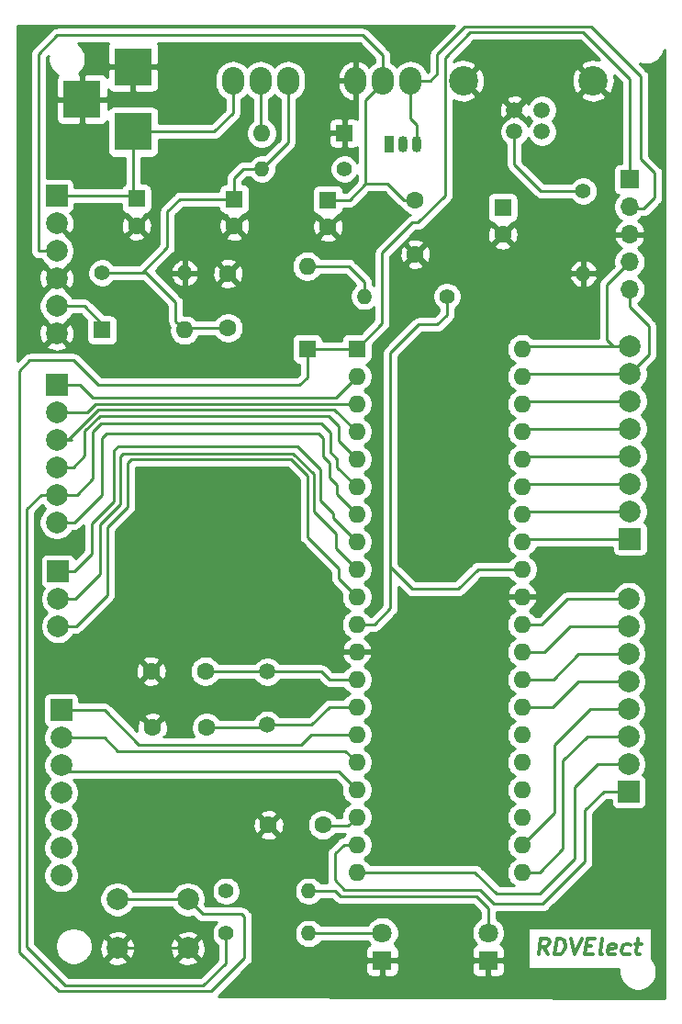
<source format=gbr>
%TF.GenerationSoftware,KiCad,Pcbnew,(5.1.9)-1*%
%TF.CreationDate,2021-04-20T21:27:49-05:00*%
%TF.ProjectId,entrenador pic18f4550,656e7472-656e-4616-946f-722070696331,rev?*%
%TF.SameCoordinates,Original*%
%TF.FileFunction,Copper,L2,Bot*%
%TF.FilePolarity,Positive*%
%FSLAX46Y46*%
G04 Gerber Fmt 4.6, Leading zero omitted, Abs format (unit mm)*
G04 Created by KiCad (PCBNEW (5.1.9)-1) date 2021-04-20 21:27:49*
%MOMM*%
%LPD*%
G01*
G04 APERTURE LIST*
%TA.AperFunction,NonConductor*%
%ADD10C,0.300000*%
%TD*%
%TA.AperFunction,ComponentPad*%
%ADD11C,1.600000*%
%TD*%
%TA.AperFunction,ComponentPad*%
%ADD12R,1.600000X1.600000*%
%TD*%
%TA.AperFunction,ComponentPad*%
%ADD13O,1.600000X1.600000*%
%TD*%
%TA.AperFunction,ComponentPad*%
%ADD14R,1.800000X1.800000*%
%TD*%
%TA.AperFunction,ComponentPad*%
%ADD15C,1.800000*%
%TD*%
%TA.AperFunction,ComponentPad*%
%ADD16R,3.500000X3.500000*%
%TD*%
%TA.AperFunction,ComponentPad*%
%ADD17C,2.700000*%
%TD*%
%TA.AperFunction,ComponentPad*%
%ADD18C,1.520000*%
%TD*%
%TA.AperFunction,ComponentPad*%
%ADD19C,2.000000*%
%TD*%
%TA.AperFunction,ComponentPad*%
%ADD20R,2.000000X2.000000*%
%TD*%
%TA.AperFunction,ComponentPad*%
%ADD21O,1.700000X1.700000*%
%TD*%
%TA.AperFunction,ComponentPad*%
%ADD22R,1.700000X1.700000*%
%TD*%
%TA.AperFunction,ComponentPad*%
%ADD23R,0.900000X1.500000*%
%TD*%
%TA.AperFunction,ComponentPad*%
%ADD24O,0.900000X1.500000*%
%TD*%
%TA.AperFunction,ComponentPad*%
%ADD25O,1.400000X1.400000*%
%TD*%
%TA.AperFunction,ComponentPad*%
%ADD26C,1.400000*%
%TD*%
%TA.AperFunction,ComponentPad*%
%ADD27O,2.032000X2.540000*%
%TD*%
%TA.AperFunction,ComponentPad*%
%ADD28C,1.500000*%
%TD*%
%TA.AperFunction,Conductor*%
%ADD29C,0.250000*%
%TD*%
%TA.AperFunction,Conductor*%
%ADD30C,0.254000*%
%TD*%
%TA.AperFunction,Conductor*%
%ADD31C,0.100000*%
%TD*%
G04 APERTURE END LIST*
D10*
X92751242Y-124376571D02*
X92340528Y-123662285D01*
X91894100Y-124376571D02*
X92081600Y-122876571D01*
X92653028Y-122876571D01*
X92786957Y-122948000D01*
X92849457Y-123019428D01*
X92903028Y-123162285D01*
X92876242Y-123376571D01*
X92786957Y-123519428D01*
X92706600Y-123590857D01*
X92554814Y-123662285D01*
X91983385Y-123662285D01*
X93394100Y-124376571D02*
X93581600Y-122876571D01*
X93938742Y-122876571D01*
X94144100Y-122948000D01*
X94269100Y-123090857D01*
X94322671Y-123233714D01*
X94358385Y-123519428D01*
X94331600Y-123733714D01*
X94224457Y-124019428D01*
X94135171Y-124162285D01*
X93974457Y-124305142D01*
X93751242Y-124376571D01*
X93394100Y-124376571D01*
X94867314Y-122876571D02*
X95179814Y-124376571D01*
X95867314Y-122876571D01*
X96278028Y-123590857D02*
X96778028Y-123590857D01*
X96894100Y-124376571D02*
X96179814Y-124376571D01*
X96367314Y-122876571D01*
X97081600Y-122876571D01*
X97751242Y-124376571D02*
X97617314Y-124305142D01*
X97563742Y-124162285D01*
X97724457Y-122876571D01*
X98903028Y-124305142D02*
X98751242Y-124376571D01*
X98465528Y-124376571D01*
X98331600Y-124305142D01*
X98278028Y-124162285D01*
X98349457Y-123590857D01*
X98438742Y-123448000D01*
X98590528Y-123376571D01*
X98876242Y-123376571D01*
X99010171Y-123448000D01*
X99063742Y-123590857D01*
X99045885Y-123733714D01*
X98313742Y-123876571D01*
X100260171Y-124305142D02*
X100108385Y-124376571D01*
X99822671Y-124376571D01*
X99688742Y-124305142D01*
X99626242Y-124233714D01*
X99572671Y-124090857D01*
X99626242Y-123662285D01*
X99715528Y-123519428D01*
X99795885Y-123448000D01*
X99947671Y-123376571D01*
X100233385Y-123376571D01*
X100367314Y-123448000D01*
X100804814Y-123376571D02*
X101376242Y-123376571D01*
X101081600Y-122876571D02*
X100920885Y-124162285D01*
X100974457Y-124305142D01*
X101108385Y-124376571D01*
X101251242Y-124376571D01*
D11*
%TO.P,C1,2*%
%TO.N,GND*%
X54800500Y-57173500D03*
D12*
%TO.P,C1,1*%
%TO.N,VD*%
X54800500Y-54673500D03*
%TD*%
D11*
%TO.P,C2,2*%
%TO.N,GND*%
X72453500Y-57300500D03*
D12*
%TO.P,C2,1*%
%TO.N,/3V3*%
X72453500Y-54800500D03*
%TD*%
%TO.P,C3,1*%
%TO.N,Net-(C3-Pad1)*%
X63817500Y-54713500D03*
D11*
%TO.P,C3,2*%
%TO.N,GND*%
X63817500Y-57213500D03*
%TD*%
%TO.P,C4,2*%
%TO.N,GND*%
X80518000Y-59800500D03*
%TO.P,C4,1*%
%TO.N,/3V3*%
X80518000Y-54800500D03*
%TD*%
%TO.P,C5,2*%
%TO.N,GND*%
X63246000Y-61595000D03*
%TO.P,C5,1*%
%TO.N,Net-(C3-Pad1)*%
X63246000Y-66595000D03*
%TD*%
%TO.P,C6,1*%
%TO.N,Net-(C6-Pad1)*%
X71979800Y-112420400D03*
%TO.P,C6,2*%
%TO.N,GND*%
X66979800Y-112420400D03*
%TD*%
D12*
%TO.P,C7,1*%
%TO.N,VDD*%
X88582500Y-55499000D03*
D11*
%TO.P,C7,2*%
%TO.N,GND*%
X88582500Y-57999000D03*
%TD*%
%TO.P,C8,2*%
%TO.N,GND*%
X56150500Y-98234500D03*
%TO.P,C8,1*%
%TO.N,/OSC1*%
X61150500Y-98234500D03*
%TD*%
%TO.P,C9,1*%
%TO.N,/OSC2*%
X61261000Y-103441500D03*
%TO.P,C9,2*%
%TO.N,GND*%
X56261000Y-103441500D03*
%TD*%
D12*
%TO.P,D1,1*%
%TO.N,GND*%
X73977500Y-48641000D03*
D13*
%TO.P,D1,2*%
%TO.N,Net-(D1-Pad2)*%
X66357500Y-48641000D03*
%TD*%
%TO.P,D2,2*%
%TO.N,Net-(C3-Pad1)*%
X59245500Y-66802000D03*
D12*
%TO.P,D2,1*%
%TO.N,VDD*%
X51625500Y-66802000D03*
%TD*%
D13*
%TO.P,D3,2*%
%TO.N,Net-(D3-Pad2)*%
X70548500Y-60896500D03*
D12*
%TO.P,D3,1*%
%TO.N,/MCLR*%
X70548500Y-68516500D03*
%TD*%
D14*
%TO.P,LED RA4,1*%
%TO.N,GND*%
X77470000Y-124904500D03*
D15*
%TO.P,LED RA4,2*%
%TO.N,Net-(D4-Pad2)*%
X77470000Y-122364500D03*
%TD*%
%TO.P,LED ON,2*%
%TO.N,Net-(D5-Pad2)*%
X87249000Y-122364500D03*
D14*
%TO.P,LED ON,1*%
%TO.N,GND*%
X87249000Y-124904500D03*
%TD*%
D16*
%TO.P,J1,3*%
%TO.N,GND*%
X49783000Y-45514000D03*
%TO.P,J1,2*%
X54483000Y-42514000D03*
%TO.P,J1,1*%
%TO.N,VD*%
X54483000Y-48514000D03*
%TD*%
D17*
%TO.P,J2,5*%
%TO.N,GND*%
X84932000Y-43814000D03*
X96932000Y-43814000D03*
D18*
%TO.P,J2,3*%
%TO.N,/RC5*%
X92202000Y-46514000D03*
%TO.P,J2,4*%
%TO.N,GND*%
X89662000Y-46514000D03*
%TO.P,J2,1*%
%TO.N,/VBUS*%
X89662000Y-48514000D03*
%TO.P,J2,2*%
%TO.N,/RC4*%
X92202000Y-48514000D03*
%TD*%
D19*
%TO.P,PUERTO E,3*%
%TO.N,/RE2*%
X47561500Y-94107000D03*
%TO.P,PUERTO E,2*%
%TO.N,/RE1*%
X47561500Y-91567000D03*
D20*
%TO.P,PUERTO E,1*%
%TO.N,/RE0*%
X47561500Y-89027000D03*
%TD*%
%TO.P,PUERTO B,1*%
%TO.N,/RB0*%
X100330000Y-86042500D03*
D19*
%TO.P,PUERTO B,2*%
%TO.N,/RB1*%
X100330000Y-83502500D03*
%TO.P,PUERTO B,3*%
%TO.N,/RB2*%
X100330000Y-80962500D03*
%TO.P,PUERTO B,4*%
%TO.N,/RB3*%
X100330000Y-78422500D03*
%TO.P,PUERTO B,5*%
%TO.N,/RB4*%
X100330000Y-75882500D03*
%TO.P,PUERTO B,6*%
%TO.N,/RB5*%
X100330000Y-73342500D03*
%TO.P,PUERTO B,7*%
%TO.N,/RB6*%
X100330000Y-70802500D03*
%TO.P,PUERTO B,8*%
%TO.N,/RB7*%
X100330000Y-68262500D03*
%TD*%
D20*
%TO.P,PUERTO C,1*%
%TO.N,/RC0*%
X47853600Y-101828600D03*
D19*
%TO.P,PUERTO C,2*%
%TO.N,/RC1*%
X47853600Y-104368600D03*
%TO.P,PUERTO C,3*%
%TO.N,/RC2*%
X47853600Y-106908600D03*
%TO.P,PUERTO C,4*%
%TO.N,/RC4*%
X47853600Y-109448600D03*
%TO.P,PUERTO C,5*%
%TO.N,/RC5*%
X47853600Y-111988600D03*
%TO.P,PUERTO C,6*%
%TO.N,/RC6*%
X47853600Y-114528600D03*
%TO.P,PUERTO C,7*%
%TO.N,/RC7*%
X47853600Y-117068600D03*
%TD*%
%TO.P,PUERTO D,8*%
%TO.N,/RD7*%
X100203000Y-91567000D03*
%TO.P,PUERTO D,7*%
%TO.N,/RD6*%
X100203000Y-94107000D03*
%TO.P,PUERTO D,6*%
%TO.N,/RD5*%
X100203000Y-96647000D03*
%TO.P,PUERTO D,5*%
%TO.N,/RD4*%
X100203000Y-99187000D03*
%TO.P,PUERTO D,4*%
%TO.N,/RD3*%
X100203000Y-101727000D03*
%TO.P,PUERTO D,3*%
%TO.N,/RD2*%
X100203000Y-104267000D03*
%TO.P,PUERTO D,2*%
%TO.N,/RD1*%
X100203000Y-106807000D03*
D20*
%TO.P,PUERTO D,1*%
%TO.N,/RD0*%
X100203000Y-109347000D03*
%TD*%
D19*
%TO.P,POWER,6*%
%TO.N,GND*%
X47434500Y-67119500D03*
%TO.P,POWER,5*%
%TO.N,VDD*%
X47434500Y-64579500D03*
%TO.P,POWER,4*%
%TO.N,GND*%
X47434500Y-62039500D03*
%TO.P,POWER,3*%
%TO.N,/3V3*%
X47434500Y-59499500D03*
%TO.P,POWER,2*%
%TO.N,GND*%
X47434500Y-56959500D03*
D20*
%TO.P,POWER,1*%
%TO.N,VD*%
X47434500Y-54419500D03*
%TD*%
D21*
%TO.P,,5*%
%TO.N,/RB6*%
X100266500Y-63055500D03*
%TO.P,,4*%
%TO.N,/RB7*%
X100266500Y-60515500D03*
%TO.P,,3*%
%TO.N,GND*%
X100266500Y-57975500D03*
%TO.P,,2*%
%TO.N,VDD*%
X100266500Y-55435500D03*
D22*
%TO.P,,1*%
%TO.N,/MCLR*%
X100266500Y-52895500D03*
%TD*%
D23*
%TO.P,Q1,1*%
%TO.N,/VBUS*%
X78105000Y-49657000D03*
D24*
%TO.P,Q1,3*%
%TO.N,VDD*%
X80645000Y-49657000D03*
%TO.P,Q1,2*%
%TO.N,Net-(Q1-Pad2)*%
X79375000Y-49657000D03*
%TD*%
D25*
%TO.P,R1,2*%
%TO.N,GND*%
X59245500Y-61531500D03*
D26*
%TO.P,R1,1*%
%TO.N,Net-(C3-Pad1)*%
X51625500Y-61531500D03*
%TD*%
%TO.P,R2,1*%
%TO.N,Net-(Q1-Pad2)*%
X73977500Y-51943000D03*
D25*
%TO.P,R2,2*%
%TO.N,Net-(C3-Pad1)*%
X66357500Y-51943000D03*
%TD*%
%TO.P,R3,2*%
%TO.N,GND*%
X96012000Y-61595000D03*
D26*
%TO.P,R3,1*%
%TO.N,/VBUS*%
X96012000Y-53975000D03*
%TD*%
%TO.P,R4,1*%
%TO.N,VDD*%
X83439000Y-63690500D03*
D25*
%TO.P,R4,2*%
%TO.N,Net-(D3-Pad2)*%
X75819000Y-63690500D03*
%TD*%
%TO.P,R5,2*%
%TO.N,Net-(D4-Pad2)*%
X70688200Y-122428000D03*
D26*
%TO.P,R5,1*%
%TO.N,/RA4*%
X63068200Y-122428000D03*
%TD*%
%TO.P,R6,1*%
%TO.N,VDD*%
X63068200Y-118516400D03*
D25*
%TO.P,R6,2*%
%TO.N,Net-(D5-Pad2)*%
X70688200Y-118516400D03*
%TD*%
D19*
%TO.P,RESET,1*%
%TO.N,/MCLR*%
X59535200Y-119278400D03*
%TO.P,RESET,2*%
%TO.N,GND*%
X59535200Y-123778400D03*
%TO.P,RESET,1*%
%TO.N,/MCLR*%
X53035200Y-119278400D03*
%TO.P,RESET,2*%
%TO.N,GND*%
X53035200Y-123778400D03*
%TD*%
D12*
%TO.P,U1,1*%
%TO.N,/MCLR*%
X75120500Y-68516500D03*
D13*
%TO.P,U1,21*%
%TO.N,/RD2*%
X90360500Y-116776500D03*
%TO.P,U1,2*%
%TO.N,/RA0*%
X75120500Y-71056500D03*
%TO.P,U1,22*%
%TO.N,/RD3*%
X90360500Y-114236500D03*
%TO.P,U1,3*%
%TO.N,/RA1*%
X75120500Y-73596500D03*
%TO.P,U1,23*%
%TO.N,/RC4*%
X90360500Y-111696500D03*
%TO.P,U1,4*%
%TO.N,/RA2*%
X75120500Y-76136500D03*
%TO.P,U1,24*%
%TO.N,/RC5*%
X90360500Y-109156500D03*
%TO.P,U1,5*%
%TO.N,/RA3*%
X75120500Y-78676500D03*
%TO.P,U1,25*%
%TO.N,/RC6*%
X90360500Y-106616500D03*
%TO.P,U1,6*%
%TO.N,/RA4*%
X75120500Y-81216500D03*
%TO.P,U1,26*%
%TO.N,/RC7*%
X90360500Y-104076500D03*
%TO.P,U1,7*%
%TO.N,/RA5*%
X75120500Y-83756500D03*
%TO.P,U1,27*%
%TO.N,/RD4*%
X90360500Y-101536500D03*
%TO.P,U1,8*%
%TO.N,/RE0*%
X75120500Y-86296500D03*
%TO.P,U1,28*%
%TO.N,/RD5*%
X90360500Y-98996500D03*
%TO.P,U1,9*%
%TO.N,/RE1*%
X75120500Y-88836500D03*
%TO.P,U1,29*%
%TO.N,/RD6*%
X90360500Y-96456500D03*
%TO.P,U1,10*%
%TO.N,/RE2*%
X75120500Y-91376500D03*
%TO.P,U1,30*%
%TO.N,/RD7*%
X90360500Y-93916500D03*
%TO.P,U1,11*%
%TO.N,VDD*%
X75120500Y-93916500D03*
%TO.P,U1,31*%
%TO.N,GND*%
X90360500Y-91376500D03*
%TO.P,U1,12*%
X75120500Y-96456500D03*
%TO.P,U1,32*%
%TO.N,VDD*%
X90360500Y-88836500D03*
%TO.P,U1,13*%
%TO.N,/OSC1*%
X75120500Y-98996500D03*
%TO.P,U1,33*%
%TO.N,/RB0*%
X90360500Y-86296500D03*
%TO.P,U1,14*%
%TO.N,/OSC2*%
X75120500Y-101536500D03*
%TO.P,U1,34*%
%TO.N,/RB1*%
X90360500Y-83756500D03*
%TO.P,U1,15*%
%TO.N,/RC0*%
X75120500Y-104076500D03*
%TO.P,U1,35*%
%TO.N,/RB2*%
X90360500Y-81216500D03*
%TO.P,U1,16*%
%TO.N,/RC1*%
X75120500Y-106616500D03*
%TO.P,U1,36*%
%TO.N,/RB3*%
X90360500Y-78676500D03*
%TO.P,U1,17*%
%TO.N,/RC2*%
X75120500Y-109156500D03*
%TO.P,U1,37*%
%TO.N,/RB4*%
X90360500Y-76136500D03*
%TO.P,U1,18*%
%TO.N,Net-(C6-Pad1)*%
X75120500Y-111696500D03*
%TO.P,U1,38*%
%TO.N,/RB5*%
X90360500Y-73596500D03*
%TO.P,U1,19*%
%TO.N,/RD0*%
X75120500Y-114236500D03*
%TO.P,U1,39*%
%TO.N,/RB6*%
X90360500Y-71056500D03*
%TO.P,U1,20*%
%TO.N,/RD1*%
X75120500Y-116776500D03*
%TO.P,U1,40*%
%TO.N,/RB7*%
X90360500Y-68516500D03*
%TD*%
D27*
%TO.P,U2,1*%
%TO.N,VD*%
X63690500Y-43815000D03*
%TO.P,U2,3*%
%TO.N,Net-(C3-Pad1)*%
X68770500Y-43815000D03*
%TO.P,U2,2*%
%TO.N,Net-(D1-Pad2)*%
X66230500Y-43815000D03*
%TD*%
%TO.P,U3,2*%
%TO.N,/3V3*%
X77533500Y-43815000D03*
%TO.P,U3,3*%
%TO.N,VDD*%
X80073500Y-43815000D03*
%TO.P,U3,1*%
%TO.N,GND*%
X74993500Y-43815000D03*
%TD*%
D28*
%TO.P,20MHz,2*%
%TO.N,/OSC2*%
X66865500Y-103187500D03*
%TO.P,20MHz,1*%
%TO.N,/OSC1*%
X66865500Y-98287500D03*
%TD*%
D19*
%TO.P,PUERTO A,6*%
%TO.N,/RA5*%
X47434500Y-84518500D03*
%TO.P,PUERTO A,5*%
%TO.N,/RA4*%
X47434500Y-81978500D03*
%TO.P,PUERTO A,4*%
%TO.N,/RA3*%
X47434500Y-79438500D03*
%TO.P,PUERTO A,3*%
%TO.N,/RA2*%
X47434500Y-76898500D03*
%TO.P,PUERTO A,2*%
%TO.N,/RA1*%
X47434500Y-74358500D03*
D20*
%TO.P,PUERTO A,1*%
%TO.N,/RA0*%
X47434500Y-71818500D03*
%TD*%
D29*
%TO.N,GND*%
X59535200Y-123778400D02*
X53035200Y-123778400D01*
%TO.N,VD*%
X47434500Y-54419500D02*
X54546500Y-54419500D01*
X54546500Y-54419500D02*
X54800500Y-54673500D01*
X54483000Y-48514000D02*
X54483000Y-54356000D01*
X54483000Y-54356000D02*
X54800500Y-54673500D01*
X63690500Y-43815000D02*
X63690500Y-46799500D01*
X61976000Y-48514000D02*
X54483000Y-48514000D01*
X63690500Y-46799500D02*
X61976000Y-48514000D01*
%TO.N,/3V3*%
X77533500Y-43815000D02*
X77533500Y-44005500D01*
X77533500Y-44005500D02*
X75946000Y-45593000D01*
X75946000Y-45593000D02*
X75946000Y-53340000D01*
X74485500Y-54800500D02*
X72453500Y-54800500D01*
X75946000Y-53340000D02*
X74485500Y-54800500D01*
X75946000Y-53340000D02*
X77978000Y-53340000D01*
X79438500Y-54800500D02*
X80518000Y-54800500D01*
X77978000Y-53340000D02*
X79438500Y-54800500D01*
X47434500Y-59499500D02*
X45783500Y-59499500D01*
X45783500Y-59499500D02*
X45783500Y-41338500D01*
X45783500Y-41338500D02*
X47498000Y-39624000D01*
X47498000Y-39624000D02*
X75692000Y-39624000D01*
X77533500Y-41465500D02*
X77533500Y-43815000D01*
X75692000Y-39624000D02*
X77533500Y-41465500D01*
%TO.N,Net-(C3-Pad1)*%
X59452500Y-66595000D02*
X59245500Y-66802000D01*
X63246000Y-66595000D02*
X59452500Y-66595000D01*
X51625500Y-61531500D02*
X55689500Y-61531500D01*
X55689500Y-61531500D02*
X58420000Y-64262000D01*
X58420000Y-64262000D02*
X58420000Y-65976500D01*
X58420000Y-65976500D02*
X59245500Y-66802000D01*
X68770500Y-49530000D02*
X66357500Y-51943000D01*
X68770500Y-43815000D02*
X68770500Y-49530000D01*
X66357500Y-51943000D02*
X64643000Y-51943000D01*
X63817500Y-52768500D02*
X63817500Y-54713500D01*
X64643000Y-51943000D02*
X63817500Y-52768500D01*
X63817500Y-54713500D02*
X58824500Y-54713500D01*
X55308500Y-61531500D02*
X55689500Y-61531500D01*
X57658000Y-59182000D02*
X55308500Y-61531500D01*
X57658000Y-55880000D02*
X57658000Y-59182000D01*
X58824500Y-54713500D02*
X57658000Y-55880000D01*
%TO.N,Net-(C6-Pad1)*%
X75120500Y-111696500D02*
X74295000Y-112522000D01*
X72081400Y-112522000D02*
X71979800Y-112420400D01*
X74295000Y-112522000D02*
X72081400Y-112522000D01*
%TO.N,VDD*%
X80073500Y-43815000D02*
X81915000Y-43815000D01*
X102616000Y-54610000D02*
X101600000Y-55626000D01*
X102616000Y-52324000D02*
X102616000Y-54610000D01*
X101346000Y-51054000D02*
X102616000Y-52324000D01*
X101346000Y-43434000D02*
X101346000Y-51054000D01*
X96774000Y-38862000D02*
X101346000Y-43434000D01*
X85090000Y-38862000D02*
X96774000Y-38862000D01*
X82550000Y-41402000D02*
X85090000Y-38862000D01*
X82550000Y-43180000D02*
X82550000Y-41402000D01*
X81915000Y-43815000D02*
X82550000Y-43180000D01*
X101600000Y-55626000D02*
X100457000Y-55626000D01*
X100457000Y-55626000D02*
X100266500Y-55435500D01*
X75120500Y-93916500D02*
X76771500Y-93916500D01*
X76771500Y-93916500D02*
X78232000Y-92456000D01*
X78232000Y-92456000D02*
X78232000Y-88646000D01*
X78232000Y-88646000D02*
X78232000Y-68897500D01*
X78232000Y-68897500D02*
X80835500Y-66294000D01*
X80835500Y-66294000D02*
X82550000Y-66294000D01*
X82550000Y-66294000D02*
X83439000Y-65405000D01*
X83439000Y-65405000D02*
X83439000Y-63690500D01*
X47434500Y-64579500D02*
X49974500Y-64579500D01*
X51625500Y-66230500D02*
X51625500Y-66802000D01*
X49974500Y-64579500D02*
X51625500Y-66230500D01*
X80645000Y-49657000D02*
X80645000Y-47879000D01*
X80073500Y-47307500D02*
X80073500Y-43815000D01*
X80645000Y-47879000D02*
X80073500Y-47307500D01*
X90360500Y-88836500D02*
X86296500Y-88836500D01*
X80264000Y-90678000D02*
X78232000Y-88646000D01*
X84455000Y-90678000D02*
X80264000Y-90678000D01*
X86296500Y-88836500D02*
X84455000Y-90678000D01*
%TO.N,/OSC1*%
X75120500Y-98996500D02*
X72580500Y-98996500D01*
X71871500Y-98287500D02*
X66865500Y-98287500D01*
X72580500Y-98996500D02*
X71871500Y-98287500D01*
X66812500Y-98234500D02*
X66865500Y-98287500D01*
X61150500Y-98234500D02*
X66812500Y-98234500D01*
%TO.N,/OSC2*%
X75120500Y-101536500D02*
X72605900Y-101536500D01*
X70954900Y-103187500D02*
X66865500Y-103187500D01*
X72605900Y-101536500D02*
X70954900Y-103187500D01*
X66611500Y-103441500D02*
X66865500Y-103187500D01*
X61261000Y-103441500D02*
X66611500Y-103441500D01*
%TO.N,Net-(D1-Pad2)*%
X66230500Y-48514000D02*
X66357500Y-48641000D01*
X66230500Y-43815000D02*
X66230500Y-48514000D01*
%TO.N,Net-(D3-Pad2)*%
X75819000Y-63690500D02*
X75819000Y-62357000D01*
X74358500Y-60896500D02*
X70548500Y-60896500D01*
X75819000Y-62357000D02*
X74358500Y-60896500D01*
%TO.N,/MCLR*%
X75120500Y-68516500D02*
X70548500Y-68516500D01*
X70548500Y-68516500D02*
X70548500Y-71183500D01*
X70548500Y-71183500D02*
X69850000Y-71882000D01*
X69850000Y-71882000D02*
X51308000Y-71882000D01*
X51308000Y-71882000D02*
X49022000Y-69596000D01*
X49022000Y-69596000D02*
X44958000Y-69596000D01*
X44010825Y-70543175D02*
X44010825Y-124137175D01*
X44958000Y-69596000D02*
X44010825Y-70543175D01*
X44010825Y-124137175D02*
X47635650Y-127762000D01*
X47635650Y-127762000D02*
X61722000Y-127762000D01*
X61722000Y-127762000D02*
X64770000Y-124714000D01*
X64770000Y-124714000D02*
X64770000Y-120904000D01*
X64770000Y-120904000D02*
X64516000Y-120650000D01*
X60906800Y-120650000D02*
X59535200Y-119278400D01*
X64516000Y-120650000D02*
X60906800Y-120650000D01*
X59535200Y-119278400D02*
X53035200Y-119278400D01*
X100266500Y-52895500D02*
X100266500Y-43624500D01*
X100266500Y-43624500D02*
X96012000Y-39370000D01*
X85598000Y-39370000D02*
X83256999Y-41711001D01*
X96012000Y-39370000D02*
X85598000Y-39370000D01*
X83256999Y-41711001D02*
X83256999Y-54411001D01*
X83256999Y-54411001D02*
X80772000Y-56896000D01*
X80772000Y-56896000D02*
X80264000Y-56896000D01*
X80264000Y-56896000D02*
X77470000Y-59690000D01*
X77470000Y-66167000D02*
X75120500Y-68516500D01*
X77470000Y-59690000D02*
X77470000Y-66167000D01*
%TO.N,Net-(D4-Pad2)*%
X70751700Y-122364500D02*
X70688200Y-122428000D01*
X77470000Y-122364500D02*
X70751700Y-122364500D01*
%TO.N,Net-(D5-Pad2)*%
X73609200Y-118999000D02*
X73126600Y-118516400D01*
X73126600Y-118516400D02*
X70688200Y-118516400D01*
X86156800Y-118999000D02*
X73609200Y-118999000D01*
X87249000Y-120091200D02*
X86156800Y-118999000D01*
X87249000Y-122364500D02*
X87249000Y-120091200D01*
%TO.N,/VBUS*%
X89662000Y-49974500D02*
X89662000Y-51562000D01*
X89662000Y-48514000D02*
X89662000Y-49974500D01*
X89662000Y-51562000D02*
X92075000Y-53975000D01*
X92075000Y-53975000D02*
X96012000Y-53975000D01*
%TO.N,/RE2*%
X47561500Y-94107000D02*
X49250600Y-94107000D01*
X49250600Y-94107000D02*
X52120800Y-91236800D01*
X52120800Y-91236800D02*
X52120800Y-84988400D01*
X52120800Y-84988400D02*
X54025800Y-83083400D01*
X54025800Y-83083400D02*
X54025800Y-79070200D01*
X54025800Y-79070200D02*
X54356000Y-78740000D01*
X54356000Y-78740000D02*
X69062600Y-78740000D01*
X69062600Y-78740000D02*
X70561200Y-80238600D01*
X70561200Y-80238600D02*
X70561200Y-85877400D01*
X70561200Y-85877400D02*
X73482200Y-88798400D01*
X73482200Y-89738200D02*
X75120500Y-91376500D01*
X73482200Y-88798400D02*
X73482200Y-89738200D01*
%TO.N,/RE1*%
X47561500Y-91567000D02*
X49174400Y-91567000D01*
X49174400Y-91567000D02*
X51485800Y-89255600D01*
X51485800Y-89255600D02*
X51485800Y-84734400D01*
X51485800Y-84734400D02*
X53340000Y-82880200D01*
X53340000Y-82880200D02*
X53340000Y-78409800D01*
X53340000Y-78409800D02*
X53568600Y-78181200D01*
X53568600Y-78181200D02*
X69265800Y-78181200D01*
X69265800Y-78181200D02*
X71145400Y-80060800D01*
X71145400Y-80060800D02*
X71145400Y-83515200D01*
X71145400Y-83515200D02*
X73177400Y-85547200D01*
X73177400Y-86893400D02*
X75120500Y-88836500D01*
X73177400Y-85547200D02*
X73177400Y-86893400D01*
%TO.N,/RE0*%
X47561500Y-89027000D02*
X49047400Y-89027000D01*
X49047400Y-89027000D02*
X50673000Y-87401400D01*
X50673000Y-87401400D02*
X50673000Y-84658200D01*
X50673000Y-84658200D02*
X52730400Y-82600800D01*
X52730400Y-82600800D02*
X52730400Y-77876400D01*
X52730400Y-77876400D02*
X53111400Y-77495400D01*
X53111400Y-77495400D02*
X69621400Y-77495400D01*
X69621400Y-77495400D02*
X71780400Y-79654400D01*
X71780400Y-79654400D02*
X71780400Y-82499200D01*
X71780400Y-82499200D02*
X72948800Y-83667600D01*
X72948800Y-84124800D02*
X75120500Y-86296500D01*
X72948800Y-83667600D02*
X72948800Y-84124800D01*
%TO.N,/RB0*%
X90614500Y-86042500D02*
X90360500Y-86296500D01*
X100330000Y-86042500D02*
X90614500Y-86042500D01*
%TO.N,/RB1*%
X90614500Y-83502500D02*
X90360500Y-83756500D01*
X100330000Y-83502500D02*
X90614500Y-83502500D01*
%TO.N,/RB2*%
X90614500Y-80962500D02*
X90360500Y-81216500D01*
X100330000Y-80962500D02*
X90614500Y-80962500D01*
%TO.N,/RB3*%
X90614500Y-78422500D02*
X90360500Y-78676500D01*
X100330000Y-78422500D02*
X90614500Y-78422500D01*
%TO.N,/RB4*%
X90614500Y-75882500D02*
X90360500Y-76136500D01*
X100330000Y-75882500D02*
X90614500Y-75882500D01*
%TO.N,/RB5*%
X90614500Y-73342500D02*
X90360500Y-73596500D01*
X100330000Y-73342500D02*
X90614500Y-73342500D01*
%TO.N,/RB6*%
X90614500Y-70802500D02*
X90360500Y-71056500D01*
X100330000Y-70802500D02*
X90614500Y-70802500D01*
X100266500Y-63055500D02*
X100266500Y-64630300D01*
X100266500Y-64630300D02*
X102082600Y-66446400D01*
X102082600Y-69049900D02*
X100330000Y-70802500D01*
X102082600Y-66446400D02*
X102082600Y-69049900D01*
%TO.N,/RB7*%
X90614500Y-68262500D02*
X90360500Y-68516500D01*
X100330000Y-68262500D02*
X90614500Y-68262500D01*
X100330000Y-68262500D02*
X98767900Y-68262500D01*
X98767900Y-68262500D02*
X98171000Y-67665600D01*
X98171000Y-62611000D02*
X100266500Y-60515500D01*
X98171000Y-67665600D02*
X98171000Y-62611000D01*
%TO.N,/RC0*%
X75120500Y-104076500D02*
X70923500Y-104076500D01*
X70923500Y-104076500D02*
X70000000Y-105000000D01*
X70000000Y-105000000D02*
X55000000Y-105000000D01*
X51828600Y-101828600D02*
X55000000Y-105000000D01*
X47853600Y-101828600D02*
X51828600Y-101828600D01*
%TO.N,/RC1*%
X74087599Y-105583599D02*
X53083599Y-105583599D01*
X75120500Y-106616500D02*
X74087599Y-105583599D01*
X51868600Y-104368600D02*
X47853600Y-104368600D01*
X53083599Y-105583599D02*
X51868600Y-104368600D01*
%TO.N,/RC2*%
X48445000Y-107500000D02*
X47853600Y-106908600D01*
X73464000Y-107500000D02*
X48445000Y-107500000D01*
X75120500Y-109156500D02*
X73464000Y-107500000D01*
%TO.N,/RD7*%
X90360500Y-93916500D02*
X92189300Y-93916500D01*
X94538800Y-91567000D02*
X100203000Y-91567000D01*
X92189300Y-93916500D02*
X94538800Y-91567000D01*
%TO.N,/RD6*%
X90360500Y-96456500D02*
X92443300Y-96456500D01*
X94792800Y-94107000D02*
X100203000Y-94107000D01*
X92443300Y-96456500D02*
X94792800Y-94107000D01*
%TO.N,/RD5*%
X90360500Y-98996500D02*
X93230700Y-98996500D01*
X95580200Y-96647000D02*
X100203000Y-96647000D01*
X93230700Y-98996500D02*
X95580200Y-96647000D01*
%TO.N,/RD4*%
X90360500Y-101536500D02*
X93205300Y-101536500D01*
X95554800Y-99187000D02*
X100203000Y-99187000D01*
X93205300Y-101536500D02*
X95554800Y-99187000D01*
%TO.N,/RD3*%
X90360500Y-114236500D02*
X93319600Y-111277400D01*
X93319600Y-111277400D02*
X93319600Y-105029000D01*
X96621600Y-101727000D02*
X100203000Y-101727000D01*
X93319600Y-105029000D02*
X96621600Y-101727000D01*
%TO.N,/RD2*%
X90360500Y-116776500D02*
X91986100Y-116776500D01*
X91986100Y-116776500D02*
X94157800Y-114604800D01*
X94157800Y-114604800D02*
X94157800Y-106502200D01*
X96393000Y-104267000D02*
X100203000Y-104267000D01*
X94157800Y-106502200D02*
X96393000Y-104267000D01*
%TO.N,/RD1*%
X75120500Y-116776500D02*
X86017100Y-116776500D01*
X86017100Y-116776500D02*
X88011000Y-118770400D01*
X88011000Y-118770400D02*
X92024200Y-118770400D01*
X92024200Y-118770400D02*
X95250000Y-115544600D01*
X95250000Y-115544600D02*
X95250000Y-108915200D01*
X97358200Y-106807000D02*
X100203000Y-106807000D01*
X95250000Y-108915200D02*
X97358200Y-106807000D01*
%TO.N,/RD0*%
X75120500Y-114236500D02*
X73926700Y-114236500D01*
X73926700Y-114236500D02*
X73101200Y-115062000D01*
X73101200Y-115062000D02*
X73101200Y-117500400D01*
X73101200Y-117500400D02*
X73990200Y-118389400D01*
X73990200Y-118389400D02*
X86487000Y-118389400D01*
X86487000Y-118389400D02*
X87807800Y-119710200D01*
X87807800Y-119710200D02*
X92278200Y-119710200D01*
X92278200Y-119710200D02*
X96189800Y-115798600D01*
X96189800Y-115798600D02*
X96189800Y-111048800D01*
X97891600Y-109347000D02*
X100203000Y-109347000D01*
X96189800Y-111048800D02*
X97891600Y-109347000D01*
%TO.N,/RA5*%
X47434500Y-84518500D02*
X49085500Y-84518500D01*
X49085500Y-84518500D02*
X51587400Y-82016600D01*
X51587400Y-82016600D02*
X51587400Y-76758800D01*
X51587400Y-76758800D02*
X52044600Y-76301600D01*
X52044600Y-76301600D02*
X71577200Y-76301600D01*
X71577200Y-76301600D02*
X72009000Y-76733400D01*
X72009000Y-76733400D02*
X72009000Y-78460600D01*
X72009000Y-78460600D02*
X72618600Y-79070200D01*
X72618600Y-79070200D02*
X72618600Y-80416400D01*
X72618600Y-80416400D02*
X73253600Y-81051400D01*
X73253600Y-81889600D02*
X75120500Y-83756500D01*
X73253600Y-81051400D02*
X73253600Y-81889600D01*
%TO.N,/RA4*%
X47434500Y-81978500D02*
X49288700Y-81978500D01*
X49288700Y-81978500D02*
X50800000Y-80467200D01*
X50800000Y-80467200D02*
X50800000Y-76200000D01*
X50800000Y-76200000D02*
X51562000Y-75438000D01*
X51562000Y-75438000D02*
X71831200Y-75438000D01*
X71831200Y-75438000D02*
X72669400Y-76276200D01*
X72669400Y-76276200D02*
X72669400Y-78028800D01*
X72669400Y-78028800D02*
X73329800Y-78689200D01*
X73329800Y-79425800D02*
X75120500Y-81216500D01*
X73329800Y-78689200D02*
X73329800Y-79425800D01*
X47434500Y-81978500D02*
X46037500Y-81978500D01*
X46037500Y-81978500D02*
X44704000Y-83312000D01*
X44704000Y-83312000D02*
X44704000Y-123698000D01*
X44704000Y-123698000D02*
X48260000Y-127254000D01*
X48260000Y-127254000D02*
X60960000Y-127254000D01*
X63068200Y-125145800D02*
X63068200Y-122428000D01*
X60960000Y-127254000D02*
X63068200Y-125145800D01*
%TO.N,/RA3*%
X47434500Y-79438500D02*
X48983900Y-79438500D01*
X48983900Y-79438500D02*
X50038000Y-78384400D01*
X50038000Y-78384400D02*
X50038000Y-76098400D01*
X50038000Y-76098400D02*
X51409600Y-74726800D01*
X51409600Y-74726800D02*
X72491600Y-74726800D01*
X72491600Y-74726800D02*
X73456800Y-75692000D01*
X73456800Y-77012800D02*
X75120500Y-78676500D01*
X73456800Y-75692000D02*
X73456800Y-77012800D01*
%TO.N,/RA2*%
X47434500Y-76898500D02*
X48856900Y-76898500D01*
X47434500Y-76898500D02*
X48501300Y-76898500D01*
X48501300Y-76898500D02*
X51308000Y-74091800D01*
X73075800Y-74091800D02*
X75120500Y-76136500D01*
X51308000Y-74091800D02*
X73075800Y-74091800D01*
%TO.N,/RA1*%
X47434500Y-74358500D02*
X50253900Y-74358500D01*
X51015900Y-73596500D02*
X75120500Y-73596500D01*
X50253900Y-74358500D02*
X51015900Y-73596500D01*
%TO.N,/RA0*%
X47434500Y-71818500D02*
X49593500Y-71818500D01*
X49593500Y-71818500D02*
X50774600Y-72999600D01*
X73177400Y-72999600D02*
X75120500Y-71056500D01*
X50774600Y-72999600D02*
X73177400Y-72999600D01*
%TD*%
D30*
%TO.N,GND*%
X97470658Y-41903459D02*
X97273196Y-41848793D01*
X96883247Y-41819991D01*
X96495172Y-41867816D01*
X96123884Y-41990432D01*
X95864724Y-42128956D01*
X95726767Y-42429162D01*
X96932000Y-43634395D01*
X96946143Y-43620253D01*
X97125748Y-43799858D01*
X97111605Y-43814000D01*
X98316838Y-45019233D01*
X98617044Y-44881276D01*
X98792882Y-44532033D01*
X98897207Y-44155196D01*
X98926009Y-43765247D01*
X98878184Y-43377172D01*
X98845549Y-43278350D01*
X99506501Y-43939303D01*
X99506500Y-51407428D01*
X99416500Y-51407428D01*
X99292018Y-51419688D01*
X99172320Y-51455998D01*
X99062006Y-51514963D01*
X98965315Y-51594315D01*
X98885963Y-51691006D01*
X98826998Y-51801320D01*
X98790688Y-51921018D01*
X98778428Y-52045500D01*
X98778428Y-53745500D01*
X98790688Y-53869982D01*
X98826998Y-53989680D01*
X98885963Y-54099994D01*
X98965315Y-54196685D01*
X99062006Y-54276037D01*
X99172320Y-54335002D01*
X99244880Y-54357013D01*
X99113025Y-54488868D01*
X98950510Y-54732089D01*
X98838568Y-55002342D01*
X98781500Y-55289240D01*
X98781500Y-55581760D01*
X98838568Y-55868658D01*
X98950510Y-56138911D01*
X99113025Y-56382132D01*
X99319868Y-56588975D01*
X99502034Y-56710695D01*
X99385145Y-56780322D01*
X99168912Y-56975231D01*
X98994859Y-57208580D01*
X98869675Y-57471401D01*
X98825024Y-57618610D01*
X98946345Y-57848500D01*
X100139500Y-57848500D01*
X100139500Y-57828500D01*
X100393500Y-57828500D01*
X100393500Y-57848500D01*
X101586655Y-57848500D01*
X101707976Y-57618610D01*
X101663325Y-57471401D01*
X101538141Y-57208580D01*
X101364088Y-56975231D01*
X101147855Y-56780322D01*
X101030966Y-56710695D01*
X101213132Y-56588975D01*
X101416107Y-56386000D01*
X101562678Y-56386000D01*
X101600000Y-56389676D01*
X101637322Y-56386000D01*
X101637333Y-56386000D01*
X101748986Y-56375003D01*
X101892247Y-56331546D01*
X102024276Y-56260974D01*
X102140001Y-56166001D01*
X102163804Y-56136998D01*
X103127003Y-55173799D01*
X103156001Y-55150001D01*
X103208526Y-55085999D01*
X103250974Y-55034277D01*
X103321546Y-54902247D01*
X103333607Y-54862486D01*
X103365003Y-54758986D01*
X103376000Y-54647333D01*
X103376000Y-54647323D01*
X103379676Y-54610000D01*
X103376000Y-54572678D01*
X103376000Y-52361322D01*
X103379676Y-52323999D01*
X103376000Y-52286676D01*
X103376000Y-52286667D01*
X103365003Y-52175014D01*
X103321546Y-52031753D01*
X103250974Y-51899724D01*
X103156001Y-51783999D01*
X103127004Y-51760202D01*
X102106000Y-50739199D01*
X102106000Y-43471322D01*
X102109676Y-43433999D01*
X102106000Y-43396676D01*
X102106000Y-43396667D01*
X102095003Y-43285014D01*
X102051546Y-43141753D01*
X101980974Y-43009724D01*
X101964398Y-42989526D01*
X101909799Y-42922996D01*
X101909795Y-42922992D01*
X101886001Y-42893999D01*
X101857009Y-42870206D01*
X101224959Y-42238156D01*
X101271719Y-42257525D01*
X101606917Y-42324200D01*
X101948683Y-42324200D01*
X102283881Y-42257525D01*
X102599631Y-42126737D01*
X102883798Y-41936863D01*
X103125463Y-41695198D01*
X103315337Y-41411031D01*
X103446125Y-41095281D01*
X103480000Y-40924980D01*
X103480001Y-128395293D01*
X62336380Y-128222421D01*
X64754301Y-125804500D01*
X75931928Y-125804500D01*
X75944188Y-125928982D01*
X75980498Y-126048680D01*
X76039463Y-126158994D01*
X76118815Y-126255685D01*
X76215506Y-126335037D01*
X76325820Y-126394002D01*
X76445518Y-126430312D01*
X76570000Y-126442572D01*
X77184250Y-126439500D01*
X77343000Y-126280750D01*
X77343000Y-125031500D01*
X77597000Y-125031500D01*
X77597000Y-126280750D01*
X77755750Y-126439500D01*
X78370000Y-126442572D01*
X78494482Y-126430312D01*
X78614180Y-126394002D01*
X78724494Y-126335037D01*
X78821185Y-126255685D01*
X78900537Y-126158994D01*
X78959502Y-126048680D01*
X78995812Y-125928982D01*
X79008072Y-125804500D01*
X85710928Y-125804500D01*
X85723188Y-125928982D01*
X85759498Y-126048680D01*
X85818463Y-126158994D01*
X85897815Y-126255685D01*
X85994506Y-126335037D01*
X86104820Y-126394002D01*
X86224518Y-126430312D01*
X86349000Y-126442572D01*
X86963250Y-126439500D01*
X87122000Y-126280750D01*
X87122000Y-125031500D01*
X87376000Y-125031500D01*
X87376000Y-126280750D01*
X87534750Y-126439500D01*
X88149000Y-126442572D01*
X88273482Y-126430312D01*
X88393180Y-126394002D01*
X88503494Y-126335037D01*
X88600185Y-126255685D01*
X88679537Y-126158994D01*
X88738502Y-126048680D01*
X88774812Y-125928982D01*
X88787072Y-125804500D01*
X88784000Y-125190250D01*
X88625250Y-125031500D01*
X87376000Y-125031500D01*
X87122000Y-125031500D01*
X85872750Y-125031500D01*
X85714000Y-125190250D01*
X85710928Y-125804500D01*
X79008072Y-125804500D01*
X79005000Y-125190250D01*
X78846250Y-125031500D01*
X77597000Y-125031500D01*
X77343000Y-125031500D01*
X76093750Y-125031500D01*
X75935000Y-125190250D01*
X75931928Y-125804500D01*
X64754301Y-125804500D01*
X65281004Y-125277798D01*
X65310001Y-125254001D01*
X65372198Y-125178214D01*
X65404974Y-125138277D01*
X65475546Y-125006247D01*
X65494409Y-124944063D01*
X65519003Y-124862986D01*
X65530000Y-124751333D01*
X65530000Y-124751323D01*
X65533676Y-124714000D01*
X65530000Y-124676677D01*
X65530000Y-122296514D01*
X69353200Y-122296514D01*
X69353200Y-122559486D01*
X69404504Y-122817405D01*
X69505139Y-123060359D01*
X69651238Y-123279013D01*
X69837187Y-123464962D01*
X70055841Y-123611061D01*
X70298795Y-123711696D01*
X70556714Y-123763000D01*
X70819686Y-123763000D01*
X71077605Y-123711696D01*
X71320559Y-123611061D01*
X71539213Y-123464962D01*
X71725162Y-123279013D01*
X71828404Y-123124500D01*
X76131687Y-123124500D01*
X76277688Y-123343005D01*
X76344127Y-123409444D01*
X76325820Y-123414998D01*
X76215506Y-123473963D01*
X76118815Y-123553315D01*
X76039463Y-123650006D01*
X75980498Y-123760320D01*
X75944188Y-123880018D01*
X75931928Y-124004500D01*
X75935000Y-124618750D01*
X76093750Y-124777500D01*
X77343000Y-124777500D01*
X77343000Y-124757500D01*
X77597000Y-124757500D01*
X77597000Y-124777500D01*
X78846250Y-124777500D01*
X79005000Y-124618750D01*
X79008072Y-124004500D01*
X78995812Y-123880018D01*
X78959502Y-123760320D01*
X78900537Y-123650006D01*
X78821185Y-123553315D01*
X78724494Y-123473963D01*
X78614180Y-123414998D01*
X78595873Y-123409444D01*
X78662312Y-123343005D01*
X78830299Y-123091595D01*
X78946011Y-122812243D01*
X79005000Y-122515684D01*
X79005000Y-122213316D01*
X78946011Y-121916757D01*
X78830299Y-121637405D01*
X78662312Y-121385995D01*
X78448505Y-121172188D01*
X78197095Y-121004201D01*
X77917743Y-120888489D01*
X77621184Y-120829500D01*
X77318816Y-120829500D01*
X77022257Y-120888489D01*
X76742905Y-121004201D01*
X76491495Y-121172188D01*
X76277688Y-121385995D01*
X76131687Y-121604500D01*
X71743545Y-121604500D01*
X71725162Y-121576987D01*
X71539213Y-121391038D01*
X71320559Y-121244939D01*
X71077605Y-121144304D01*
X70819686Y-121093000D01*
X70556714Y-121093000D01*
X70298795Y-121144304D01*
X70055841Y-121244939D01*
X69837187Y-121391038D01*
X69651238Y-121576987D01*
X69505139Y-121795641D01*
X69404504Y-122038595D01*
X69353200Y-122296514D01*
X65530000Y-122296514D01*
X65530000Y-120941322D01*
X65533676Y-120903999D01*
X65530000Y-120866676D01*
X65530000Y-120866667D01*
X65519003Y-120755014D01*
X65475546Y-120611753D01*
X65404974Y-120479724D01*
X65310001Y-120363999D01*
X65280997Y-120340196D01*
X65079804Y-120139003D01*
X65056001Y-120109999D01*
X64940276Y-120015026D01*
X64808247Y-119944454D01*
X64664986Y-119900997D01*
X64553333Y-119890000D01*
X64553322Y-119890000D01*
X64516000Y-119886324D01*
X64478678Y-119890000D01*
X61221602Y-119890000D01*
X61101377Y-119769775D01*
X61107368Y-119755312D01*
X61170200Y-119439433D01*
X61170200Y-119117367D01*
X61107368Y-118801488D01*
X60984118Y-118503937D01*
X60904590Y-118384914D01*
X61733200Y-118384914D01*
X61733200Y-118647886D01*
X61784504Y-118905805D01*
X61885139Y-119148759D01*
X62031238Y-119367413D01*
X62217187Y-119553362D01*
X62435841Y-119699461D01*
X62678795Y-119800096D01*
X62936714Y-119851400D01*
X63199686Y-119851400D01*
X63457605Y-119800096D01*
X63700559Y-119699461D01*
X63919213Y-119553362D01*
X64105162Y-119367413D01*
X64251261Y-119148759D01*
X64351896Y-118905805D01*
X64403200Y-118647886D01*
X64403200Y-118384914D01*
X64351896Y-118126995D01*
X64251261Y-117884041D01*
X64105162Y-117665387D01*
X63919213Y-117479438D01*
X63700559Y-117333339D01*
X63457605Y-117232704D01*
X63199686Y-117181400D01*
X62936714Y-117181400D01*
X62678795Y-117232704D01*
X62435841Y-117333339D01*
X62217187Y-117479438D01*
X62031238Y-117665387D01*
X61885139Y-117884041D01*
X61784504Y-118126995D01*
X61733200Y-118384914D01*
X60904590Y-118384914D01*
X60805187Y-118236148D01*
X60577452Y-118008413D01*
X60309663Y-117829482D01*
X60012112Y-117706232D01*
X59696233Y-117643400D01*
X59374167Y-117643400D01*
X59058288Y-117706232D01*
X58760737Y-117829482D01*
X58492948Y-118008413D01*
X58265213Y-118236148D01*
X58086282Y-118503937D01*
X58080291Y-118518400D01*
X54490109Y-118518400D01*
X54484118Y-118503937D01*
X54305187Y-118236148D01*
X54077452Y-118008413D01*
X53809663Y-117829482D01*
X53512112Y-117706232D01*
X53196233Y-117643400D01*
X52874167Y-117643400D01*
X52558288Y-117706232D01*
X52260737Y-117829482D01*
X51992948Y-118008413D01*
X51765213Y-118236148D01*
X51586282Y-118503937D01*
X51463032Y-118801488D01*
X51400200Y-119117367D01*
X51400200Y-119439433D01*
X51463032Y-119755312D01*
X51586282Y-120052863D01*
X51765213Y-120320652D01*
X51992948Y-120548387D01*
X52260737Y-120727318D01*
X52558288Y-120850568D01*
X52874167Y-120913400D01*
X53196233Y-120913400D01*
X53512112Y-120850568D01*
X53809663Y-120727318D01*
X54077452Y-120548387D01*
X54305187Y-120320652D01*
X54484118Y-120052863D01*
X54490109Y-120038400D01*
X58080291Y-120038400D01*
X58086282Y-120052863D01*
X58265213Y-120320652D01*
X58492948Y-120548387D01*
X58760737Y-120727318D01*
X59058288Y-120850568D01*
X59374167Y-120913400D01*
X59696233Y-120913400D01*
X60012112Y-120850568D01*
X60026575Y-120844577D01*
X60343000Y-121161002D01*
X60366799Y-121190001D01*
X60482524Y-121284974D01*
X60614553Y-121355546D01*
X60757814Y-121399003D01*
X60869467Y-121410000D01*
X60869476Y-121410000D01*
X60906799Y-121413676D01*
X60944122Y-121410000D01*
X62198225Y-121410000D01*
X62031238Y-121576987D01*
X61885139Y-121795641D01*
X61784504Y-122038595D01*
X61733200Y-122296514D01*
X61733200Y-122559486D01*
X61784504Y-122817405D01*
X61885139Y-123060359D01*
X62031238Y-123279013D01*
X62217187Y-123464962D01*
X62308201Y-123525775D01*
X62308200Y-124830998D01*
X60645199Y-126494000D01*
X48574803Y-126494000D01*
X45506319Y-123425517D01*
X47287000Y-123425517D01*
X47287000Y-123767283D01*
X47353675Y-124102481D01*
X47484463Y-124418231D01*
X47674337Y-124702398D01*
X47916002Y-124944063D01*
X48200169Y-125133937D01*
X48515919Y-125264725D01*
X48851117Y-125331400D01*
X49192883Y-125331400D01*
X49528081Y-125264725D01*
X49843831Y-125133937D01*
X50127998Y-124944063D01*
X50158248Y-124913813D01*
X52079392Y-124913813D01*
X52175156Y-125178214D01*
X52464771Y-125319104D01*
X52776308Y-125400784D01*
X53097795Y-125420118D01*
X53416875Y-125376361D01*
X53721288Y-125271195D01*
X53895244Y-125178214D01*
X53991008Y-124913813D01*
X58579392Y-124913813D01*
X58675156Y-125178214D01*
X58964771Y-125319104D01*
X59276308Y-125400784D01*
X59597795Y-125420118D01*
X59916875Y-125376361D01*
X60221288Y-125271195D01*
X60395244Y-125178214D01*
X60491008Y-124913813D01*
X59535200Y-123958005D01*
X58579392Y-124913813D01*
X53991008Y-124913813D01*
X53035200Y-123958005D01*
X52079392Y-124913813D01*
X50158248Y-124913813D01*
X50369663Y-124702398D01*
X50559537Y-124418231D01*
X50690325Y-124102481D01*
X50742337Y-123840995D01*
X51393482Y-123840995D01*
X51437239Y-124160075D01*
X51542405Y-124464488D01*
X51635386Y-124638444D01*
X51899787Y-124734208D01*
X52855595Y-123778400D01*
X53214805Y-123778400D01*
X54170613Y-124734208D01*
X54435014Y-124638444D01*
X54575904Y-124348829D01*
X54657584Y-124037292D01*
X54669389Y-123840995D01*
X57893482Y-123840995D01*
X57937239Y-124160075D01*
X58042405Y-124464488D01*
X58135386Y-124638444D01*
X58399787Y-124734208D01*
X59355595Y-123778400D01*
X59714805Y-123778400D01*
X60670613Y-124734208D01*
X60935014Y-124638444D01*
X61075904Y-124348829D01*
X61157584Y-124037292D01*
X61176918Y-123715805D01*
X61133161Y-123396725D01*
X61027995Y-123092312D01*
X60935014Y-122918356D01*
X60670613Y-122822592D01*
X59714805Y-123778400D01*
X59355595Y-123778400D01*
X58399787Y-122822592D01*
X58135386Y-122918356D01*
X57994496Y-123207971D01*
X57912816Y-123519508D01*
X57893482Y-123840995D01*
X54669389Y-123840995D01*
X54676918Y-123715805D01*
X54633161Y-123396725D01*
X54527995Y-123092312D01*
X54435014Y-122918356D01*
X54170613Y-122822592D01*
X53214805Y-123778400D01*
X52855595Y-123778400D01*
X51899787Y-122822592D01*
X51635386Y-122918356D01*
X51494496Y-123207971D01*
X51412816Y-123519508D01*
X51393482Y-123840995D01*
X50742337Y-123840995D01*
X50757000Y-123767283D01*
X50757000Y-123425517D01*
X50690325Y-123090319D01*
X50559537Y-122774569D01*
X50471617Y-122642987D01*
X52079392Y-122642987D01*
X53035200Y-123598795D01*
X53991008Y-122642987D01*
X58579392Y-122642987D01*
X59535200Y-123598795D01*
X60491008Y-122642987D01*
X60395244Y-122378586D01*
X60105629Y-122237696D01*
X59794092Y-122156016D01*
X59472605Y-122136682D01*
X59153525Y-122180439D01*
X58849112Y-122285605D01*
X58675156Y-122378586D01*
X58579392Y-122642987D01*
X53991008Y-122642987D01*
X53895244Y-122378586D01*
X53605629Y-122237696D01*
X53294092Y-122156016D01*
X52972605Y-122136682D01*
X52653525Y-122180439D01*
X52349112Y-122285605D01*
X52175156Y-122378586D01*
X52079392Y-122642987D01*
X50471617Y-122642987D01*
X50369663Y-122490402D01*
X50127998Y-122248737D01*
X49843831Y-122058863D01*
X49528081Y-121928075D01*
X49192883Y-121861400D01*
X48851117Y-121861400D01*
X48515919Y-121928075D01*
X48200169Y-122058863D01*
X47916002Y-122248737D01*
X47674337Y-122490402D01*
X47484463Y-122774569D01*
X47353675Y-123090319D01*
X47287000Y-123425517D01*
X45506319Y-123425517D01*
X45464000Y-123383199D01*
X45464000Y-100828600D01*
X46215528Y-100828600D01*
X46215528Y-102828600D01*
X46227788Y-102953082D01*
X46264098Y-103072780D01*
X46323063Y-103183094D01*
X46402415Y-103279785D01*
X46499106Y-103359137D01*
X46545230Y-103383791D01*
X46404682Y-103594137D01*
X46281432Y-103891688D01*
X46218600Y-104207567D01*
X46218600Y-104529633D01*
X46281432Y-104845512D01*
X46404682Y-105143063D01*
X46583613Y-105410852D01*
X46811348Y-105638587D01*
X46811367Y-105638600D01*
X46811348Y-105638613D01*
X46583613Y-105866348D01*
X46404682Y-106134137D01*
X46281432Y-106431688D01*
X46218600Y-106747567D01*
X46218600Y-107069633D01*
X46281432Y-107385512D01*
X46404682Y-107683063D01*
X46583613Y-107950852D01*
X46811348Y-108178587D01*
X46811367Y-108178600D01*
X46811348Y-108178613D01*
X46583613Y-108406348D01*
X46404682Y-108674137D01*
X46281432Y-108971688D01*
X46218600Y-109287567D01*
X46218600Y-109609633D01*
X46281432Y-109925512D01*
X46404682Y-110223063D01*
X46583613Y-110490852D01*
X46811348Y-110718587D01*
X46811367Y-110718600D01*
X46811348Y-110718613D01*
X46583613Y-110946348D01*
X46404682Y-111214137D01*
X46281432Y-111511688D01*
X46218600Y-111827567D01*
X46218600Y-112149633D01*
X46281432Y-112465512D01*
X46404682Y-112763063D01*
X46583613Y-113030852D01*
X46811348Y-113258587D01*
X46811367Y-113258600D01*
X46811348Y-113258613D01*
X46583613Y-113486348D01*
X46404682Y-113754137D01*
X46281432Y-114051688D01*
X46218600Y-114367567D01*
X46218600Y-114689633D01*
X46281432Y-115005512D01*
X46404682Y-115303063D01*
X46583613Y-115570852D01*
X46811348Y-115798587D01*
X46811367Y-115798600D01*
X46811348Y-115798613D01*
X46583613Y-116026348D01*
X46404682Y-116294137D01*
X46281432Y-116591688D01*
X46218600Y-116907567D01*
X46218600Y-117229633D01*
X46281432Y-117545512D01*
X46404682Y-117843063D01*
X46583613Y-118110852D01*
X46811348Y-118338587D01*
X47079137Y-118517518D01*
X47376688Y-118640768D01*
X47692567Y-118703600D01*
X48014633Y-118703600D01*
X48330512Y-118640768D01*
X48628063Y-118517518D01*
X48895852Y-118338587D01*
X49123587Y-118110852D01*
X49302518Y-117843063D01*
X49425768Y-117545512D01*
X49488600Y-117229633D01*
X49488600Y-116907567D01*
X49425768Y-116591688D01*
X49302518Y-116294137D01*
X49123587Y-116026348D01*
X48895852Y-115798613D01*
X48895833Y-115798600D01*
X48895852Y-115798587D01*
X49123587Y-115570852D01*
X49302518Y-115303063D01*
X49425768Y-115005512D01*
X49488600Y-114689633D01*
X49488600Y-114367567D01*
X49425768Y-114051688D01*
X49302518Y-113754137D01*
X49123587Y-113486348D01*
X49050341Y-113413102D01*
X66166703Y-113413102D01*
X66238286Y-113657071D01*
X66493796Y-113777971D01*
X66767984Y-113846700D01*
X67050312Y-113860617D01*
X67329930Y-113819187D01*
X67596092Y-113724003D01*
X67721314Y-113657071D01*
X67792897Y-113413102D01*
X66979800Y-112600005D01*
X66166703Y-113413102D01*
X49050341Y-113413102D01*
X48895852Y-113258613D01*
X48895833Y-113258600D01*
X48895852Y-113258587D01*
X49123587Y-113030852D01*
X49302518Y-112763063D01*
X49415246Y-112490912D01*
X65539583Y-112490912D01*
X65581013Y-112770530D01*
X65676197Y-113036692D01*
X65743129Y-113161914D01*
X65987098Y-113233497D01*
X66800195Y-112420400D01*
X67159405Y-112420400D01*
X67972502Y-113233497D01*
X68216471Y-113161914D01*
X68337371Y-112906404D01*
X68406100Y-112632216D01*
X68420017Y-112349888D01*
X68378587Y-112070270D01*
X68283403Y-111804108D01*
X68216471Y-111678886D01*
X67972502Y-111607303D01*
X67159405Y-112420400D01*
X66800195Y-112420400D01*
X65987098Y-111607303D01*
X65743129Y-111678886D01*
X65622229Y-111934396D01*
X65553500Y-112208584D01*
X65539583Y-112490912D01*
X49415246Y-112490912D01*
X49425768Y-112465512D01*
X49488600Y-112149633D01*
X49488600Y-111827567D01*
X49425768Y-111511688D01*
X49390979Y-111427698D01*
X66166703Y-111427698D01*
X66979800Y-112240795D01*
X67792897Y-111427698D01*
X67721314Y-111183729D01*
X67465804Y-111062829D01*
X67191616Y-110994100D01*
X66909288Y-110980183D01*
X66629670Y-111021613D01*
X66363508Y-111116797D01*
X66238286Y-111183729D01*
X66166703Y-111427698D01*
X49390979Y-111427698D01*
X49302518Y-111214137D01*
X49123587Y-110946348D01*
X48895852Y-110718613D01*
X48895833Y-110718600D01*
X48895852Y-110718587D01*
X49123587Y-110490852D01*
X49302518Y-110223063D01*
X49425768Y-109925512D01*
X49488600Y-109609633D01*
X49488600Y-109287567D01*
X49425768Y-108971688D01*
X49302518Y-108674137D01*
X49123587Y-108406348D01*
X48977239Y-108260000D01*
X73149199Y-108260000D01*
X73721812Y-108832614D01*
X73685500Y-109015165D01*
X73685500Y-109297835D01*
X73740647Y-109575074D01*
X73848820Y-109836227D01*
X74005863Y-110071259D01*
X74205741Y-110271137D01*
X74438259Y-110426500D01*
X74205741Y-110581863D01*
X74005863Y-110781741D01*
X73848820Y-111016773D01*
X73740647Y-111277926D01*
X73685500Y-111555165D01*
X73685500Y-111762000D01*
X73260314Y-111762000D01*
X73251480Y-111740673D01*
X73094437Y-111505641D01*
X72894559Y-111305763D01*
X72659527Y-111148720D01*
X72398374Y-111040547D01*
X72121135Y-110985400D01*
X71838465Y-110985400D01*
X71561226Y-111040547D01*
X71300073Y-111148720D01*
X71065041Y-111305763D01*
X70865163Y-111505641D01*
X70708120Y-111740673D01*
X70599947Y-112001826D01*
X70544800Y-112279065D01*
X70544800Y-112561735D01*
X70599947Y-112838974D01*
X70708120Y-113100127D01*
X70865163Y-113335159D01*
X71065041Y-113535037D01*
X71300073Y-113692080D01*
X71561226Y-113800253D01*
X71838465Y-113855400D01*
X72121135Y-113855400D01*
X72398374Y-113800253D01*
X72659527Y-113692080D01*
X72894559Y-113535037D01*
X73094437Y-113335159D01*
X73129957Y-113282000D01*
X74045604Y-113282000D01*
X74005863Y-113321741D01*
X73903378Y-113475121D01*
X73889376Y-113476500D01*
X73889367Y-113476500D01*
X73777714Y-113487497D01*
X73634453Y-113530954D01*
X73502424Y-113601526D01*
X73386699Y-113696499D01*
X73362901Y-113725498D01*
X72590202Y-114498197D01*
X72561199Y-114521999D01*
X72506071Y-114589174D01*
X72466226Y-114637724D01*
X72404190Y-114753785D01*
X72395654Y-114769754D01*
X72352197Y-114913015D01*
X72341200Y-115024668D01*
X72341200Y-115024678D01*
X72337524Y-115062000D01*
X72341200Y-115099323D01*
X72341201Y-117463068D01*
X72337524Y-117500400D01*
X72341201Y-117537733D01*
X72351609Y-117643400D01*
X72352198Y-117649385D01*
X72384659Y-117756400D01*
X71785975Y-117756400D01*
X71725162Y-117665387D01*
X71539213Y-117479438D01*
X71320559Y-117333339D01*
X71077605Y-117232704D01*
X70819686Y-117181400D01*
X70556714Y-117181400D01*
X70298795Y-117232704D01*
X70055841Y-117333339D01*
X69837187Y-117479438D01*
X69651238Y-117665387D01*
X69505139Y-117884041D01*
X69404504Y-118126995D01*
X69353200Y-118384914D01*
X69353200Y-118647886D01*
X69404504Y-118905805D01*
X69505139Y-119148759D01*
X69651238Y-119367413D01*
X69837187Y-119553362D01*
X70055841Y-119699461D01*
X70298795Y-119800096D01*
X70556714Y-119851400D01*
X70819686Y-119851400D01*
X71077605Y-119800096D01*
X71320559Y-119699461D01*
X71539213Y-119553362D01*
X71725162Y-119367413D01*
X71785975Y-119276400D01*
X72811799Y-119276400D01*
X73045400Y-119510002D01*
X73069199Y-119539001D01*
X73184924Y-119633974D01*
X73316953Y-119704546D01*
X73460214Y-119748003D01*
X73571867Y-119759000D01*
X73571876Y-119759000D01*
X73609199Y-119762676D01*
X73646522Y-119759000D01*
X85841999Y-119759000D01*
X86489001Y-120406003D01*
X86489001Y-121026187D01*
X86270495Y-121172188D01*
X86056688Y-121385995D01*
X85888701Y-121637405D01*
X85772989Y-121916757D01*
X85714000Y-122213316D01*
X85714000Y-122515684D01*
X85772989Y-122812243D01*
X85888701Y-123091595D01*
X86056688Y-123343005D01*
X86123127Y-123409444D01*
X86104820Y-123414998D01*
X85994506Y-123473963D01*
X85897815Y-123553315D01*
X85818463Y-123650006D01*
X85759498Y-123760320D01*
X85723188Y-123880018D01*
X85710928Y-124004500D01*
X85714000Y-124618750D01*
X85872750Y-124777500D01*
X87122000Y-124777500D01*
X87122000Y-124757500D01*
X87376000Y-124757500D01*
X87376000Y-124777500D01*
X88625250Y-124777500D01*
X88784000Y-124618750D01*
X88787072Y-124004500D01*
X88774812Y-123880018D01*
X88738502Y-123760320D01*
X88679537Y-123650006D01*
X88600185Y-123553315D01*
X88503494Y-123473963D01*
X88393180Y-123414998D01*
X88374873Y-123409444D01*
X88441312Y-123343005D01*
X88609299Y-123091595D01*
X88725011Y-122812243D01*
X88784000Y-122515684D01*
X88784000Y-122213316D01*
X88725011Y-121916757D01*
X88721384Y-121908000D01*
X90908029Y-121908000D01*
X90908029Y-125728000D01*
X99318078Y-125728000D01*
X99306200Y-125787717D01*
X99306200Y-126129483D01*
X99372875Y-126464681D01*
X99503663Y-126780431D01*
X99693537Y-127064598D01*
X99935202Y-127306263D01*
X100219369Y-127496137D01*
X100535119Y-127626925D01*
X100870317Y-127693600D01*
X101212083Y-127693600D01*
X101547281Y-127626925D01*
X101863031Y-127496137D01*
X102147198Y-127306263D01*
X102388863Y-127064598D01*
X102578737Y-126780431D01*
X102709525Y-126464681D01*
X102776200Y-126129483D01*
X102776200Y-125787717D01*
X102709525Y-125452519D01*
X102578737Y-125136769D01*
X102388863Y-124852602D01*
X102335172Y-124798911D01*
X102335172Y-121908000D01*
X90908029Y-121908000D01*
X88721384Y-121908000D01*
X88609299Y-121637405D01*
X88441312Y-121385995D01*
X88227505Y-121172188D01*
X88009000Y-121026187D01*
X88009000Y-120470200D01*
X92240878Y-120470200D01*
X92278200Y-120473876D01*
X92315522Y-120470200D01*
X92315533Y-120470200D01*
X92427186Y-120459203D01*
X92570447Y-120415746D01*
X92702476Y-120345174D01*
X92818201Y-120250201D01*
X92842004Y-120221197D01*
X96700804Y-116362398D01*
X96729801Y-116338601D01*
X96824774Y-116222876D01*
X96895346Y-116090847D01*
X96938803Y-115947586D01*
X96949800Y-115835933D01*
X96949800Y-115835925D01*
X96953476Y-115798600D01*
X96949800Y-115761275D01*
X96949800Y-111363601D01*
X98206402Y-110107000D01*
X98564928Y-110107000D01*
X98564928Y-110347000D01*
X98577188Y-110471482D01*
X98613498Y-110591180D01*
X98672463Y-110701494D01*
X98751815Y-110798185D01*
X98848506Y-110877537D01*
X98958820Y-110936502D01*
X99078518Y-110972812D01*
X99203000Y-110985072D01*
X101203000Y-110985072D01*
X101327482Y-110972812D01*
X101447180Y-110936502D01*
X101557494Y-110877537D01*
X101654185Y-110798185D01*
X101733537Y-110701494D01*
X101792502Y-110591180D01*
X101828812Y-110471482D01*
X101841072Y-110347000D01*
X101841072Y-108347000D01*
X101828812Y-108222518D01*
X101792502Y-108102820D01*
X101733537Y-107992506D01*
X101654185Y-107895815D01*
X101557494Y-107816463D01*
X101511370Y-107791809D01*
X101651918Y-107581463D01*
X101775168Y-107283912D01*
X101838000Y-106968033D01*
X101838000Y-106645967D01*
X101775168Y-106330088D01*
X101651918Y-106032537D01*
X101472987Y-105764748D01*
X101245252Y-105537013D01*
X101245233Y-105537000D01*
X101245252Y-105536987D01*
X101472987Y-105309252D01*
X101651918Y-105041463D01*
X101775168Y-104743912D01*
X101838000Y-104428033D01*
X101838000Y-104105967D01*
X101775168Y-103790088D01*
X101651918Y-103492537D01*
X101472987Y-103224748D01*
X101245252Y-102997013D01*
X101245233Y-102997000D01*
X101245252Y-102996987D01*
X101472987Y-102769252D01*
X101651918Y-102501463D01*
X101775168Y-102203912D01*
X101838000Y-101888033D01*
X101838000Y-101565967D01*
X101775168Y-101250088D01*
X101651918Y-100952537D01*
X101472987Y-100684748D01*
X101245252Y-100457013D01*
X101245233Y-100457000D01*
X101245252Y-100456987D01*
X101472987Y-100229252D01*
X101651918Y-99961463D01*
X101775168Y-99663912D01*
X101838000Y-99348033D01*
X101838000Y-99025967D01*
X101775168Y-98710088D01*
X101651918Y-98412537D01*
X101472987Y-98144748D01*
X101245252Y-97917013D01*
X101245233Y-97917000D01*
X101245252Y-97916987D01*
X101472987Y-97689252D01*
X101651918Y-97421463D01*
X101775168Y-97123912D01*
X101838000Y-96808033D01*
X101838000Y-96485967D01*
X101775168Y-96170088D01*
X101651918Y-95872537D01*
X101472987Y-95604748D01*
X101245252Y-95377013D01*
X101245233Y-95377000D01*
X101245252Y-95376987D01*
X101472987Y-95149252D01*
X101651918Y-94881463D01*
X101775168Y-94583912D01*
X101838000Y-94268033D01*
X101838000Y-93945967D01*
X101775168Y-93630088D01*
X101651918Y-93332537D01*
X101472987Y-93064748D01*
X101245252Y-92837013D01*
X101245233Y-92837000D01*
X101245252Y-92836987D01*
X101472987Y-92609252D01*
X101651918Y-92341463D01*
X101775168Y-92043912D01*
X101838000Y-91728033D01*
X101838000Y-91405967D01*
X101775168Y-91090088D01*
X101651918Y-90792537D01*
X101472987Y-90524748D01*
X101245252Y-90297013D01*
X100977463Y-90118082D01*
X100679912Y-89994832D01*
X100364033Y-89932000D01*
X100041967Y-89932000D01*
X99726088Y-89994832D01*
X99428537Y-90118082D01*
X99160748Y-90297013D01*
X98933013Y-90524748D01*
X98754082Y-90792537D01*
X98748091Y-90807000D01*
X94576125Y-90807000D01*
X94538800Y-90803324D01*
X94501475Y-90807000D01*
X94501467Y-90807000D01*
X94389814Y-90817997D01*
X94246553Y-90861454D01*
X94114524Y-90932026D01*
X93998799Y-91026999D01*
X93975001Y-91055997D01*
X91874499Y-93156500D01*
X91578543Y-93156500D01*
X91475137Y-93001741D01*
X91275259Y-92801863D01*
X91040227Y-92644820D01*
X91029635Y-92640433D01*
X91215631Y-92528885D01*
X91424019Y-92339914D01*
X91591537Y-92113920D01*
X91711746Y-91859587D01*
X91752404Y-91725539D01*
X91630415Y-91503500D01*
X90487500Y-91503500D01*
X90487500Y-91523500D01*
X90233500Y-91523500D01*
X90233500Y-91503500D01*
X89090585Y-91503500D01*
X88968596Y-91725539D01*
X89009254Y-91859587D01*
X89129463Y-92113920D01*
X89296981Y-92339914D01*
X89505369Y-92528885D01*
X89691365Y-92640433D01*
X89680773Y-92644820D01*
X89445741Y-92801863D01*
X89245863Y-93001741D01*
X89088820Y-93236773D01*
X88980647Y-93497926D01*
X88925500Y-93775165D01*
X88925500Y-94057835D01*
X88980647Y-94335074D01*
X89088820Y-94596227D01*
X89245863Y-94831259D01*
X89445741Y-95031137D01*
X89678259Y-95186500D01*
X89445741Y-95341863D01*
X89245863Y-95541741D01*
X89088820Y-95776773D01*
X88980647Y-96037926D01*
X88925500Y-96315165D01*
X88925500Y-96597835D01*
X88980647Y-96875074D01*
X89088820Y-97136227D01*
X89245863Y-97371259D01*
X89445741Y-97571137D01*
X89678259Y-97726500D01*
X89445741Y-97881863D01*
X89245863Y-98081741D01*
X89088820Y-98316773D01*
X88980647Y-98577926D01*
X88925500Y-98855165D01*
X88925500Y-99137835D01*
X88980647Y-99415074D01*
X89088820Y-99676227D01*
X89245863Y-99911259D01*
X89445741Y-100111137D01*
X89678259Y-100266500D01*
X89445741Y-100421863D01*
X89245863Y-100621741D01*
X89088820Y-100856773D01*
X88980647Y-101117926D01*
X88925500Y-101395165D01*
X88925500Y-101677835D01*
X88980647Y-101955074D01*
X89088820Y-102216227D01*
X89245863Y-102451259D01*
X89445741Y-102651137D01*
X89678259Y-102806500D01*
X89445741Y-102961863D01*
X89245863Y-103161741D01*
X89088820Y-103396773D01*
X88980647Y-103657926D01*
X88925500Y-103935165D01*
X88925500Y-104217835D01*
X88980647Y-104495074D01*
X89088820Y-104756227D01*
X89245863Y-104991259D01*
X89445741Y-105191137D01*
X89678259Y-105346500D01*
X89445741Y-105501863D01*
X89245863Y-105701741D01*
X89088820Y-105936773D01*
X88980647Y-106197926D01*
X88925500Y-106475165D01*
X88925500Y-106757835D01*
X88980647Y-107035074D01*
X89088820Y-107296227D01*
X89245863Y-107531259D01*
X89445741Y-107731137D01*
X89678259Y-107886500D01*
X89445741Y-108041863D01*
X89245863Y-108241741D01*
X89088820Y-108476773D01*
X88980647Y-108737926D01*
X88925500Y-109015165D01*
X88925500Y-109297835D01*
X88980647Y-109575074D01*
X89088820Y-109836227D01*
X89245863Y-110071259D01*
X89445741Y-110271137D01*
X89678259Y-110426500D01*
X89445741Y-110581863D01*
X89245863Y-110781741D01*
X89088820Y-111016773D01*
X88980647Y-111277926D01*
X88925500Y-111555165D01*
X88925500Y-111837835D01*
X88980647Y-112115074D01*
X89088820Y-112376227D01*
X89245863Y-112611259D01*
X89445741Y-112811137D01*
X89678259Y-112966500D01*
X89445741Y-113121863D01*
X89245863Y-113321741D01*
X89088820Y-113556773D01*
X88980647Y-113817926D01*
X88925500Y-114095165D01*
X88925500Y-114377835D01*
X88980647Y-114655074D01*
X89088820Y-114916227D01*
X89245863Y-115151259D01*
X89445741Y-115351137D01*
X89678259Y-115506500D01*
X89445741Y-115661863D01*
X89245863Y-115861741D01*
X89088820Y-116096773D01*
X88980647Y-116357926D01*
X88925500Y-116635165D01*
X88925500Y-116917835D01*
X88980647Y-117195074D01*
X89088820Y-117456227D01*
X89245863Y-117691259D01*
X89445741Y-117891137D01*
X89624231Y-118010400D01*
X88325803Y-118010400D01*
X86580904Y-116265502D01*
X86557101Y-116236499D01*
X86441376Y-116141526D01*
X86309347Y-116070954D01*
X86166086Y-116027497D01*
X86054433Y-116016500D01*
X86054422Y-116016500D01*
X86017100Y-116012824D01*
X85979778Y-116016500D01*
X76338543Y-116016500D01*
X76235137Y-115861741D01*
X76035259Y-115661863D01*
X75802741Y-115506500D01*
X76035259Y-115351137D01*
X76235137Y-115151259D01*
X76392180Y-114916227D01*
X76500353Y-114655074D01*
X76555500Y-114377835D01*
X76555500Y-114095165D01*
X76500353Y-113817926D01*
X76392180Y-113556773D01*
X76235137Y-113321741D01*
X76035259Y-113121863D01*
X75802741Y-112966500D01*
X76035259Y-112811137D01*
X76235137Y-112611259D01*
X76392180Y-112376227D01*
X76500353Y-112115074D01*
X76555500Y-111837835D01*
X76555500Y-111555165D01*
X76500353Y-111277926D01*
X76392180Y-111016773D01*
X76235137Y-110781741D01*
X76035259Y-110581863D01*
X75802741Y-110426500D01*
X76035259Y-110271137D01*
X76235137Y-110071259D01*
X76392180Y-109836227D01*
X76500353Y-109575074D01*
X76555500Y-109297835D01*
X76555500Y-109015165D01*
X76500353Y-108737926D01*
X76392180Y-108476773D01*
X76235137Y-108241741D01*
X76035259Y-108041863D01*
X75802741Y-107886500D01*
X76035259Y-107731137D01*
X76235137Y-107531259D01*
X76392180Y-107296227D01*
X76500353Y-107035074D01*
X76555500Y-106757835D01*
X76555500Y-106475165D01*
X76500353Y-106197926D01*
X76392180Y-105936773D01*
X76235137Y-105701741D01*
X76035259Y-105501863D01*
X75802741Y-105346500D01*
X76035259Y-105191137D01*
X76235137Y-104991259D01*
X76392180Y-104756227D01*
X76500353Y-104495074D01*
X76555500Y-104217835D01*
X76555500Y-103935165D01*
X76500353Y-103657926D01*
X76392180Y-103396773D01*
X76235137Y-103161741D01*
X76035259Y-102961863D01*
X75802741Y-102806500D01*
X76035259Y-102651137D01*
X76235137Y-102451259D01*
X76392180Y-102216227D01*
X76500353Y-101955074D01*
X76555500Y-101677835D01*
X76555500Y-101395165D01*
X76500353Y-101117926D01*
X76392180Y-100856773D01*
X76235137Y-100621741D01*
X76035259Y-100421863D01*
X75802741Y-100266500D01*
X76035259Y-100111137D01*
X76235137Y-99911259D01*
X76392180Y-99676227D01*
X76500353Y-99415074D01*
X76555500Y-99137835D01*
X76555500Y-98855165D01*
X76500353Y-98577926D01*
X76392180Y-98316773D01*
X76235137Y-98081741D01*
X76035259Y-97881863D01*
X75800227Y-97724820D01*
X75789635Y-97720433D01*
X75975631Y-97608885D01*
X76184019Y-97419914D01*
X76351537Y-97193920D01*
X76471746Y-96939587D01*
X76512404Y-96805539D01*
X76390415Y-96583500D01*
X75247500Y-96583500D01*
X75247500Y-96603500D01*
X74993500Y-96603500D01*
X74993500Y-96583500D01*
X73850585Y-96583500D01*
X73728596Y-96805539D01*
X73769254Y-96939587D01*
X73889463Y-97193920D01*
X74056981Y-97419914D01*
X74265369Y-97608885D01*
X74451365Y-97720433D01*
X74440773Y-97724820D01*
X74205741Y-97881863D01*
X74005863Y-98081741D01*
X73902457Y-98236500D01*
X72895302Y-98236500D01*
X72435303Y-97776502D01*
X72411501Y-97747499D01*
X72295776Y-97652526D01*
X72163747Y-97581954D01*
X72020486Y-97538497D01*
X71908833Y-97527500D01*
X71908822Y-97527500D01*
X71871500Y-97523824D01*
X71834178Y-97527500D01*
X68023409Y-97527500D01*
X67941299Y-97404614D01*
X67748386Y-97211701D01*
X67521543Y-97060129D01*
X67269489Y-96955725D01*
X67001911Y-96902500D01*
X66729089Y-96902500D01*
X66461511Y-96955725D01*
X66209457Y-97060129D01*
X65982614Y-97211701D01*
X65789701Y-97404614D01*
X65743005Y-97474500D01*
X62368543Y-97474500D01*
X62265137Y-97319741D01*
X62065259Y-97119863D01*
X61830227Y-96962820D01*
X61569074Y-96854647D01*
X61291835Y-96799500D01*
X61009165Y-96799500D01*
X60731926Y-96854647D01*
X60470773Y-96962820D01*
X60235741Y-97119863D01*
X60035863Y-97319741D01*
X59878820Y-97554773D01*
X59770647Y-97815926D01*
X59715500Y-98093165D01*
X59715500Y-98375835D01*
X59770647Y-98653074D01*
X59878820Y-98914227D01*
X60035863Y-99149259D01*
X60235741Y-99349137D01*
X60470773Y-99506180D01*
X60731926Y-99614353D01*
X61009165Y-99669500D01*
X61291835Y-99669500D01*
X61569074Y-99614353D01*
X61830227Y-99506180D01*
X62065259Y-99349137D01*
X62265137Y-99149259D01*
X62368543Y-98994500D01*
X65672177Y-98994500D01*
X65789701Y-99170386D01*
X65982614Y-99363299D01*
X66209457Y-99514871D01*
X66461511Y-99619275D01*
X66729089Y-99672500D01*
X67001911Y-99672500D01*
X67269489Y-99619275D01*
X67521543Y-99514871D01*
X67748386Y-99363299D01*
X67941299Y-99170386D01*
X68023409Y-99047500D01*
X71556698Y-99047500D01*
X72016705Y-99507508D01*
X72040499Y-99536501D01*
X72069492Y-99560295D01*
X72069496Y-99560299D01*
X72108211Y-99592071D01*
X72156224Y-99631474D01*
X72288253Y-99702046D01*
X72431514Y-99745503D01*
X72543167Y-99756500D01*
X72543176Y-99756500D01*
X72580499Y-99760176D01*
X72617822Y-99756500D01*
X73902457Y-99756500D01*
X74005863Y-99911259D01*
X74205741Y-100111137D01*
X74438259Y-100266500D01*
X74205741Y-100421863D01*
X74005863Y-100621741D01*
X73902457Y-100776500D01*
X72643233Y-100776500D01*
X72605900Y-100772823D01*
X72568567Y-100776500D01*
X72456914Y-100787497D01*
X72313653Y-100830954D01*
X72181624Y-100901526D01*
X72065899Y-100996499D01*
X72042101Y-101025497D01*
X70640099Y-102427500D01*
X68023409Y-102427500D01*
X67941299Y-102304614D01*
X67748386Y-102111701D01*
X67521543Y-101960129D01*
X67269489Y-101855725D01*
X67001911Y-101802500D01*
X66729089Y-101802500D01*
X66461511Y-101855725D01*
X66209457Y-101960129D01*
X65982614Y-102111701D01*
X65789701Y-102304614D01*
X65638129Y-102531457D01*
X65575979Y-102681500D01*
X62479043Y-102681500D01*
X62375637Y-102526741D01*
X62175759Y-102326863D01*
X61940727Y-102169820D01*
X61679574Y-102061647D01*
X61402335Y-102006500D01*
X61119665Y-102006500D01*
X60842426Y-102061647D01*
X60581273Y-102169820D01*
X60346241Y-102326863D01*
X60146363Y-102526741D01*
X59989320Y-102761773D01*
X59881147Y-103022926D01*
X59826000Y-103300165D01*
X59826000Y-103582835D01*
X59881147Y-103860074D01*
X59989320Y-104121227D01*
X60068681Y-104240000D01*
X57303451Y-104240000D01*
X57497671Y-104183014D01*
X57618571Y-103927504D01*
X57687300Y-103653316D01*
X57701217Y-103370988D01*
X57659787Y-103091370D01*
X57564603Y-102825208D01*
X57497671Y-102699986D01*
X57253702Y-102628403D01*
X56440605Y-103441500D01*
X56454748Y-103455643D01*
X56275143Y-103635248D01*
X56261000Y-103621105D01*
X56246858Y-103635248D01*
X56067253Y-103455643D01*
X56081395Y-103441500D01*
X55268298Y-102628403D01*
X55024329Y-102699986D01*
X54903429Y-102955496D01*
X54834700Y-103229684D01*
X54820783Y-103512012D01*
X54861479Y-103786677D01*
X53523600Y-102448798D01*
X55447903Y-102448798D01*
X56261000Y-103261895D01*
X57074097Y-102448798D01*
X57002514Y-102204829D01*
X56747004Y-102083929D01*
X56472816Y-102015200D01*
X56190488Y-102001283D01*
X55910870Y-102042713D01*
X55644708Y-102137897D01*
X55519486Y-102204829D01*
X55447903Y-102448798D01*
X53523600Y-102448798D01*
X52392404Y-101317603D01*
X52368601Y-101288599D01*
X52252876Y-101193626D01*
X52120847Y-101123054D01*
X51977586Y-101079597D01*
X51865933Y-101068600D01*
X51865922Y-101068600D01*
X51828600Y-101064924D01*
X51791278Y-101068600D01*
X49491672Y-101068600D01*
X49491672Y-100828600D01*
X49479412Y-100704118D01*
X49443102Y-100584420D01*
X49384137Y-100474106D01*
X49304785Y-100377415D01*
X49208094Y-100298063D01*
X49097780Y-100239098D01*
X48978082Y-100202788D01*
X48853600Y-100190528D01*
X46853600Y-100190528D01*
X46729118Y-100202788D01*
X46609420Y-100239098D01*
X46499106Y-100298063D01*
X46402415Y-100377415D01*
X46323063Y-100474106D01*
X46264098Y-100584420D01*
X46227788Y-100704118D01*
X46215528Y-100828600D01*
X45464000Y-100828600D01*
X45464000Y-99227202D01*
X55337403Y-99227202D01*
X55408986Y-99471171D01*
X55664496Y-99592071D01*
X55938684Y-99660800D01*
X56221012Y-99674717D01*
X56500630Y-99633287D01*
X56766792Y-99538103D01*
X56892014Y-99471171D01*
X56963597Y-99227202D01*
X56150500Y-98414105D01*
X55337403Y-99227202D01*
X45464000Y-99227202D01*
X45464000Y-98305012D01*
X54710283Y-98305012D01*
X54751713Y-98584630D01*
X54846897Y-98850792D01*
X54913829Y-98976014D01*
X55157798Y-99047597D01*
X55970895Y-98234500D01*
X56330105Y-98234500D01*
X57143202Y-99047597D01*
X57387171Y-98976014D01*
X57508071Y-98720504D01*
X57576800Y-98446316D01*
X57590717Y-98163988D01*
X57549287Y-97884370D01*
X57454103Y-97618208D01*
X57387171Y-97492986D01*
X57143202Y-97421403D01*
X56330105Y-98234500D01*
X55970895Y-98234500D01*
X55157798Y-97421403D01*
X54913829Y-97492986D01*
X54792929Y-97748496D01*
X54724200Y-98022684D01*
X54710283Y-98305012D01*
X45464000Y-98305012D01*
X45464000Y-97241798D01*
X55337403Y-97241798D01*
X56150500Y-98054895D01*
X56963597Y-97241798D01*
X56892014Y-96997829D01*
X56636504Y-96876929D01*
X56362316Y-96808200D01*
X56079988Y-96794283D01*
X55800370Y-96835713D01*
X55534208Y-96930897D01*
X55408986Y-96997829D01*
X55337403Y-97241798D01*
X45464000Y-97241798D01*
X45464000Y-83626801D01*
X46126676Y-82964125D01*
X46164513Y-83020752D01*
X46392248Y-83248487D01*
X46392267Y-83248500D01*
X46392248Y-83248513D01*
X46164513Y-83476248D01*
X45985582Y-83744037D01*
X45862332Y-84041588D01*
X45799500Y-84357467D01*
X45799500Y-84679533D01*
X45862332Y-84995412D01*
X45985582Y-85292963D01*
X46164513Y-85560752D01*
X46392248Y-85788487D01*
X46660037Y-85967418D01*
X46957588Y-86090668D01*
X47273467Y-86153500D01*
X47595533Y-86153500D01*
X47911412Y-86090668D01*
X48208963Y-85967418D01*
X48476752Y-85788487D01*
X48704487Y-85560752D01*
X48883418Y-85292963D01*
X48889409Y-85278500D01*
X49048178Y-85278500D01*
X49085500Y-85282176D01*
X49122822Y-85278500D01*
X49122833Y-85278500D01*
X49234486Y-85267503D01*
X49377747Y-85224046D01*
X49509776Y-85153474D01*
X49625501Y-85058501D01*
X49649304Y-85029497D01*
X49913001Y-84765800D01*
X49913000Y-87086598D01*
X49166311Y-87833287D01*
X49151002Y-87782820D01*
X49092037Y-87672506D01*
X49012685Y-87575815D01*
X48915994Y-87496463D01*
X48805680Y-87437498D01*
X48685982Y-87401188D01*
X48561500Y-87388928D01*
X46561500Y-87388928D01*
X46437018Y-87401188D01*
X46317320Y-87437498D01*
X46207006Y-87496463D01*
X46110315Y-87575815D01*
X46030963Y-87672506D01*
X45971998Y-87782820D01*
X45935688Y-87902518D01*
X45923428Y-88027000D01*
X45923428Y-90027000D01*
X45935688Y-90151482D01*
X45971998Y-90271180D01*
X46030963Y-90381494D01*
X46110315Y-90478185D01*
X46207006Y-90557537D01*
X46253130Y-90582191D01*
X46112582Y-90792537D01*
X45989332Y-91090088D01*
X45926500Y-91405967D01*
X45926500Y-91728033D01*
X45989332Y-92043912D01*
X46112582Y-92341463D01*
X46291513Y-92609252D01*
X46519248Y-92836987D01*
X46519267Y-92837000D01*
X46519248Y-92837013D01*
X46291513Y-93064748D01*
X46112582Y-93332537D01*
X45989332Y-93630088D01*
X45926500Y-93945967D01*
X45926500Y-94268033D01*
X45989332Y-94583912D01*
X46112582Y-94881463D01*
X46291513Y-95149252D01*
X46519248Y-95376987D01*
X46787037Y-95555918D01*
X47084588Y-95679168D01*
X47400467Y-95742000D01*
X47722533Y-95742000D01*
X48038412Y-95679168D01*
X48335963Y-95555918D01*
X48603752Y-95376987D01*
X48831487Y-95149252D01*
X49010418Y-94881463D01*
X49016409Y-94867000D01*
X49213278Y-94867000D01*
X49250600Y-94870676D01*
X49287922Y-94867000D01*
X49287933Y-94867000D01*
X49399586Y-94856003D01*
X49542847Y-94812546D01*
X49674876Y-94741974D01*
X49790601Y-94647001D01*
X49814404Y-94617997D01*
X52631804Y-91800598D01*
X52660801Y-91776801D01*
X52755774Y-91661076D01*
X52826346Y-91529047D01*
X52869803Y-91385786D01*
X52880800Y-91274133D01*
X52880800Y-91274125D01*
X52884476Y-91236800D01*
X52880800Y-91199475D01*
X52880800Y-85303201D01*
X54536804Y-83647198D01*
X54565801Y-83623401D01*
X54660774Y-83507676D01*
X54731346Y-83375647D01*
X54774803Y-83232386D01*
X54785800Y-83120733D01*
X54785800Y-83120723D01*
X54789476Y-83083400D01*
X54785800Y-83046077D01*
X54785800Y-79500000D01*
X68747799Y-79500000D01*
X69801200Y-80553403D01*
X69801201Y-85840068D01*
X69797524Y-85877400D01*
X69801201Y-85914733D01*
X69812198Y-86026386D01*
X69825380Y-86069842D01*
X69855654Y-86169646D01*
X69926226Y-86301676D01*
X69997401Y-86388402D01*
X70021200Y-86417401D01*
X70050198Y-86441199D01*
X72722200Y-89113202D01*
X72722201Y-89700868D01*
X72718524Y-89738200D01*
X72722201Y-89775533D01*
X72723693Y-89790676D01*
X72733198Y-89887185D01*
X72776654Y-90030446D01*
X72847226Y-90162476D01*
X72918401Y-90249202D01*
X72942200Y-90278201D01*
X72971198Y-90301999D01*
X73721812Y-91052614D01*
X73685500Y-91235165D01*
X73685500Y-91517835D01*
X73740647Y-91795074D01*
X73848820Y-92056227D01*
X74005863Y-92291259D01*
X74205741Y-92491137D01*
X74438259Y-92646500D01*
X74205741Y-92801863D01*
X74005863Y-93001741D01*
X73848820Y-93236773D01*
X73740647Y-93497926D01*
X73685500Y-93775165D01*
X73685500Y-94057835D01*
X73740647Y-94335074D01*
X73848820Y-94596227D01*
X74005863Y-94831259D01*
X74205741Y-95031137D01*
X74440773Y-95188180D01*
X74451365Y-95192567D01*
X74265369Y-95304115D01*
X74056981Y-95493086D01*
X73889463Y-95719080D01*
X73769254Y-95973413D01*
X73728596Y-96107461D01*
X73850585Y-96329500D01*
X74993500Y-96329500D01*
X74993500Y-96309500D01*
X75247500Y-96309500D01*
X75247500Y-96329500D01*
X76390415Y-96329500D01*
X76512404Y-96107461D01*
X76471746Y-95973413D01*
X76351537Y-95719080D01*
X76184019Y-95493086D01*
X75975631Y-95304115D01*
X75789635Y-95192567D01*
X75800227Y-95188180D01*
X76035259Y-95031137D01*
X76235137Y-94831259D01*
X76338543Y-94676500D01*
X76734178Y-94676500D01*
X76771500Y-94680176D01*
X76808822Y-94676500D01*
X76808833Y-94676500D01*
X76920486Y-94665503D01*
X77063747Y-94622046D01*
X77195776Y-94551474D01*
X77311501Y-94456501D01*
X77335304Y-94427497D01*
X78743004Y-93019798D01*
X78772001Y-92996001D01*
X78798332Y-92963917D01*
X78866974Y-92880277D01*
X78937546Y-92748247D01*
X78937546Y-92748246D01*
X78981003Y-92604986D01*
X78992000Y-92493333D01*
X78992000Y-92493323D01*
X78995676Y-92456000D01*
X78992000Y-92418677D01*
X78992000Y-90480802D01*
X79700201Y-91189003D01*
X79723999Y-91218001D01*
X79752997Y-91241799D01*
X79839723Y-91312974D01*
X79958569Y-91376499D01*
X79971753Y-91383546D01*
X80115014Y-91427003D01*
X80226667Y-91438000D01*
X80226677Y-91438000D01*
X80264000Y-91441676D01*
X80301323Y-91438000D01*
X84417678Y-91438000D01*
X84455000Y-91441676D01*
X84492322Y-91438000D01*
X84492333Y-91438000D01*
X84603986Y-91427003D01*
X84747247Y-91383546D01*
X84879276Y-91312974D01*
X84995001Y-91218001D01*
X85018804Y-91188997D01*
X86611302Y-89596500D01*
X89142457Y-89596500D01*
X89245863Y-89751259D01*
X89445741Y-89951137D01*
X89680773Y-90108180D01*
X89691365Y-90112567D01*
X89505369Y-90224115D01*
X89296981Y-90413086D01*
X89129463Y-90639080D01*
X89009254Y-90893413D01*
X88968596Y-91027461D01*
X89090585Y-91249500D01*
X90233500Y-91249500D01*
X90233500Y-91229500D01*
X90487500Y-91229500D01*
X90487500Y-91249500D01*
X91630415Y-91249500D01*
X91752404Y-91027461D01*
X91711746Y-90893413D01*
X91591537Y-90639080D01*
X91424019Y-90413086D01*
X91215631Y-90224115D01*
X91029635Y-90112567D01*
X91040227Y-90108180D01*
X91275259Y-89951137D01*
X91475137Y-89751259D01*
X91632180Y-89516227D01*
X91740353Y-89255074D01*
X91795500Y-88977835D01*
X91795500Y-88695165D01*
X91740353Y-88417926D01*
X91632180Y-88156773D01*
X91475137Y-87921741D01*
X91275259Y-87721863D01*
X91042741Y-87566500D01*
X91275259Y-87411137D01*
X91475137Y-87211259D01*
X91632180Y-86976227D01*
X91704140Y-86802500D01*
X98691928Y-86802500D01*
X98691928Y-87042500D01*
X98704188Y-87166982D01*
X98740498Y-87286680D01*
X98799463Y-87396994D01*
X98878815Y-87493685D01*
X98975506Y-87573037D01*
X99085820Y-87632002D01*
X99205518Y-87668312D01*
X99330000Y-87680572D01*
X101330000Y-87680572D01*
X101454482Y-87668312D01*
X101574180Y-87632002D01*
X101684494Y-87573037D01*
X101781185Y-87493685D01*
X101860537Y-87396994D01*
X101919502Y-87286680D01*
X101955812Y-87166982D01*
X101968072Y-87042500D01*
X101968072Y-85042500D01*
X101955812Y-84918018D01*
X101919502Y-84798320D01*
X101860537Y-84688006D01*
X101781185Y-84591315D01*
X101684494Y-84511963D01*
X101638370Y-84487309D01*
X101778918Y-84276963D01*
X101902168Y-83979412D01*
X101965000Y-83663533D01*
X101965000Y-83341467D01*
X101902168Y-83025588D01*
X101778918Y-82728037D01*
X101599987Y-82460248D01*
X101372252Y-82232513D01*
X101372233Y-82232500D01*
X101372252Y-82232487D01*
X101599987Y-82004752D01*
X101778918Y-81736963D01*
X101902168Y-81439412D01*
X101965000Y-81123533D01*
X101965000Y-80801467D01*
X101902168Y-80485588D01*
X101778918Y-80188037D01*
X101599987Y-79920248D01*
X101372252Y-79692513D01*
X101372233Y-79692500D01*
X101372252Y-79692487D01*
X101599987Y-79464752D01*
X101778918Y-79196963D01*
X101902168Y-78899412D01*
X101965000Y-78583533D01*
X101965000Y-78261467D01*
X101902168Y-77945588D01*
X101778918Y-77648037D01*
X101599987Y-77380248D01*
X101372252Y-77152513D01*
X101372233Y-77152500D01*
X101372252Y-77152487D01*
X101599987Y-76924752D01*
X101778918Y-76656963D01*
X101902168Y-76359412D01*
X101965000Y-76043533D01*
X101965000Y-75721467D01*
X101902168Y-75405588D01*
X101778918Y-75108037D01*
X101599987Y-74840248D01*
X101372252Y-74612513D01*
X101372233Y-74612500D01*
X101372252Y-74612487D01*
X101599987Y-74384752D01*
X101778918Y-74116963D01*
X101902168Y-73819412D01*
X101965000Y-73503533D01*
X101965000Y-73181467D01*
X101902168Y-72865588D01*
X101778918Y-72568037D01*
X101599987Y-72300248D01*
X101372252Y-72072513D01*
X101372233Y-72072500D01*
X101372252Y-72072487D01*
X101599987Y-71844752D01*
X101778918Y-71576963D01*
X101902168Y-71279412D01*
X101965000Y-70963533D01*
X101965000Y-70641467D01*
X101902168Y-70325588D01*
X101896177Y-70311125D01*
X102593603Y-69613699D01*
X102622601Y-69589901D01*
X102717574Y-69474176D01*
X102788146Y-69342147D01*
X102831603Y-69198886D01*
X102842600Y-69087233D01*
X102842600Y-69087225D01*
X102846276Y-69049900D01*
X102842600Y-69012575D01*
X102842600Y-66483722D01*
X102846276Y-66446399D01*
X102842600Y-66409076D01*
X102842600Y-66409067D01*
X102831603Y-66297414D01*
X102788146Y-66154153D01*
X102717574Y-66022124D01*
X102622601Y-65906399D01*
X102593604Y-65882602D01*
X101037398Y-64326397D01*
X101213132Y-64208975D01*
X101419975Y-64002132D01*
X101582490Y-63758911D01*
X101694432Y-63488658D01*
X101751500Y-63201760D01*
X101751500Y-62909240D01*
X101694432Y-62622342D01*
X101582490Y-62352089D01*
X101419975Y-62108868D01*
X101213132Y-61902025D01*
X101038740Y-61785500D01*
X101213132Y-61668975D01*
X101419975Y-61462132D01*
X101582490Y-61218911D01*
X101694432Y-60948658D01*
X101751500Y-60661760D01*
X101751500Y-60369240D01*
X101694432Y-60082342D01*
X101582490Y-59812089D01*
X101419975Y-59568868D01*
X101213132Y-59362025D01*
X101030966Y-59240305D01*
X101147855Y-59170678D01*
X101364088Y-58975769D01*
X101538141Y-58742420D01*
X101663325Y-58479599D01*
X101707976Y-58332390D01*
X101586655Y-58102500D01*
X100393500Y-58102500D01*
X100393500Y-58122500D01*
X100139500Y-58122500D01*
X100139500Y-58102500D01*
X98946345Y-58102500D01*
X98825024Y-58332390D01*
X98869675Y-58479599D01*
X98994859Y-58742420D01*
X99168912Y-58975769D01*
X99385145Y-59170678D01*
X99502034Y-59240305D01*
X99319868Y-59362025D01*
X99113025Y-59568868D01*
X98950510Y-59812089D01*
X98838568Y-60082342D01*
X98781500Y-60369240D01*
X98781500Y-60661760D01*
X98825290Y-60881908D01*
X97659998Y-62047201D01*
X97631000Y-62070999D01*
X97607202Y-62099997D01*
X97607201Y-62099998D01*
X97536026Y-62186724D01*
X97465454Y-62318754D01*
X97421998Y-62462015D01*
X97407324Y-62611000D01*
X97411001Y-62648332D01*
X97411000Y-67502500D01*
X91375896Y-67502500D01*
X91275259Y-67401863D01*
X91040227Y-67244820D01*
X90779074Y-67136647D01*
X90501835Y-67081500D01*
X90219165Y-67081500D01*
X89941926Y-67136647D01*
X89680773Y-67244820D01*
X89445741Y-67401863D01*
X89245863Y-67601741D01*
X89088820Y-67836773D01*
X88980647Y-68097926D01*
X88925500Y-68375165D01*
X88925500Y-68657835D01*
X88980647Y-68935074D01*
X89088820Y-69196227D01*
X89245863Y-69431259D01*
X89445741Y-69631137D01*
X89678259Y-69786500D01*
X89445741Y-69941863D01*
X89245863Y-70141741D01*
X89088820Y-70376773D01*
X88980647Y-70637926D01*
X88925500Y-70915165D01*
X88925500Y-71197835D01*
X88980647Y-71475074D01*
X89088820Y-71736227D01*
X89245863Y-71971259D01*
X89445741Y-72171137D01*
X89678259Y-72326500D01*
X89445741Y-72481863D01*
X89245863Y-72681741D01*
X89088820Y-72916773D01*
X88980647Y-73177926D01*
X88925500Y-73455165D01*
X88925500Y-73737835D01*
X88980647Y-74015074D01*
X89088820Y-74276227D01*
X89245863Y-74511259D01*
X89445741Y-74711137D01*
X89678259Y-74866500D01*
X89445741Y-75021863D01*
X89245863Y-75221741D01*
X89088820Y-75456773D01*
X88980647Y-75717926D01*
X88925500Y-75995165D01*
X88925500Y-76277835D01*
X88980647Y-76555074D01*
X89088820Y-76816227D01*
X89245863Y-77051259D01*
X89445741Y-77251137D01*
X89678259Y-77406500D01*
X89445741Y-77561863D01*
X89245863Y-77761741D01*
X89088820Y-77996773D01*
X88980647Y-78257926D01*
X88925500Y-78535165D01*
X88925500Y-78817835D01*
X88980647Y-79095074D01*
X89088820Y-79356227D01*
X89245863Y-79591259D01*
X89445741Y-79791137D01*
X89678259Y-79946500D01*
X89445741Y-80101863D01*
X89245863Y-80301741D01*
X89088820Y-80536773D01*
X88980647Y-80797926D01*
X88925500Y-81075165D01*
X88925500Y-81357835D01*
X88980647Y-81635074D01*
X89088820Y-81896227D01*
X89245863Y-82131259D01*
X89445741Y-82331137D01*
X89678259Y-82486500D01*
X89445741Y-82641863D01*
X89245863Y-82841741D01*
X89088820Y-83076773D01*
X88980647Y-83337926D01*
X88925500Y-83615165D01*
X88925500Y-83897835D01*
X88980647Y-84175074D01*
X89088820Y-84436227D01*
X89245863Y-84671259D01*
X89445741Y-84871137D01*
X89678259Y-85026500D01*
X89445741Y-85181863D01*
X89245863Y-85381741D01*
X89088820Y-85616773D01*
X88980647Y-85877926D01*
X88925500Y-86155165D01*
X88925500Y-86437835D01*
X88980647Y-86715074D01*
X89088820Y-86976227D01*
X89245863Y-87211259D01*
X89445741Y-87411137D01*
X89678259Y-87566500D01*
X89445741Y-87721863D01*
X89245863Y-87921741D01*
X89142457Y-88076500D01*
X86333822Y-88076500D01*
X86296499Y-88072824D01*
X86259176Y-88076500D01*
X86259167Y-88076500D01*
X86147514Y-88087497D01*
X86004253Y-88130954D01*
X85872224Y-88201526D01*
X85756499Y-88296499D01*
X85732702Y-88325496D01*
X84140199Y-89918000D01*
X80578802Y-89918000D01*
X78992000Y-88331199D01*
X78992000Y-69212301D01*
X81150302Y-67054000D01*
X82512678Y-67054000D01*
X82550000Y-67057676D01*
X82587322Y-67054000D01*
X82587333Y-67054000D01*
X82698986Y-67043003D01*
X82842247Y-66999546D01*
X82974276Y-66928974D01*
X83090001Y-66834001D01*
X83113803Y-66804998D01*
X83950004Y-65968798D01*
X83979001Y-65945001D01*
X84073974Y-65829276D01*
X84144546Y-65697247D01*
X84188003Y-65553986D01*
X84199000Y-65442333D01*
X84199000Y-65442323D01*
X84202676Y-65405000D01*
X84199000Y-65367677D01*
X84199000Y-64788275D01*
X84290013Y-64727462D01*
X84475962Y-64541513D01*
X84622061Y-64322859D01*
X84722696Y-64079905D01*
X84774000Y-63821986D01*
X84774000Y-63559014D01*
X84722696Y-63301095D01*
X84622061Y-63058141D01*
X84475962Y-62839487D01*
X84290013Y-62653538D01*
X84071359Y-62507439D01*
X83828405Y-62406804D01*
X83570486Y-62355500D01*
X83307514Y-62355500D01*
X83049595Y-62406804D01*
X82806641Y-62507439D01*
X82587987Y-62653538D01*
X82402038Y-62839487D01*
X82255939Y-63058141D01*
X82155304Y-63301095D01*
X82104000Y-63559014D01*
X82104000Y-63821986D01*
X82155304Y-64079905D01*
X82255939Y-64322859D01*
X82402038Y-64541513D01*
X82587987Y-64727462D01*
X82679000Y-64788275D01*
X82679000Y-65090198D01*
X82235199Y-65534000D01*
X80872822Y-65534000D01*
X80835499Y-65530324D01*
X80798177Y-65534000D01*
X80798167Y-65534000D01*
X80686514Y-65544997D01*
X80575092Y-65578796D01*
X80543253Y-65588454D01*
X80411223Y-65659026D01*
X80327583Y-65727668D01*
X80295499Y-65753999D01*
X80271701Y-65782997D01*
X77720998Y-68333701D01*
X77692000Y-68357499D01*
X77668202Y-68386497D01*
X77668201Y-68386498D01*
X77597026Y-68473224D01*
X77526454Y-68605254D01*
X77509786Y-68660204D01*
X77482998Y-68748514D01*
X77475337Y-68826299D01*
X77468324Y-68897500D01*
X77472001Y-68934833D01*
X77472000Y-88608678D01*
X77468324Y-88646000D01*
X77472000Y-88683322D01*
X77472000Y-88683332D01*
X77472001Y-88683342D01*
X77472000Y-92141198D01*
X76456699Y-93156500D01*
X76338543Y-93156500D01*
X76235137Y-93001741D01*
X76035259Y-92801863D01*
X75802741Y-92646500D01*
X76035259Y-92491137D01*
X76235137Y-92291259D01*
X76392180Y-92056227D01*
X76500353Y-91795074D01*
X76555500Y-91517835D01*
X76555500Y-91235165D01*
X76500353Y-90957926D01*
X76392180Y-90696773D01*
X76235137Y-90461741D01*
X76035259Y-90261863D01*
X75802741Y-90106500D01*
X76035259Y-89951137D01*
X76235137Y-89751259D01*
X76392180Y-89516227D01*
X76500353Y-89255074D01*
X76555500Y-88977835D01*
X76555500Y-88695165D01*
X76500353Y-88417926D01*
X76392180Y-88156773D01*
X76235137Y-87921741D01*
X76035259Y-87721863D01*
X75802741Y-87566500D01*
X76035259Y-87411137D01*
X76235137Y-87211259D01*
X76392180Y-86976227D01*
X76500353Y-86715074D01*
X76555500Y-86437835D01*
X76555500Y-86155165D01*
X76500353Y-85877926D01*
X76392180Y-85616773D01*
X76235137Y-85381741D01*
X76035259Y-85181863D01*
X75802741Y-85026500D01*
X76035259Y-84871137D01*
X76235137Y-84671259D01*
X76392180Y-84436227D01*
X76500353Y-84175074D01*
X76555500Y-83897835D01*
X76555500Y-83615165D01*
X76500353Y-83337926D01*
X76392180Y-83076773D01*
X76235137Y-82841741D01*
X76035259Y-82641863D01*
X75802741Y-82486500D01*
X76035259Y-82331137D01*
X76235137Y-82131259D01*
X76392180Y-81896227D01*
X76500353Y-81635074D01*
X76555500Y-81357835D01*
X76555500Y-81075165D01*
X76500353Y-80797926D01*
X76392180Y-80536773D01*
X76235137Y-80301741D01*
X76035259Y-80101863D01*
X75802741Y-79946500D01*
X76035259Y-79791137D01*
X76235137Y-79591259D01*
X76392180Y-79356227D01*
X76500353Y-79095074D01*
X76555500Y-78817835D01*
X76555500Y-78535165D01*
X76500353Y-78257926D01*
X76392180Y-77996773D01*
X76235137Y-77761741D01*
X76035259Y-77561863D01*
X75802741Y-77406500D01*
X76035259Y-77251137D01*
X76235137Y-77051259D01*
X76392180Y-76816227D01*
X76500353Y-76555074D01*
X76555500Y-76277835D01*
X76555500Y-75995165D01*
X76500353Y-75717926D01*
X76392180Y-75456773D01*
X76235137Y-75221741D01*
X76035259Y-75021863D01*
X75802741Y-74866500D01*
X76035259Y-74711137D01*
X76235137Y-74511259D01*
X76392180Y-74276227D01*
X76500353Y-74015074D01*
X76555500Y-73737835D01*
X76555500Y-73455165D01*
X76500353Y-73177926D01*
X76392180Y-72916773D01*
X76235137Y-72681741D01*
X76035259Y-72481863D01*
X75802741Y-72326500D01*
X76035259Y-72171137D01*
X76235137Y-71971259D01*
X76392180Y-71736227D01*
X76500353Y-71475074D01*
X76555500Y-71197835D01*
X76555500Y-70915165D01*
X76500353Y-70637926D01*
X76392180Y-70376773D01*
X76235137Y-70141741D01*
X76036539Y-69943143D01*
X76044982Y-69942312D01*
X76164680Y-69906002D01*
X76274994Y-69847037D01*
X76371685Y-69767685D01*
X76451037Y-69670994D01*
X76510002Y-69560680D01*
X76546312Y-69440982D01*
X76558572Y-69316500D01*
X76558572Y-68153229D01*
X77981003Y-66730799D01*
X78010001Y-66707001D01*
X78104974Y-66591276D01*
X78175546Y-66459247D01*
X78219003Y-66315986D01*
X78230000Y-66204333D01*
X78230000Y-66204325D01*
X78233676Y-66167000D01*
X78230000Y-66129675D01*
X78230000Y-61928330D01*
X94719278Y-61928330D01*
X94809147Y-62174123D01*
X94945241Y-62397660D01*
X95122330Y-62590351D01*
X95333608Y-62744792D01*
X95570956Y-62855047D01*
X95678671Y-62887716D01*
X95885000Y-62764374D01*
X95885000Y-61722000D01*
X96139000Y-61722000D01*
X96139000Y-62764374D01*
X96345329Y-62887716D01*
X96453044Y-62855047D01*
X96690392Y-62744792D01*
X96901670Y-62590351D01*
X97078759Y-62397660D01*
X97214853Y-62174123D01*
X97304722Y-61928330D01*
X97182201Y-61722000D01*
X96139000Y-61722000D01*
X95885000Y-61722000D01*
X94841799Y-61722000D01*
X94719278Y-61928330D01*
X78230000Y-61928330D01*
X78230000Y-61261670D01*
X94719278Y-61261670D01*
X94841799Y-61468000D01*
X95885000Y-61468000D01*
X95885000Y-60425626D01*
X96139000Y-60425626D01*
X96139000Y-61468000D01*
X97182201Y-61468000D01*
X97304722Y-61261670D01*
X97214853Y-61015877D01*
X97078759Y-60792340D01*
X96901670Y-60599649D01*
X96690392Y-60445208D01*
X96453044Y-60334953D01*
X96345329Y-60302284D01*
X96139000Y-60425626D01*
X95885000Y-60425626D01*
X95678671Y-60302284D01*
X95570956Y-60334953D01*
X95333608Y-60445208D01*
X95122330Y-60599649D01*
X94945241Y-60792340D01*
X94809147Y-61015877D01*
X94719278Y-61261670D01*
X78230000Y-61261670D01*
X78230000Y-60793202D01*
X79704903Y-60793202D01*
X79776486Y-61037171D01*
X80031996Y-61158071D01*
X80306184Y-61226800D01*
X80588512Y-61240717D01*
X80868130Y-61199287D01*
X81134292Y-61104103D01*
X81259514Y-61037171D01*
X81331097Y-60793202D01*
X80518000Y-59980105D01*
X79704903Y-60793202D01*
X78230000Y-60793202D01*
X78230000Y-60004801D01*
X78363789Y-59871012D01*
X79077783Y-59871012D01*
X79119213Y-60150630D01*
X79214397Y-60416792D01*
X79281329Y-60542014D01*
X79525298Y-60613597D01*
X80338395Y-59800500D01*
X80697605Y-59800500D01*
X81510702Y-60613597D01*
X81754671Y-60542014D01*
X81875571Y-60286504D01*
X81944300Y-60012316D01*
X81958217Y-59729988D01*
X81916787Y-59450370D01*
X81821603Y-59184208D01*
X81754671Y-59058986D01*
X81525354Y-58991702D01*
X87769403Y-58991702D01*
X87840986Y-59235671D01*
X88096496Y-59356571D01*
X88370684Y-59425300D01*
X88653012Y-59439217D01*
X88932630Y-59397787D01*
X89198792Y-59302603D01*
X89324014Y-59235671D01*
X89395597Y-58991702D01*
X88582500Y-58178605D01*
X87769403Y-58991702D01*
X81525354Y-58991702D01*
X81510702Y-58987403D01*
X80697605Y-59800500D01*
X80338395Y-59800500D01*
X79525298Y-58987403D01*
X79281329Y-59058986D01*
X79160429Y-59314496D01*
X79091700Y-59588684D01*
X79077783Y-59871012D01*
X78363789Y-59871012D01*
X79427003Y-58807798D01*
X79704903Y-58807798D01*
X80518000Y-59620895D01*
X81331097Y-58807798D01*
X81259514Y-58563829D01*
X81004004Y-58442929D01*
X80729816Y-58374200D01*
X80447488Y-58360283D01*
X80167870Y-58401713D01*
X79901708Y-58496897D01*
X79776486Y-58563829D01*
X79704903Y-58807798D01*
X79427003Y-58807798D01*
X80165289Y-58069512D01*
X87142283Y-58069512D01*
X87183713Y-58349130D01*
X87278897Y-58615292D01*
X87345829Y-58740514D01*
X87589798Y-58812097D01*
X88402895Y-57999000D01*
X88762105Y-57999000D01*
X89575202Y-58812097D01*
X89819171Y-58740514D01*
X89940071Y-58485004D01*
X90008800Y-58210816D01*
X90022717Y-57928488D01*
X89981287Y-57648870D01*
X89886103Y-57382708D01*
X89819171Y-57257486D01*
X89575202Y-57185903D01*
X88762105Y-57999000D01*
X88402895Y-57999000D01*
X87589798Y-57185903D01*
X87345829Y-57257486D01*
X87224929Y-57512996D01*
X87156200Y-57787184D01*
X87142283Y-58069512D01*
X80165289Y-58069512D01*
X80578802Y-57656000D01*
X80734678Y-57656000D01*
X80772000Y-57659676D01*
X80809322Y-57656000D01*
X80809333Y-57656000D01*
X80920986Y-57645003D01*
X81064247Y-57601546D01*
X81196276Y-57530974D01*
X81312001Y-57436001D01*
X81335804Y-57406997D01*
X83768002Y-54974800D01*
X83797000Y-54951002D01*
X83891973Y-54835277D01*
X83962545Y-54703248D01*
X83963833Y-54699000D01*
X87144428Y-54699000D01*
X87144428Y-56299000D01*
X87156688Y-56423482D01*
X87192998Y-56543180D01*
X87251963Y-56653494D01*
X87331315Y-56750185D01*
X87428006Y-56829537D01*
X87538320Y-56888502D01*
X87658018Y-56924812D01*
X87782500Y-56937072D01*
X87789715Y-56937072D01*
X87769403Y-57006298D01*
X88582500Y-57819395D01*
X89395597Y-57006298D01*
X89375285Y-56937072D01*
X89382500Y-56937072D01*
X89506982Y-56924812D01*
X89626680Y-56888502D01*
X89736994Y-56829537D01*
X89833685Y-56750185D01*
X89913037Y-56653494D01*
X89972002Y-56543180D01*
X90008312Y-56423482D01*
X90020572Y-56299000D01*
X90020572Y-54699000D01*
X90008312Y-54574518D01*
X89972002Y-54454820D01*
X89913037Y-54344506D01*
X89833685Y-54247815D01*
X89736994Y-54168463D01*
X89626680Y-54109498D01*
X89506982Y-54073188D01*
X89382500Y-54060928D01*
X87782500Y-54060928D01*
X87658018Y-54073188D01*
X87538320Y-54109498D01*
X87428006Y-54168463D01*
X87331315Y-54247815D01*
X87251963Y-54344506D01*
X87192998Y-54454820D01*
X87156688Y-54574518D01*
X87144428Y-54699000D01*
X83963833Y-54699000D01*
X84006002Y-54559987D01*
X84016999Y-54448334D01*
X84016999Y-54448325D01*
X84020675Y-54411002D01*
X84016999Y-54373679D01*
X84016999Y-48376604D01*
X88267000Y-48376604D01*
X88267000Y-48651396D01*
X88320609Y-48920907D01*
X88425767Y-49174780D01*
X88578433Y-49403261D01*
X88772739Y-49597567D01*
X88902001Y-49683937D01*
X88902001Y-49937158D01*
X88902000Y-49937168D01*
X88902001Y-51524668D01*
X88898324Y-51562000D01*
X88902001Y-51599333D01*
X88907066Y-51650753D01*
X88912998Y-51710985D01*
X88956454Y-51854246D01*
X89027026Y-51986276D01*
X89089955Y-52062954D01*
X89122000Y-52102001D01*
X89150998Y-52125799D01*
X91511201Y-54486003D01*
X91534999Y-54515001D01*
X91650724Y-54609974D01*
X91782753Y-54680546D01*
X91926014Y-54724003D01*
X92037667Y-54735000D01*
X92037676Y-54735000D01*
X92074999Y-54738676D01*
X92112322Y-54735000D01*
X94914225Y-54735000D01*
X94975038Y-54826013D01*
X95160987Y-55011962D01*
X95379641Y-55158061D01*
X95622595Y-55258696D01*
X95880514Y-55310000D01*
X96143486Y-55310000D01*
X96401405Y-55258696D01*
X96644359Y-55158061D01*
X96863013Y-55011962D01*
X97048962Y-54826013D01*
X97195061Y-54607359D01*
X97295696Y-54364405D01*
X97347000Y-54106486D01*
X97347000Y-53843514D01*
X97295696Y-53585595D01*
X97195061Y-53342641D01*
X97048962Y-53123987D01*
X96863013Y-52938038D01*
X96644359Y-52791939D01*
X96401405Y-52691304D01*
X96143486Y-52640000D01*
X95880514Y-52640000D01*
X95622595Y-52691304D01*
X95379641Y-52791939D01*
X95160987Y-52938038D01*
X94975038Y-53123987D01*
X94914225Y-53215000D01*
X92389802Y-53215000D01*
X90422000Y-51247199D01*
X90422000Y-49683936D01*
X90551261Y-49597567D01*
X90745567Y-49403261D01*
X90898233Y-49174780D01*
X90932000Y-49093260D01*
X90965767Y-49174780D01*
X91118433Y-49403261D01*
X91312739Y-49597567D01*
X91541220Y-49750233D01*
X91795093Y-49855391D01*
X92064604Y-49909000D01*
X92339396Y-49909000D01*
X92608907Y-49855391D01*
X92862780Y-49750233D01*
X93091261Y-49597567D01*
X93285567Y-49403261D01*
X93438233Y-49174780D01*
X93543391Y-48920907D01*
X93597000Y-48651396D01*
X93597000Y-48376604D01*
X93543391Y-48107093D01*
X93438233Y-47853220D01*
X93285567Y-47624739D01*
X93174828Y-47514000D01*
X93285567Y-47403261D01*
X93438233Y-47174780D01*
X93543391Y-46920907D01*
X93597000Y-46651396D01*
X93597000Y-46376604D01*
X93543391Y-46107093D01*
X93438233Y-45853220D01*
X93285567Y-45624739D01*
X93091261Y-45430433D01*
X92862780Y-45277767D01*
X92672230Y-45198838D01*
X95726767Y-45198838D01*
X95864724Y-45499044D01*
X96213967Y-45674882D01*
X96590804Y-45779207D01*
X96980753Y-45808009D01*
X97368828Y-45760184D01*
X97740116Y-45637568D01*
X97999276Y-45499044D01*
X98137233Y-45198838D01*
X96932000Y-43993605D01*
X95726767Y-45198838D01*
X92672230Y-45198838D01*
X92608907Y-45172609D01*
X92339396Y-45119000D01*
X92064604Y-45119000D01*
X91795093Y-45172609D01*
X91541220Y-45277767D01*
X91312739Y-45430433D01*
X91118433Y-45624739D01*
X90965767Y-45853220D01*
X90934170Y-45929501D01*
X90927744Y-45911674D01*
X90866025Y-45796206D01*
X90626137Y-45729469D01*
X89841605Y-46514000D01*
X90626137Y-47298531D01*
X90866025Y-47231794D01*
X90931600Y-47092293D01*
X90965767Y-47174780D01*
X91118433Y-47403261D01*
X91229172Y-47514000D01*
X91118433Y-47624739D01*
X90965767Y-47853220D01*
X90932000Y-47934740D01*
X90898233Y-47853220D01*
X90745567Y-47624739D01*
X90551261Y-47430433D01*
X90322780Y-47277767D01*
X90191983Y-47223589D01*
X89662000Y-46693605D01*
X89132017Y-47223589D01*
X89001220Y-47277767D01*
X88772739Y-47430433D01*
X88578433Y-47624739D01*
X88425767Y-47853220D01*
X88320609Y-48107093D01*
X88267000Y-48376604D01*
X84016999Y-48376604D01*
X84016999Y-46586097D01*
X88262105Y-46586097D01*
X88303069Y-46857817D01*
X88396256Y-47116326D01*
X88457975Y-47231794D01*
X88697863Y-47298531D01*
X89482395Y-46514000D01*
X88697863Y-45729469D01*
X88457975Y-45796206D01*
X88341076Y-46044892D01*
X88274939Y-46311606D01*
X88262105Y-46586097D01*
X84016999Y-46586097D01*
X84016999Y-45575712D01*
X84213967Y-45674882D01*
X84590804Y-45779207D01*
X84980753Y-45808009D01*
X85368828Y-45760184D01*
X85740116Y-45637568D01*
X85904200Y-45549863D01*
X88877469Y-45549863D01*
X89662000Y-46334395D01*
X90446531Y-45549863D01*
X90379794Y-45309975D01*
X90131108Y-45193076D01*
X89864394Y-45126939D01*
X89589903Y-45114105D01*
X89318183Y-45155069D01*
X89059674Y-45248256D01*
X88944206Y-45309975D01*
X88877469Y-45549863D01*
X85904200Y-45549863D01*
X85999276Y-45499044D01*
X86137233Y-45198838D01*
X84932000Y-43993605D01*
X84917858Y-44007748D01*
X84738253Y-43828143D01*
X84752395Y-43814000D01*
X85111605Y-43814000D01*
X86316838Y-45019233D01*
X86617044Y-44881276D01*
X86792882Y-44532033D01*
X86897207Y-44155196D01*
X86918807Y-43862753D01*
X94937991Y-43862753D01*
X94985816Y-44250828D01*
X95108432Y-44622116D01*
X95246956Y-44881276D01*
X95547162Y-45019233D01*
X96752395Y-43814000D01*
X95547162Y-42608767D01*
X95246956Y-42746724D01*
X95071118Y-43095967D01*
X94966793Y-43472804D01*
X94937991Y-43862753D01*
X86918807Y-43862753D01*
X86926009Y-43765247D01*
X86878184Y-43377172D01*
X86755568Y-43005884D01*
X86617044Y-42746724D01*
X86316838Y-42608767D01*
X85111605Y-43814000D01*
X84752395Y-43814000D01*
X84738253Y-43799858D01*
X84917858Y-43620253D01*
X84932000Y-43634395D01*
X86137233Y-42429162D01*
X85999276Y-42128956D01*
X85650033Y-41953118D01*
X85273196Y-41848793D01*
X84883247Y-41819991D01*
X84495172Y-41867816D01*
X84123884Y-41990432D01*
X84016999Y-42047563D01*
X84016999Y-42025802D01*
X85912802Y-40130000D01*
X95697199Y-40130000D01*
X97470658Y-41903459D01*
%TA.AperFunction,Conductor*%
D31*
G36*
X97470658Y-41903459D02*
G01*
X97273196Y-41848793D01*
X96883247Y-41819991D01*
X96495172Y-41867816D01*
X96123884Y-41990432D01*
X95864724Y-42128956D01*
X95726767Y-42429162D01*
X96932000Y-43634395D01*
X96946143Y-43620253D01*
X97125748Y-43799858D01*
X97111605Y-43814000D01*
X98316838Y-45019233D01*
X98617044Y-44881276D01*
X98792882Y-44532033D01*
X98897207Y-44155196D01*
X98926009Y-43765247D01*
X98878184Y-43377172D01*
X98845549Y-43278350D01*
X99506501Y-43939303D01*
X99506500Y-51407428D01*
X99416500Y-51407428D01*
X99292018Y-51419688D01*
X99172320Y-51455998D01*
X99062006Y-51514963D01*
X98965315Y-51594315D01*
X98885963Y-51691006D01*
X98826998Y-51801320D01*
X98790688Y-51921018D01*
X98778428Y-52045500D01*
X98778428Y-53745500D01*
X98790688Y-53869982D01*
X98826998Y-53989680D01*
X98885963Y-54099994D01*
X98965315Y-54196685D01*
X99062006Y-54276037D01*
X99172320Y-54335002D01*
X99244880Y-54357013D01*
X99113025Y-54488868D01*
X98950510Y-54732089D01*
X98838568Y-55002342D01*
X98781500Y-55289240D01*
X98781500Y-55581760D01*
X98838568Y-55868658D01*
X98950510Y-56138911D01*
X99113025Y-56382132D01*
X99319868Y-56588975D01*
X99502034Y-56710695D01*
X99385145Y-56780322D01*
X99168912Y-56975231D01*
X98994859Y-57208580D01*
X98869675Y-57471401D01*
X98825024Y-57618610D01*
X98946345Y-57848500D01*
X100139500Y-57848500D01*
X100139500Y-57828500D01*
X100393500Y-57828500D01*
X100393500Y-57848500D01*
X101586655Y-57848500D01*
X101707976Y-57618610D01*
X101663325Y-57471401D01*
X101538141Y-57208580D01*
X101364088Y-56975231D01*
X101147855Y-56780322D01*
X101030966Y-56710695D01*
X101213132Y-56588975D01*
X101416107Y-56386000D01*
X101562678Y-56386000D01*
X101600000Y-56389676D01*
X101637322Y-56386000D01*
X101637333Y-56386000D01*
X101748986Y-56375003D01*
X101892247Y-56331546D01*
X102024276Y-56260974D01*
X102140001Y-56166001D01*
X102163804Y-56136998D01*
X103127003Y-55173799D01*
X103156001Y-55150001D01*
X103208526Y-55085999D01*
X103250974Y-55034277D01*
X103321546Y-54902247D01*
X103333607Y-54862486D01*
X103365003Y-54758986D01*
X103376000Y-54647333D01*
X103376000Y-54647323D01*
X103379676Y-54610000D01*
X103376000Y-54572678D01*
X103376000Y-52361322D01*
X103379676Y-52323999D01*
X103376000Y-52286676D01*
X103376000Y-52286667D01*
X103365003Y-52175014D01*
X103321546Y-52031753D01*
X103250974Y-51899724D01*
X103156001Y-51783999D01*
X103127004Y-51760202D01*
X102106000Y-50739199D01*
X102106000Y-43471322D01*
X102109676Y-43433999D01*
X102106000Y-43396676D01*
X102106000Y-43396667D01*
X102095003Y-43285014D01*
X102051546Y-43141753D01*
X101980974Y-43009724D01*
X101964398Y-42989526D01*
X101909799Y-42922996D01*
X101909795Y-42922992D01*
X101886001Y-42893999D01*
X101857009Y-42870206D01*
X101224959Y-42238156D01*
X101271719Y-42257525D01*
X101606917Y-42324200D01*
X101948683Y-42324200D01*
X102283881Y-42257525D01*
X102599631Y-42126737D01*
X102883798Y-41936863D01*
X103125463Y-41695198D01*
X103315337Y-41411031D01*
X103446125Y-41095281D01*
X103480000Y-40924980D01*
X103480001Y-128395293D01*
X62336380Y-128222421D01*
X64754301Y-125804500D01*
X75931928Y-125804500D01*
X75944188Y-125928982D01*
X75980498Y-126048680D01*
X76039463Y-126158994D01*
X76118815Y-126255685D01*
X76215506Y-126335037D01*
X76325820Y-126394002D01*
X76445518Y-126430312D01*
X76570000Y-126442572D01*
X77184250Y-126439500D01*
X77343000Y-126280750D01*
X77343000Y-125031500D01*
X77597000Y-125031500D01*
X77597000Y-126280750D01*
X77755750Y-126439500D01*
X78370000Y-126442572D01*
X78494482Y-126430312D01*
X78614180Y-126394002D01*
X78724494Y-126335037D01*
X78821185Y-126255685D01*
X78900537Y-126158994D01*
X78959502Y-126048680D01*
X78995812Y-125928982D01*
X79008072Y-125804500D01*
X85710928Y-125804500D01*
X85723188Y-125928982D01*
X85759498Y-126048680D01*
X85818463Y-126158994D01*
X85897815Y-126255685D01*
X85994506Y-126335037D01*
X86104820Y-126394002D01*
X86224518Y-126430312D01*
X86349000Y-126442572D01*
X86963250Y-126439500D01*
X87122000Y-126280750D01*
X87122000Y-125031500D01*
X87376000Y-125031500D01*
X87376000Y-126280750D01*
X87534750Y-126439500D01*
X88149000Y-126442572D01*
X88273482Y-126430312D01*
X88393180Y-126394002D01*
X88503494Y-126335037D01*
X88600185Y-126255685D01*
X88679537Y-126158994D01*
X88738502Y-126048680D01*
X88774812Y-125928982D01*
X88787072Y-125804500D01*
X88784000Y-125190250D01*
X88625250Y-125031500D01*
X87376000Y-125031500D01*
X87122000Y-125031500D01*
X85872750Y-125031500D01*
X85714000Y-125190250D01*
X85710928Y-125804500D01*
X79008072Y-125804500D01*
X79005000Y-125190250D01*
X78846250Y-125031500D01*
X77597000Y-125031500D01*
X77343000Y-125031500D01*
X76093750Y-125031500D01*
X75935000Y-125190250D01*
X75931928Y-125804500D01*
X64754301Y-125804500D01*
X65281004Y-125277798D01*
X65310001Y-125254001D01*
X65372198Y-125178214D01*
X65404974Y-125138277D01*
X65475546Y-125006247D01*
X65494409Y-124944063D01*
X65519003Y-124862986D01*
X65530000Y-124751333D01*
X65530000Y-124751323D01*
X65533676Y-124714000D01*
X65530000Y-124676677D01*
X65530000Y-122296514D01*
X69353200Y-122296514D01*
X69353200Y-122559486D01*
X69404504Y-122817405D01*
X69505139Y-123060359D01*
X69651238Y-123279013D01*
X69837187Y-123464962D01*
X70055841Y-123611061D01*
X70298795Y-123711696D01*
X70556714Y-123763000D01*
X70819686Y-123763000D01*
X71077605Y-123711696D01*
X71320559Y-123611061D01*
X71539213Y-123464962D01*
X71725162Y-123279013D01*
X71828404Y-123124500D01*
X76131687Y-123124500D01*
X76277688Y-123343005D01*
X76344127Y-123409444D01*
X76325820Y-123414998D01*
X76215506Y-123473963D01*
X76118815Y-123553315D01*
X76039463Y-123650006D01*
X75980498Y-123760320D01*
X75944188Y-123880018D01*
X75931928Y-124004500D01*
X75935000Y-124618750D01*
X76093750Y-124777500D01*
X77343000Y-124777500D01*
X77343000Y-124757500D01*
X77597000Y-124757500D01*
X77597000Y-124777500D01*
X78846250Y-124777500D01*
X79005000Y-124618750D01*
X79008072Y-124004500D01*
X78995812Y-123880018D01*
X78959502Y-123760320D01*
X78900537Y-123650006D01*
X78821185Y-123553315D01*
X78724494Y-123473963D01*
X78614180Y-123414998D01*
X78595873Y-123409444D01*
X78662312Y-123343005D01*
X78830299Y-123091595D01*
X78946011Y-122812243D01*
X79005000Y-122515684D01*
X79005000Y-122213316D01*
X78946011Y-121916757D01*
X78830299Y-121637405D01*
X78662312Y-121385995D01*
X78448505Y-121172188D01*
X78197095Y-121004201D01*
X77917743Y-120888489D01*
X77621184Y-120829500D01*
X77318816Y-120829500D01*
X77022257Y-120888489D01*
X76742905Y-121004201D01*
X76491495Y-121172188D01*
X76277688Y-121385995D01*
X76131687Y-121604500D01*
X71743545Y-121604500D01*
X71725162Y-121576987D01*
X71539213Y-121391038D01*
X71320559Y-121244939D01*
X71077605Y-121144304D01*
X70819686Y-121093000D01*
X70556714Y-121093000D01*
X70298795Y-121144304D01*
X70055841Y-121244939D01*
X69837187Y-121391038D01*
X69651238Y-121576987D01*
X69505139Y-121795641D01*
X69404504Y-122038595D01*
X69353200Y-122296514D01*
X65530000Y-122296514D01*
X65530000Y-120941322D01*
X65533676Y-120903999D01*
X65530000Y-120866676D01*
X65530000Y-120866667D01*
X65519003Y-120755014D01*
X65475546Y-120611753D01*
X65404974Y-120479724D01*
X65310001Y-120363999D01*
X65280997Y-120340196D01*
X65079804Y-120139003D01*
X65056001Y-120109999D01*
X64940276Y-120015026D01*
X64808247Y-119944454D01*
X64664986Y-119900997D01*
X64553333Y-119890000D01*
X64553322Y-119890000D01*
X64516000Y-119886324D01*
X64478678Y-119890000D01*
X61221602Y-119890000D01*
X61101377Y-119769775D01*
X61107368Y-119755312D01*
X61170200Y-119439433D01*
X61170200Y-119117367D01*
X61107368Y-118801488D01*
X60984118Y-118503937D01*
X60904590Y-118384914D01*
X61733200Y-118384914D01*
X61733200Y-118647886D01*
X61784504Y-118905805D01*
X61885139Y-119148759D01*
X62031238Y-119367413D01*
X62217187Y-119553362D01*
X62435841Y-119699461D01*
X62678795Y-119800096D01*
X62936714Y-119851400D01*
X63199686Y-119851400D01*
X63457605Y-119800096D01*
X63700559Y-119699461D01*
X63919213Y-119553362D01*
X64105162Y-119367413D01*
X64251261Y-119148759D01*
X64351896Y-118905805D01*
X64403200Y-118647886D01*
X64403200Y-118384914D01*
X64351896Y-118126995D01*
X64251261Y-117884041D01*
X64105162Y-117665387D01*
X63919213Y-117479438D01*
X63700559Y-117333339D01*
X63457605Y-117232704D01*
X63199686Y-117181400D01*
X62936714Y-117181400D01*
X62678795Y-117232704D01*
X62435841Y-117333339D01*
X62217187Y-117479438D01*
X62031238Y-117665387D01*
X61885139Y-117884041D01*
X61784504Y-118126995D01*
X61733200Y-118384914D01*
X60904590Y-118384914D01*
X60805187Y-118236148D01*
X60577452Y-118008413D01*
X60309663Y-117829482D01*
X60012112Y-117706232D01*
X59696233Y-117643400D01*
X59374167Y-117643400D01*
X59058288Y-117706232D01*
X58760737Y-117829482D01*
X58492948Y-118008413D01*
X58265213Y-118236148D01*
X58086282Y-118503937D01*
X58080291Y-118518400D01*
X54490109Y-118518400D01*
X54484118Y-118503937D01*
X54305187Y-118236148D01*
X54077452Y-118008413D01*
X53809663Y-117829482D01*
X53512112Y-117706232D01*
X53196233Y-117643400D01*
X52874167Y-117643400D01*
X52558288Y-117706232D01*
X52260737Y-117829482D01*
X51992948Y-118008413D01*
X51765213Y-118236148D01*
X51586282Y-118503937D01*
X51463032Y-118801488D01*
X51400200Y-119117367D01*
X51400200Y-119439433D01*
X51463032Y-119755312D01*
X51586282Y-120052863D01*
X51765213Y-120320652D01*
X51992948Y-120548387D01*
X52260737Y-120727318D01*
X52558288Y-120850568D01*
X52874167Y-120913400D01*
X53196233Y-120913400D01*
X53512112Y-120850568D01*
X53809663Y-120727318D01*
X54077452Y-120548387D01*
X54305187Y-120320652D01*
X54484118Y-120052863D01*
X54490109Y-120038400D01*
X58080291Y-120038400D01*
X58086282Y-120052863D01*
X58265213Y-120320652D01*
X58492948Y-120548387D01*
X58760737Y-120727318D01*
X59058288Y-120850568D01*
X59374167Y-120913400D01*
X59696233Y-120913400D01*
X60012112Y-120850568D01*
X60026575Y-120844577D01*
X60343000Y-121161002D01*
X60366799Y-121190001D01*
X60482524Y-121284974D01*
X60614553Y-121355546D01*
X60757814Y-121399003D01*
X60869467Y-121410000D01*
X60869476Y-121410000D01*
X60906799Y-121413676D01*
X60944122Y-121410000D01*
X62198225Y-121410000D01*
X62031238Y-121576987D01*
X61885139Y-121795641D01*
X61784504Y-122038595D01*
X61733200Y-122296514D01*
X61733200Y-122559486D01*
X61784504Y-122817405D01*
X61885139Y-123060359D01*
X62031238Y-123279013D01*
X62217187Y-123464962D01*
X62308201Y-123525775D01*
X62308200Y-124830998D01*
X60645199Y-126494000D01*
X48574803Y-126494000D01*
X45506319Y-123425517D01*
X47287000Y-123425517D01*
X47287000Y-123767283D01*
X47353675Y-124102481D01*
X47484463Y-124418231D01*
X47674337Y-124702398D01*
X47916002Y-124944063D01*
X48200169Y-125133937D01*
X48515919Y-125264725D01*
X48851117Y-125331400D01*
X49192883Y-125331400D01*
X49528081Y-125264725D01*
X49843831Y-125133937D01*
X50127998Y-124944063D01*
X50158248Y-124913813D01*
X52079392Y-124913813D01*
X52175156Y-125178214D01*
X52464771Y-125319104D01*
X52776308Y-125400784D01*
X53097795Y-125420118D01*
X53416875Y-125376361D01*
X53721288Y-125271195D01*
X53895244Y-125178214D01*
X53991008Y-124913813D01*
X58579392Y-124913813D01*
X58675156Y-125178214D01*
X58964771Y-125319104D01*
X59276308Y-125400784D01*
X59597795Y-125420118D01*
X59916875Y-125376361D01*
X60221288Y-125271195D01*
X60395244Y-125178214D01*
X60491008Y-124913813D01*
X59535200Y-123958005D01*
X58579392Y-124913813D01*
X53991008Y-124913813D01*
X53035200Y-123958005D01*
X52079392Y-124913813D01*
X50158248Y-124913813D01*
X50369663Y-124702398D01*
X50559537Y-124418231D01*
X50690325Y-124102481D01*
X50742337Y-123840995D01*
X51393482Y-123840995D01*
X51437239Y-124160075D01*
X51542405Y-124464488D01*
X51635386Y-124638444D01*
X51899787Y-124734208D01*
X52855595Y-123778400D01*
X53214805Y-123778400D01*
X54170613Y-124734208D01*
X54435014Y-124638444D01*
X54575904Y-124348829D01*
X54657584Y-124037292D01*
X54669389Y-123840995D01*
X57893482Y-123840995D01*
X57937239Y-124160075D01*
X58042405Y-124464488D01*
X58135386Y-124638444D01*
X58399787Y-124734208D01*
X59355595Y-123778400D01*
X59714805Y-123778400D01*
X60670613Y-124734208D01*
X60935014Y-124638444D01*
X61075904Y-124348829D01*
X61157584Y-124037292D01*
X61176918Y-123715805D01*
X61133161Y-123396725D01*
X61027995Y-123092312D01*
X60935014Y-122918356D01*
X60670613Y-122822592D01*
X59714805Y-123778400D01*
X59355595Y-123778400D01*
X58399787Y-122822592D01*
X58135386Y-122918356D01*
X57994496Y-123207971D01*
X57912816Y-123519508D01*
X57893482Y-123840995D01*
X54669389Y-123840995D01*
X54676918Y-123715805D01*
X54633161Y-123396725D01*
X54527995Y-123092312D01*
X54435014Y-122918356D01*
X54170613Y-122822592D01*
X53214805Y-123778400D01*
X52855595Y-123778400D01*
X51899787Y-122822592D01*
X51635386Y-122918356D01*
X51494496Y-123207971D01*
X51412816Y-123519508D01*
X51393482Y-123840995D01*
X50742337Y-123840995D01*
X50757000Y-123767283D01*
X50757000Y-123425517D01*
X50690325Y-123090319D01*
X50559537Y-122774569D01*
X50471617Y-122642987D01*
X52079392Y-122642987D01*
X53035200Y-123598795D01*
X53991008Y-122642987D01*
X58579392Y-122642987D01*
X59535200Y-123598795D01*
X60491008Y-122642987D01*
X60395244Y-122378586D01*
X60105629Y-122237696D01*
X59794092Y-122156016D01*
X59472605Y-122136682D01*
X59153525Y-122180439D01*
X58849112Y-122285605D01*
X58675156Y-122378586D01*
X58579392Y-122642987D01*
X53991008Y-122642987D01*
X53895244Y-122378586D01*
X53605629Y-122237696D01*
X53294092Y-122156016D01*
X52972605Y-122136682D01*
X52653525Y-122180439D01*
X52349112Y-122285605D01*
X52175156Y-122378586D01*
X52079392Y-122642987D01*
X50471617Y-122642987D01*
X50369663Y-122490402D01*
X50127998Y-122248737D01*
X49843831Y-122058863D01*
X49528081Y-121928075D01*
X49192883Y-121861400D01*
X48851117Y-121861400D01*
X48515919Y-121928075D01*
X48200169Y-122058863D01*
X47916002Y-122248737D01*
X47674337Y-122490402D01*
X47484463Y-122774569D01*
X47353675Y-123090319D01*
X47287000Y-123425517D01*
X45506319Y-123425517D01*
X45464000Y-123383199D01*
X45464000Y-100828600D01*
X46215528Y-100828600D01*
X46215528Y-102828600D01*
X46227788Y-102953082D01*
X46264098Y-103072780D01*
X46323063Y-103183094D01*
X46402415Y-103279785D01*
X46499106Y-103359137D01*
X46545230Y-103383791D01*
X46404682Y-103594137D01*
X46281432Y-103891688D01*
X46218600Y-104207567D01*
X46218600Y-104529633D01*
X46281432Y-104845512D01*
X46404682Y-105143063D01*
X46583613Y-105410852D01*
X46811348Y-105638587D01*
X46811367Y-105638600D01*
X46811348Y-105638613D01*
X46583613Y-105866348D01*
X46404682Y-106134137D01*
X46281432Y-106431688D01*
X46218600Y-106747567D01*
X46218600Y-107069633D01*
X46281432Y-107385512D01*
X46404682Y-107683063D01*
X46583613Y-107950852D01*
X46811348Y-108178587D01*
X46811367Y-108178600D01*
X46811348Y-108178613D01*
X46583613Y-108406348D01*
X46404682Y-108674137D01*
X46281432Y-108971688D01*
X46218600Y-109287567D01*
X46218600Y-109609633D01*
X46281432Y-109925512D01*
X46404682Y-110223063D01*
X46583613Y-110490852D01*
X46811348Y-110718587D01*
X46811367Y-110718600D01*
X46811348Y-110718613D01*
X46583613Y-110946348D01*
X46404682Y-111214137D01*
X46281432Y-111511688D01*
X46218600Y-111827567D01*
X46218600Y-112149633D01*
X46281432Y-112465512D01*
X46404682Y-112763063D01*
X46583613Y-113030852D01*
X46811348Y-113258587D01*
X46811367Y-113258600D01*
X46811348Y-113258613D01*
X46583613Y-113486348D01*
X46404682Y-113754137D01*
X46281432Y-114051688D01*
X46218600Y-114367567D01*
X46218600Y-114689633D01*
X46281432Y-115005512D01*
X46404682Y-115303063D01*
X46583613Y-115570852D01*
X46811348Y-115798587D01*
X46811367Y-115798600D01*
X46811348Y-115798613D01*
X46583613Y-116026348D01*
X46404682Y-116294137D01*
X46281432Y-116591688D01*
X46218600Y-116907567D01*
X46218600Y-117229633D01*
X46281432Y-117545512D01*
X46404682Y-117843063D01*
X46583613Y-118110852D01*
X46811348Y-118338587D01*
X47079137Y-118517518D01*
X47376688Y-118640768D01*
X47692567Y-118703600D01*
X48014633Y-118703600D01*
X48330512Y-118640768D01*
X48628063Y-118517518D01*
X48895852Y-118338587D01*
X49123587Y-118110852D01*
X49302518Y-117843063D01*
X49425768Y-117545512D01*
X49488600Y-117229633D01*
X49488600Y-116907567D01*
X49425768Y-116591688D01*
X49302518Y-116294137D01*
X49123587Y-116026348D01*
X48895852Y-115798613D01*
X48895833Y-115798600D01*
X48895852Y-115798587D01*
X49123587Y-115570852D01*
X49302518Y-115303063D01*
X49425768Y-115005512D01*
X49488600Y-114689633D01*
X49488600Y-114367567D01*
X49425768Y-114051688D01*
X49302518Y-113754137D01*
X49123587Y-113486348D01*
X49050341Y-113413102D01*
X66166703Y-113413102D01*
X66238286Y-113657071D01*
X66493796Y-113777971D01*
X66767984Y-113846700D01*
X67050312Y-113860617D01*
X67329930Y-113819187D01*
X67596092Y-113724003D01*
X67721314Y-113657071D01*
X67792897Y-113413102D01*
X66979800Y-112600005D01*
X66166703Y-113413102D01*
X49050341Y-113413102D01*
X48895852Y-113258613D01*
X48895833Y-113258600D01*
X48895852Y-113258587D01*
X49123587Y-113030852D01*
X49302518Y-112763063D01*
X49415246Y-112490912D01*
X65539583Y-112490912D01*
X65581013Y-112770530D01*
X65676197Y-113036692D01*
X65743129Y-113161914D01*
X65987098Y-113233497D01*
X66800195Y-112420400D01*
X67159405Y-112420400D01*
X67972502Y-113233497D01*
X68216471Y-113161914D01*
X68337371Y-112906404D01*
X68406100Y-112632216D01*
X68420017Y-112349888D01*
X68378587Y-112070270D01*
X68283403Y-111804108D01*
X68216471Y-111678886D01*
X67972502Y-111607303D01*
X67159405Y-112420400D01*
X66800195Y-112420400D01*
X65987098Y-111607303D01*
X65743129Y-111678886D01*
X65622229Y-111934396D01*
X65553500Y-112208584D01*
X65539583Y-112490912D01*
X49415246Y-112490912D01*
X49425768Y-112465512D01*
X49488600Y-112149633D01*
X49488600Y-111827567D01*
X49425768Y-111511688D01*
X49390979Y-111427698D01*
X66166703Y-111427698D01*
X66979800Y-112240795D01*
X67792897Y-111427698D01*
X67721314Y-111183729D01*
X67465804Y-111062829D01*
X67191616Y-110994100D01*
X66909288Y-110980183D01*
X66629670Y-111021613D01*
X66363508Y-111116797D01*
X66238286Y-111183729D01*
X66166703Y-111427698D01*
X49390979Y-111427698D01*
X49302518Y-111214137D01*
X49123587Y-110946348D01*
X48895852Y-110718613D01*
X48895833Y-110718600D01*
X48895852Y-110718587D01*
X49123587Y-110490852D01*
X49302518Y-110223063D01*
X49425768Y-109925512D01*
X49488600Y-109609633D01*
X49488600Y-109287567D01*
X49425768Y-108971688D01*
X49302518Y-108674137D01*
X49123587Y-108406348D01*
X48977239Y-108260000D01*
X73149199Y-108260000D01*
X73721812Y-108832614D01*
X73685500Y-109015165D01*
X73685500Y-109297835D01*
X73740647Y-109575074D01*
X73848820Y-109836227D01*
X74005863Y-110071259D01*
X74205741Y-110271137D01*
X74438259Y-110426500D01*
X74205741Y-110581863D01*
X74005863Y-110781741D01*
X73848820Y-111016773D01*
X73740647Y-111277926D01*
X73685500Y-111555165D01*
X73685500Y-111762000D01*
X73260314Y-111762000D01*
X73251480Y-111740673D01*
X73094437Y-111505641D01*
X72894559Y-111305763D01*
X72659527Y-111148720D01*
X72398374Y-111040547D01*
X72121135Y-110985400D01*
X71838465Y-110985400D01*
X71561226Y-111040547D01*
X71300073Y-111148720D01*
X71065041Y-111305763D01*
X70865163Y-111505641D01*
X70708120Y-111740673D01*
X70599947Y-112001826D01*
X70544800Y-112279065D01*
X70544800Y-112561735D01*
X70599947Y-112838974D01*
X70708120Y-113100127D01*
X70865163Y-113335159D01*
X71065041Y-113535037D01*
X71300073Y-113692080D01*
X71561226Y-113800253D01*
X71838465Y-113855400D01*
X72121135Y-113855400D01*
X72398374Y-113800253D01*
X72659527Y-113692080D01*
X72894559Y-113535037D01*
X73094437Y-113335159D01*
X73129957Y-113282000D01*
X74045604Y-113282000D01*
X74005863Y-113321741D01*
X73903378Y-113475121D01*
X73889376Y-113476500D01*
X73889367Y-113476500D01*
X73777714Y-113487497D01*
X73634453Y-113530954D01*
X73502424Y-113601526D01*
X73386699Y-113696499D01*
X73362901Y-113725498D01*
X72590202Y-114498197D01*
X72561199Y-114521999D01*
X72506071Y-114589174D01*
X72466226Y-114637724D01*
X72404190Y-114753785D01*
X72395654Y-114769754D01*
X72352197Y-114913015D01*
X72341200Y-115024668D01*
X72341200Y-115024678D01*
X72337524Y-115062000D01*
X72341200Y-115099323D01*
X72341201Y-117463068D01*
X72337524Y-117500400D01*
X72341201Y-117537733D01*
X72351609Y-117643400D01*
X72352198Y-117649385D01*
X72384659Y-117756400D01*
X71785975Y-117756400D01*
X71725162Y-117665387D01*
X71539213Y-117479438D01*
X71320559Y-117333339D01*
X71077605Y-117232704D01*
X70819686Y-117181400D01*
X70556714Y-117181400D01*
X70298795Y-117232704D01*
X70055841Y-117333339D01*
X69837187Y-117479438D01*
X69651238Y-117665387D01*
X69505139Y-117884041D01*
X69404504Y-118126995D01*
X69353200Y-118384914D01*
X69353200Y-118647886D01*
X69404504Y-118905805D01*
X69505139Y-119148759D01*
X69651238Y-119367413D01*
X69837187Y-119553362D01*
X70055841Y-119699461D01*
X70298795Y-119800096D01*
X70556714Y-119851400D01*
X70819686Y-119851400D01*
X71077605Y-119800096D01*
X71320559Y-119699461D01*
X71539213Y-119553362D01*
X71725162Y-119367413D01*
X71785975Y-119276400D01*
X72811799Y-119276400D01*
X73045400Y-119510002D01*
X73069199Y-119539001D01*
X73184924Y-119633974D01*
X73316953Y-119704546D01*
X73460214Y-119748003D01*
X73571867Y-119759000D01*
X73571876Y-119759000D01*
X73609199Y-119762676D01*
X73646522Y-119759000D01*
X85841999Y-119759000D01*
X86489001Y-120406003D01*
X86489001Y-121026187D01*
X86270495Y-121172188D01*
X86056688Y-121385995D01*
X85888701Y-121637405D01*
X85772989Y-121916757D01*
X85714000Y-122213316D01*
X85714000Y-122515684D01*
X85772989Y-122812243D01*
X85888701Y-123091595D01*
X86056688Y-123343005D01*
X86123127Y-123409444D01*
X86104820Y-123414998D01*
X85994506Y-123473963D01*
X85897815Y-123553315D01*
X85818463Y-123650006D01*
X85759498Y-123760320D01*
X85723188Y-123880018D01*
X85710928Y-124004500D01*
X85714000Y-124618750D01*
X85872750Y-124777500D01*
X87122000Y-124777500D01*
X87122000Y-124757500D01*
X87376000Y-124757500D01*
X87376000Y-124777500D01*
X88625250Y-124777500D01*
X88784000Y-124618750D01*
X88787072Y-124004500D01*
X88774812Y-123880018D01*
X88738502Y-123760320D01*
X88679537Y-123650006D01*
X88600185Y-123553315D01*
X88503494Y-123473963D01*
X88393180Y-123414998D01*
X88374873Y-123409444D01*
X88441312Y-123343005D01*
X88609299Y-123091595D01*
X88725011Y-122812243D01*
X88784000Y-122515684D01*
X88784000Y-122213316D01*
X88725011Y-121916757D01*
X88721384Y-121908000D01*
X90908029Y-121908000D01*
X90908029Y-125728000D01*
X99318078Y-125728000D01*
X99306200Y-125787717D01*
X99306200Y-126129483D01*
X99372875Y-126464681D01*
X99503663Y-126780431D01*
X99693537Y-127064598D01*
X99935202Y-127306263D01*
X100219369Y-127496137D01*
X100535119Y-127626925D01*
X100870317Y-127693600D01*
X101212083Y-127693600D01*
X101547281Y-127626925D01*
X101863031Y-127496137D01*
X102147198Y-127306263D01*
X102388863Y-127064598D01*
X102578737Y-126780431D01*
X102709525Y-126464681D01*
X102776200Y-126129483D01*
X102776200Y-125787717D01*
X102709525Y-125452519D01*
X102578737Y-125136769D01*
X102388863Y-124852602D01*
X102335172Y-124798911D01*
X102335172Y-121908000D01*
X90908029Y-121908000D01*
X88721384Y-121908000D01*
X88609299Y-121637405D01*
X88441312Y-121385995D01*
X88227505Y-121172188D01*
X88009000Y-121026187D01*
X88009000Y-120470200D01*
X92240878Y-120470200D01*
X92278200Y-120473876D01*
X92315522Y-120470200D01*
X92315533Y-120470200D01*
X92427186Y-120459203D01*
X92570447Y-120415746D01*
X92702476Y-120345174D01*
X92818201Y-120250201D01*
X92842004Y-120221197D01*
X96700804Y-116362398D01*
X96729801Y-116338601D01*
X96824774Y-116222876D01*
X96895346Y-116090847D01*
X96938803Y-115947586D01*
X96949800Y-115835933D01*
X96949800Y-115835925D01*
X96953476Y-115798600D01*
X96949800Y-115761275D01*
X96949800Y-111363601D01*
X98206402Y-110107000D01*
X98564928Y-110107000D01*
X98564928Y-110347000D01*
X98577188Y-110471482D01*
X98613498Y-110591180D01*
X98672463Y-110701494D01*
X98751815Y-110798185D01*
X98848506Y-110877537D01*
X98958820Y-110936502D01*
X99078518Y-110972812D01*
X99203000Y-110985072D01*
X101203000Y-110985072D01*
X101327482Y-110972812D01*
X101447180Y-110936502D01*
X101557494Y-110877537D01*
X101654185Y-110798185D01*
X101733537Y-110701494D01*
X101792502Y-110591180D01*
X101828812Y-110471482D01*
X101841072Y-110347000D01*
X101841072Y-108347000D01*
X101828812Y-108222518D01*
X101792502Y-108102820D01*
X101733537Y-107992506D01*
X101654185Y-107895815D01*
X101557494Y-107816463D01*
X101511370Y-107791809D01*
X101651918Y-107581463D01*
X101775168Y-107283912D01*
X101838000Y-106968033D01*
X101838000Y-106645967D01*
X101775168Y-106330088D01*
X101651918Y-106032537D01*
X101472987Y-105764748D01*
X101245252Y-105537013D01*
X101245233Y-105537000D01*
X101245252Y-105536987D01*
X101472987Y-105309252D01*
X101651918Y-105041463D01*
X101775168Y-104743912D01*
X101838000Y-104428033D01*
X101838000Y-104105967D01*
X101775168Y-103790088D01*
X101651918Y-103492537D01*
X101472987Y-103224748D01*
X101245252Y-102997013D01*
X101245233Y-102997000D01*
X101245252Y-102996987D01*
X101472987Y-102769252D01*
X101651918Y-102501463D01*
X101775168Y-102203912D01*
X101838000Y-101888033D01*
X101838000Y-101565967D01*
X101775168Y-101250088D01*
X101651918Y-100952537D01*
X101472987Y-100684748D01*
X101245252Y-100457013D01*
X101245233Y-100457000D01*
X101245252Y-100456987D01*
X101472987Y-100229252D01*
X101651918Y-99961463D01*
X101775168Y-99663912D01*
X101838000Y-99348033D01*
X101838000Y-99025967D01*
X101775168Y-98710088D01*
X101651918Y-98412537D01*
X101472987Y-98144748D01*
X101245252Y-97917013D01*
X101245233Y-97917000D01*
X101245252Y-97916987D01*
X101472987Y-97689252D01*
X101651918Y-97421463D01*
X101775168Y-97123912D01*
X101838000Y-96808033D01*
X101838000Y-96485967D01*
X101775168Y-96170088D01*
X101651918Y-95872537D01*
X101472987Y-95604748D01*
X101245252Y-95377013D01*
X101245233Y-95377000D01*
X101245252Y-95376987D01*
X101472987Y-95149252D01*
X101651918Y-94881463D01*
X101775168Y-94583912D01*
X101838000Y-94268033D01*
X101838000Y-93945967D01*
X101775168Y-93630088D01*
X101651918Y-93332537D01*
X101472987Y-93064748D01*
X101245252Y-92837013D01*
X101245233Y-92837000D01*
X101245252Y-92836987D01*
X101472987Y-92609252D01*
X101651918Y-92341463D01*
X101775168Y-92043912D01*
X101838000Y-91728033D01*
X101838000Y-91405967D01*
X101775168Y-91090088D01*
X101651918Y-90792537D01*
X101472987Y-90524748D01*
X101245252Y-90297013D01*
X100977463Y-90118082D01*
X100679912Y-89994832D01*
X100364033Y-89932000D01*
X100041967Y-89932000D01*
X99726088Y-89994832D01*
X99428537Y-90118082D01*
X99160748Y-90297013D01*
X98933013Y-90524748D01*
X98754082Y-90792537D01*
X98748091Y-90807000D01*
X94576125Y-90807000D01*
X94538800Y-90803324D01*
X94501475Y-90807000D01*
X94501467Y-90807000D01*
X94389814Y-90817997D01*
X94246553Y-90861454D01*
X94114524Y-90932026D01*
X93998799Y-91026999D01*
X93975001Y-91055997D01*
X91874499Y-93156500D01*
X91578543Y-93156500D01*
X91475137Y-93001741D01*
X91275259Y-92801863D01*
X91040227Y-92644820D01*
X91029635Y-92640433D01*
X91215631Y-92528885D01*
X91424019Y-92339914D01*
X91591537Y-92113920D01*
X91711746Y-91859587D01*
X91752404Y-91725539D01*
X91630415Y-91503500D01*
X90487500Y-91503500D01*
X90487500Y-91523500D01*
X90233500Y-91523500D01*
X90233500Y-91503500D01*
X89090585Y-91503500D01*
X88968596Y-91725539D01*
X89009254Y-91859587D01*
X89129463Y-92113920D01*
X89296981Y-92339914D01*
X89505369Y-92528885D01*
X89691365Y-92640433D01*
X89680773Y-92644820D01*
X89445741Y-92801863D01*
X89245863Y-93001741D01*
X89088820Y-93236773D01*
X88980647Y-93497926D01*
X88925500Y-93775165D01*
X88925500Y-94057835D01*
X88980647Y-94335074D01*
X89088820Y-94596227D01*
X89245863Y-94831259D01*
X89445741Y-95031137D01*
X89678259Y-95186500D01*
X89445741Y-95341863D01*
X89245863Y-95541741D01*
X89088820Y-95776773D01*
X88980647Y-96037926D01*
X88925500Y-96315165D01*
X88925500Y-96597835D01*
X88980647Y-96875074D01*
X89088820Y-97136227D01*
X89245863Y-97371259D01*
X89445741Y-97571137D01*
X89678259Y-97726500D01*
X89445741Y-97881863D01*
X89245863Y-98081741D01*
X89088820Y-98316773D01*
X88980647Y-98577926D01*
X88925500Y-98855165D01*
X88925500Y-99137835D01*
X88980647Y-99415074D01*
X89088820Y-99676227D01*
X89245863Y-99911259D01*
X89445741Y-100111137D01*
X89678259Y-100266500D01*
X89445741Y-100421863D01*
X89245863Y-100621741D01*
X89088820Y-100856773D01*
X88980647Y-101117926D01*
X88925500Y-101395165D01*
X88925500Y-101677835D01*
X88980647Y-101955074D01*
X89088820Y-102216227D01*
X89245863Y-102451259D01*
X89445741Y-102651137D01*
X89678259Y-102806500D01*
X89445741Y-102961863D01*
X89245863Y-103161741D01*
X89088820Y-103396773D01*
X88980647Y-103657926D01*
X88925500Y-103935165D01*
X88925500Y-104217835D01*
X88980647Y-104495074D01*
X89088820Y-104756227D01*
X89245863Y-104991259D01*
X89445741Y-105191137D01*
X89678259Y-105346500D01*
X89445741Y-105501863D01*
X89245863Y-105701741D01*
X89088820Y-105936773D01*
X88980647Y-106197926D01*
X88925500Y-106475165D01*
X88925500Y-106757835D01*
X88980647Y-107035074D01*
X89088820Y-107296227D01*
X89245863Y-107531259D01*
X89445741Y-107731137D01*
X89678259Y-107886500D01*
X89445741Y-108041863D01*
X89245863Y-108241741D01*
X89088820Y-108476773D01*
X88980647Y-108737926D01*
X88925500Y-109015165D01*
X88925500Y-109297835D01*
X88980647Y-109575074D01*
X89088820Y-109836227D01*
X89245863Y-110071259D01*
X89445741Y-110271137D01*
X89678259Y-110426500D01*
X89445741Y-110581863D01*
X89245863Y-110781741D01*
X89088820Y-111016773D01*
X88980647Y-111277926D01*
X88925500Y-111555165D01*
X88925500Y-111837835D01*
X88980647Y-112115074D01*
X89088820Y-112376227D01*
X89245863Y-112611259D01*
X89445741Y-112811137D01*
X89678259Y-112966500D01*
X89445741Y-113121863D01*
X89245863Y-113321741D01*
X89088820Y-113556773D01*
X88980647Y-113817926D01*
X88925500Y-114095165D01*
X88925500Y-114377835D01*
X88980647Y-114655074D01*
X89088820Y-114916227D01*
X89245863Y-115151259D01*
X89445741Y-115351137D01*
X89678259Y-115506500D01*
X89445741Y-115661863D01*
X89245863Y-115861741D01*
X89088820Y-116096773D01*
X88980647Y-116357926D01*
X88925500Y-116635165D01*
X88925500Y-116917835D01*
X88980647Y-117195074D01*
X89088820Y-117456227D01*
X89245863Y-117691259D01*
X89445741Y-117891137D01*
X89624231Y-118010400D01*
X88325803Y-118010400D01*
X86580904Y-116265502D01*
X86557101Y-116236499D01*
X86441376Y-116141526D01*
X86309347Y-116070954D01*
X86166086Y-116027497D01*
X86054433Y-116016500D01*
X86054422Y-116016500D01*
X86017100Y-116012824D01*
X85979778Y-116016500D01*
X76338543Y-116016500D01*
X76235137Y-115861741D01*
X76035259Y-115661863D01*
X75802741Y-115506500D01*
X76035259Y-115351137D01*
X76235137Y-115151259D01*
X76392180Y-114916227D01*
X76500353Y-114655074D01*
X76555500Y-114377835D01*
X76555500Y-114095165D01*
X76500353Y-113817926D01*
X76392180Y-113556773D01*
X76235137Y-113321741D01*
X76035259Y-113121863D01*
X75802741Y-112966500D01*
X76035259Y-112811137D01*
X76235137Y-112611259D01*
X76392180Y-112376227D01*
X76500353Y-112115074D01*
X76555500Y-111837835D01*
X76555500Y-111555165D01*
X76500353Y-111277926D01*
X76392180Y-111016773D01*
X76235137Y-110781741D01*
X76035259Y-110581863D01*
X75802741Y-110426500D01*
X76035259Y-110271137D01*
X76235137Y-110071259D01*
X76392180Y-109836227D01*
X76500353Y-109575074D01*
X76555500Y-109297835D01*
X76555500Y-109015165D01*
X76500353Y-108737926D01*
X76392180Y-108476773D01*
X76235137Y-108241741D01*
X76035259Y-108041863D01*
X75802741Y-107886500D01*
X76035259Y-107731137D01*
X76235137Y-107531259D01*
X76392180Y-107296227D01*
X76500353Y-107035074D01*
X76555500Y-106757835D01*
X76555500Y-106475165D01*
X76500353Y-106197926D01*
X76392180Y-105936773D01*
X76235137Y-105701741D01*
X76035259Y-105501863D01*
X75802741Y-105346500D01*
X76035259Y-105191137D01*
X76235137Y-104991259D01*
X76392180Y-104756227D01*
X76500353Y-104495074D01*
X76555500Y-104217835D01*
X76555500Y-103935165D01*
X76500353Y-103657926D01*
X76392180Y-103396773D01*
X76235137Y-103161741D01*
X76035259Y-102961863D01*
X75802741Y-102806500D01*
X76035259Y-102651137D01*
X76235137Y-102451259D01*
X76392180Y-102216227D01*
X76500353Y-101955074D01*
X76555500Y-101677835D01*
X76555500Y-101395165D01*
X76500353Y-101117926D01*
X76392180Y-100856773D01*
X76235137Y-100621741D01*
X76035259Y-100421863D01*
X75802741Y-100266500D01*
X76035259Y-100111137D01*
X76235137Y-99911259D01*
X76392180Y-99676227D01*
X76500353Y-99415074D01*
X76555500Y-99137835D01*
X76555500Y-98855165D01*
X76500353Y-98577926D01*
X76392180Y-98316773D01*
X76235137Y-98081741D01*
X76035259Y-97881863D01*
X75800227Y-97724820D01*
X75789635Y-97720433D01*
X75975631Y-97608885D01*
X76184019Y-97419914D01*
X76351537Y-97193920D01*
X76471746Y-96939587D01*
X76512404Y-96805539D01*
X76390415Y-96583500D01*
X75247500Y-96583500D01*
X75247500Y-96603500D01*
X74993500Y-96603500D01*
X74993500Y-96583500D01*
X73850585Y-96583500D01*
X73728596Y-96805539D01*
X73769254Y-96939587D01*
X73889463Y-97193920D01*
X74056981Y-97419914D01*
X74265369Y-97608885D01*
X74451365Y-97720433D01*
X74440773Y-97724820D01*
X74205741Y-97881863D01*
X74005863Y-98081741D01*
X73902457Y-98236500D01*
X72895302Y-98236500D01*
X72435303Y-97776502D01*
X72411501Y-97747499D01*
X72295776Y-97652526D01*
X72163747Y-97581954D01*
X72020486Y-97538497D01*
X71908833Y-97527500D01*
X71908822Y-97527500D01*
X71871500Y-97523824D01*
X71834178Y-97527500D01*
X68023409Y-97527500D01*
X67941299Y-97404614D01*
X67748386Y-97211701D01*
X67521543Y-97060129D01*
X67269489Y-96955725D01*
X67001911Y-96902500D01*
X66729089Y-96902500D01*
X66461511Y-96955725D01*
X66209457Y-97060129D01*
X65982614Y-97211701D01*
X65789701Y-97404614D01*
X65743005Y-97474500D01*
X62368543Y-97474500D01*
X62265137Y-97319741D01*
X62065259Y-97119863D01*
X61830227Y-96962820D01*
X61569074Y-96854647D01*
X61291835Y-96799500D01*
X61009165Y-96799500D01*
X60731926Y-96854647D01*
X60470773Y-96962820D01*
X60235741Y-97119863D01*
X60035863Y-97319741D01*
X59878820Y-97554773D01*
X59770647Y-97815926D01*
X59715500Y-98093165D01*
X59715500Y-98375835D01*
X59770647Y-98653074D01*
X59878820Y-98914227D01*
X60035863Y-99149259D01*
X60235741Y-99349137D01*
X60470773Y-99506180D01*
X60731926Y-99614353D01*
X61009165Y-99669500D01*
X61291835Y-99669500D01*
X61569074Y-99614353D01*
X61830227Y-99506180D01*
X62065259Y-99349137D01*
X62265137Y-99149259D01*
X62368543Y-98994500D01*
X65672177Y-98994500D01*
X65789701Y-99170386D01*
X65982614Y-99363299D01*
X66209457Y-99514871D01*
X66461511Y-99619275D01*
X66729089Y-99672500D01*
X67001911Y-99672500D01*
X67269489Y-99619275D01*
X67521543Y-99514871D01*
X67748386Y-99363299D01*
X67941299Y-99170386D01*
X68023409Y-99047500D01*
X71556698Y-99047500D01*
X72016705Y-99507508D01*
X72040499Y-99536501D01*
X72069492Y-99560295D01*
X72069496Y-99560299D01*
X72108211Y-99592071D01*
X72156224Y-99631474D01*
X72288253Y-99702046D01*
X72431514Y-99745503D01*
X72543167Y-99756500D01*
X72543176Y-99756500D01*
X72580499Y-99760176D01*
X72617822Y-99756500D01*
X73902457Y-99756500D01*
X74005863Y-99911259D01*
X74205741Y-100111137D01*
X74438259Y-100266500D01*
X74205741Y-100421863D01*
X74005863Y-100621741D01*
X73902457Y-100776500D01*
X72643233Y-100776500D01*
X72605900Y-100772823D01*
X72568567Y-100776500D01*
X72456914Y-100787497D01*
X72313653Y-100830954D01*
X72181624Y-100901526D01*
X72065899Y-100996499D01*
X72042101Y-101025497D01*
X70640099Y-102427500D01*
X68023409Y-102427500D01*
X67941299Y-102304614D01*
X67748386Y-102111701D01*
X67521543Y-101960129D01*
X67269489Y-101855725D01*
X67001911Y-101802500D01*
X66729089Y-101802500D01*
X66461511Y-101855725D01*
X66209457Y-101960129D01*
X65982614Y-102111701D01*
X65789701Y-102304614D01*
X65638129Y-102531457D01*
X65575979Y-102681500D01*
X62479043Y-102681500D01*
X62375637Y-102526741D01*
X62175759Y-102326863D01*
X61940727Y-102169820D01*
X61679574Y-102061647D01*
X61402335Y-102006500D01*
X61119665Y-102006500D01*
X60842426Y-102061647D01*
X60581273Y-102169820D01*
X60346241Y-102326863D01*
X60146363Y-102526741D01*
X59989320Y-102761773D01*
X59881147Y-103022926D01*
X59826000Y-103300165D01*
X59826000Y-103582835D01*
X59881147Y-103860074D01*
X59989320Y-104121227D01*
X60068681Y-104240000D01*
X57303451Y-104240000D01*
X57497671Y-104183014D01*
X57618571Y-103927504D01*
X57687300Y-103653316D01*
X57701217Y-103370988D01*
X57659787Y-103091370D01*
X57564603Y-102825208D01*
X57497671Y-102699986D01*
X57253702Y-102628403D01*
X56440605Y-103441500D01*
X56454748Y-103455643D01*
X56275143Y-103635248D01*
X56261000Y-103621105D01*
X56246858Y-103635248D01*
X56067253Y-103455643D01*
X56081395Y-103441500D01*
X55268298Y-102628403D01*
X55024329Y-102699986D01*
X54903429Y-102955496D01*
X54834700Y-103229684D01*
X54820783Y-103512012D01*
X54861479Y-103786677D01*
X53523600Y-102448798D01*
X55447903Y-102448798D01*
X56261000Y-103261895D01*
X57074097Y-102448798D01*
X57002514Y-102204829D01*
X56747004Y-102083929D01*
X56472816Y-102015200D01*
X56190488Y-102001283D01*
X55910870Y-102042713D01*
X55644708Y-102137897D01*
X55519486Y-102204829D01*
X55447903Y-102448798D01*
X53523600Y-102448798D01*
X52392404Y-101317603D01*
X52368601Y-101288599D01*
X52252876Y-101193626D01*
X52120847Y-101123054D01*
X51977586Y-101079597D01*
X51865933Y-101068600D01*
X51865922Y-101068600D01*
X51828600Y-101064924D01*
X51791278Y-101068600D01*
X49491672Y-101068600D01*
X49491672Y-100828600D01*
X49479412Y-100704118D01*
X49443102Y-100584420D01*
X49384137Y-100474106D01*
X49304785Y-100377415D01*
X49208094Y-100298063D01*
X49097780Y-100239098D01*
X48978082Y-100202788D01*
X48853600Y-100190528D01*
X46853600Y-100190528D01*
X46729118Y-100202788D01*
X46609420Y-100239098D01*
X46499106Y-100298063D01*
X46402415Y-100377415D01*
X46323063Y-100474106D01*
X46264098Y-100584420D01*
X46227788Y-100704118D01*
X46215528Y-100828600D01*
X45464000Y-100828600D01*
X45464000Y-99227202D01*
X55337403Y-99227202D01*
X55408986Y-99471171D01*
X55664496Y-99592071D01*
X55938684Y-99660800D01*
X56221012Y-99674717D01*
X56500630Y-99633287D01*
X56766792Y-99538103D01*
X56892014Y-99471171D01*
X56963597Y-99227202D01*
X56150500Y-98414105D01*
X55337403Y-99227202D01*
X45464000Y-99227202D01*
X45464000Y-98305012D01*
X54710283Y-98305012D01*
X54751713Y-98584630D01*
X54846897Y-98850792D01*
X54913829Y-98976014D01*
X55157798Y-99047597D01*
X55970895Y-98234500D01*
X56330105Y-98234500D01*
X57143202Y-99047597D01*
X57387171Y-98976014D01*
X57508071Y-98720504D01*
X57576800Y-98446316D01*
X57590717Y-98163988D01*
X57549287Y-97884370D01*
X57454103Y-97618208D01*
X57387171Y-97492986D01*
X57143202Y-97421403D01*
X56330105Y-98234500D01*
X55970895Y-98234500D01*
X55157798Y-97421403D01*
X54913829Y-97492986D01*
X54792929Y-97748496D01*
X54724200Y-98022684D01*
X54710283Y-98305012D01*
X45464000Y-98305012D01*
X45464000Y-97241798D01*
X55337403Y-97241798D01*
X56150500Y-98054895D01*
X56963597Y-97241798D01*
X56892014Y-96997829D01*
X56636504Y-96876929D01*
X56362316Y-96808200D01*
X56079988Y-96794283D01*
X55800370Y-96835713D01*
X55534208Y-96930897D01*
X55408986Y-96997829D01*
X55337403Y-97241798D01*
X45464000Y-97241798D01*
X45464000Y-83626801D01*
X46126676Y-82964125D01*
X46164513Y-83020752D01*
X46392248Y-83248487D01*
X46392267Y-83248500D01*
X46392248Y-83248513D01*
X46164513Y-83476248D01*
X45985582Y-83744037D01*
X45862332Y-84041588D01*
X45799500Y-84357467D01*
X45799500Y-84679533D01*
X45862332Y-84995412D01*
X45985582Y-85292963D01*
X46164513Y-85560752D01*
X46392248Y-85788487D01*
X46660037Y-85967418D01*
X46957588Y-86090668D01*
X47273467Y-86153500D01*
X47595533Y-86153500D01*
X47911412Y-86090668D01*
X48208963Y-85967418D01*
X48476752Y-85788487D01*
X48704487Y-85560752D01*
X48883418Y-85292963D01*
X48889409Y-85278500D01*
X49048178Y-85278500D01*
X49085500Y-85282176D01*
X49122822Y-85278500D01*
X49122833Y-85278500D01*
X49234486Y-85267503D01*
X49377747Y-85224046D01*
X49509776Y-85153474D01*
X49625501Y-85058501D01*
X49649304Y-85029497D01*
X49913001Y-84765800D01*
X49913000Y-87086598D01*
X49166311Y-87833287D01*
X49151002Y-87782820D01*
X49092037Y-87672506D01*
X49012685Y-87575815D01*
X48915994Y-87496463D01*
X48805680Y-87437498D01*
X48685982Y-87401188D01*
X48561500Y-87388928D01*
X46561500Y-87388928D01*
X46437018Y-87401188D01*
X46317320Y-87437498D01*
X46207006Y-87496463D01*
X46110315Y-87575815D01*
X46030963Y-87672506D01*
X45971998Y-87782820D01*
X45935688Y-87902518D01*
X45923428Y-88027000D01*
X45923428Y-90027000D01*
X45935688Y-90151482D01*
X45971998Y-90271180D01*
X46030963Y-90381494D01*
X46110315Y-90478185D01*
X46207006Y-90557537D01*
X46253130Y-90582191D01*
X46112582Y-90792537D01*
X45989332Y-91090088D01*
X45926500Y-91405967D01*
X45926500Y-91728033D01*
X45989332Y-92043912D01*
X46112582Y-92341463D01*
X46291513Y-92609252D01*
X46519248Y-92836987D01*
X46519267Y-92837000D01*
X46519248Y-92837013D01*
X46291513Y-93064748D01*
X46112582Y-93332537D01*
X45989332Y-93630088D01*
X45926500Y-93945967D01*
X45926500Y-94268033D01*
X45989332Y-94583912D01*
X46112582Y-94881463D01*
X46291513Y-95149252D01*
X46519248Y-95376987D01*
X46787037Y-95555918D01*
X47084588Y-95679168D01*
X47400467Y-95742000D01*
X47722533Y-95742000D01*
X48038412Y-95679168D01*
X48335963Y-95555918D01*
X48603752Y-95376987D01*
X48831487Y-95149252D01*
X49010418Y-94881463D01*
X49016409Y-94867000D01*
X49213278Y-94867000D01*
X49250600Y-94870676D01*
X49287922Y-94867000D01*
X49287933Y-94867000D01*
X49399586Y-94856003D01*
X49542847Y-94812546D01*
X49674876Y-94741974D01*
X49790601Y-94647001D01*
X49814404Y-94617997D01*
X52631804Y-91800598D01*
X52660801Y-91776801D01*
X52755774Y-91661076D01*
X52826346Y-91529047D01*
X52869803Y-91385786D01*
X52880800Y-91274133D01*
X52880800Y-91274125D01*
X52884476Y-91236800D01*
X52880800Y-91199475D01*
X52880800Y-85303201D01*
X54536804Y-83647198D01*
X54565801Y-83623401D01*
X54660774Y-83507676D01*
X54731346Y-83375647D01*
X54774803Y-83232386D01*
X54785800Y-83120733D01*
X54785800Y-83120723D01*
X54789476Y-83083400D01*
X54785800Y-83046077D01*
X54785800Y-79500000D01*
X68747799Y-79500000D01*
X69801200Y-80553403D01*
X69801201Y-85840068D01*
X69797524Y-85877400D01*
X69801201Y-85914733D01*
X69812198Y-86026386D01*
X69825380Y-86069842D01*
X69855654Y-86169646D01*
X69926226Y-86301676D01*
X69997401Y-86388402D01*
X70021200Y-86417401D01*
X70050198Y-86441199D01*
X72722200Y-89113202D01*
X72722201Y-89700868D01*
X72718524Y-89738200D01*
X72722201Y-89775533D01*
X72723693Y-89790676D01*
X72733198Y-89887185D01*
X72776654Y-90030446D01*
X72847226Y-90162476D01*
X72918401Y-90249202D01*
X72942200Y-90278201D01*
X72971198Y-90301999D01*
X73721812Y-91052614D01*
X73685500Y-91235165D01*
X73685500Y-91517835D01*
X73740647Y-91795074D01*
X73848820Y-92056227D01*
X74005863Y-92291259D01*
X74205741Y-92491137D01*
X74438259Y-92646500D01*
X74205741Y-92801863D01*
X74005863Y-93001741D01*
X73848820Y-93236773D01*
X73740647Y-93497926D01*
X73685500Y-93775165D01*
X73685500Y-94057835D01*
X73740647Y-94335074D01*
X73848820Y-94596227D01*
X74005863Y-94831259D01*
X74205741Y-95031137D01*
X74440773Y-95188180D01*
X74451365Y-95192567D01*
X74265369Y-95304115D01*
X74056981Y-95493086D01*
X73889463Y-95719080D01*
X73769254Y-95973413D01*
X73728596Y-96107461D01*
X73850585Y-96329500D01*
X74993500Y-96329500D01*
X74993500Y-96309500D01*
X75247500Y-96309500D01*
X75247500Y-96329500D01*
X76390415Y-96329500D01*
X76512404Y-96107461D01*
X76471746Y-95973413D01*
X76351537Y-95719080D01*
X76184019Y-95493086D01*
X75975631Y-95304115D01*
X75789635Y-95192567D01*
X75800227Y-95188180D01*
X76035259Y-95031137D01*
X76235137Y-94831259D01*
X76338543Y-94676500D01*
X76734178Y-94676500D01*
X76771500Y-94680176D01*
X76808822Y-94676500D01*
X76808833Y-94676500D01*
X76920486Y-94665503D01*
X77063747Y-94622046D01*
X77195776Y-94551474D01*
X77311501Y-94456501D01*
X77335304Y-94427497D01*
X78743004Y-93019798D01*
X78772001Y-92996001D01*
X78798332Y-92963917D01*
X78866974Y-92880277D01*
X78937546Y-92748247D01*
X78937546Y-92748246D01*
X78981003Y-92604986D01*
X78992000Y-92493333D01*
X78992000Y-92493323D01*
X78995676Y-92456000D01*
X78992000Y-92418677D01*
X78992000Y-90480802D01*
X79700201Y-91189003D01*
X79723999Y-91218001D01*
X79752997Y-91241799D01*
X79839723Y-91312974D01*
X79958569Y-91376499D01*
X79971753Y-91383546D01*
X80115014Y-91427003D01*
X80226667Y-91438000D01*
X80226677Y-91438000D01*
X80264000Y-91441676D01*
X80301323Y-91438000D01*
X84417678Y-91438000D01*
X84455000Y-91441676D01*
X84492322Y-91438000D01*
X84492333Y-91438000D01*
X84603986Y-91427003D01*
X84747247Y-91383546D01*
X84879276Y-91312974D01*
X84995001Y-91218001D01*
X85018804Y-91188997D01*
X86611302Y-89596500D01*
X89142457Y-89596500D01*
X89245863Y-89751259D01*
X89445741Y-89951137D01*
X89680773Y-90108180D01*
X89691365Y-90112567D01*
X89505369Y-90224115D01*
X89296981Y-90413086D01*
X89129463Y-90639080D01*
X89009254Y-90893413D01*
X88968596Y-91027461D01*
X89090585Y-91249500D01*
X90233500Y-91249500D01*
X90233500Y-91229500D01*
X90487500Y-91229500D01*
X90487500Y-91249500D01*
X91630415Y-91249500D01*
X91752404Y-91027461D01*
X91711746Y-90893413D01*
X91591537Y-90639080D01*
X91424019Y-90413086D01*
X91215631Y-90224115D01*
X91029635Y-90112567D01*
X91040227Y-90108180D01*
X91275259Y-89951137D01*
X91475137Y-89751259D01*
X91632180Y-89516227D01*
X91740353Y-89255074D01*
X91795500Y-88977835D01*
X91795500Y-88695165D01*
X91740353Y-88417926D01*
X91632180Y-88156773D01*
X91475137Y-87921741D01*
X91275259Y-87721863D01*
X91042741Y-87566500D01*
X91275259Y-87411137D01*
X91475137Y-87211259D01*
X91632180Y-86976227D01*
X91704140Y-86802500D01*
X98691928Y-86802500D01*
X98691928Y-87042500D01*
X98704188Y-87166982D01*
X98740498Y-87286680D01*
X98799463Y-87396994D01*
X98878815Y-87493685D01*
X98975506Y-87573037D01*
X99085820Y-87632002D01*
X99205518Y-87668312D01*
X99330000Y-87680572D01*
X101330000Y-87680572D01*
X101454482Y-87668312D01*
X101574180Y-87632002D01*
X101684494Y-87573037D01*
X101781185Y-87493685D01*
X101860537Y-87396994D01*
X101919502Y-87286680D01*
X101955812Y-87166982D01*
X101968072Y-87042500D01*
X101968072Y-85042500D01*
X101955812Y-84918018D01*
X101919502Y-84798320D01*
X101860537Y-84688006D01*
X101781185Y-84591315D01*
X101684494Y-84511963D01*
X101638370Y-84487309D01*
X101778918Y-84276963D01*
X101902168Y-83979412D01*
X101965000Y-83663533D01*
X101965000Y-83341467D01*
X101902168Y-83025588D01*
X101778918Y-82728037D01*
X101599987Y-82460248D01*
X101372252Y-82232513D01*
X101372233Y-82232500D01*
X101372252Y-82232487D01*
X101599987Y-82004752D01*
X101778918Y-81736963D01*
X101902168Y-81439412D01*
X101965000Y-81123533D01*
X101965000Y-80801467D01*
X101902168Y-80485588D01*
X101778918Y-80188037D01*
X101599987Y-79920248D01*
X101372252Y-79692513D01*
X101372233Y-79692500D01*
X101372252Y-79692487D01*
X101599987Y-79464752D01*
X101778918Y-79196963D01*
X101902168Y-78899412D01*
X101965000Y-78583533D01*
X101965000Y-78261467D01*
X101902168Y-77945588D01*
X101778918Y-77648037D01*
X101599987Y-77380248D01*
X101372252Y-77152513D01*
X101372233Y-77152500D01*
X101372252Y-77152487D01*
X101599987Y-76924752D01*
X101778918Y-76656963D01*
X101902168Y-76359412D01*
X101965000Y-76043533D01*
X101965000Y-75721467D01*
X101902168Y-75405588D01*
X101778918Y-75108037D01*
X101599987Y-74840248D01*
X101372252Y-74612513D01*
X101372233Y-74612500D01*
X101372252Y-74612487D01*
X101599987Y-74384752D01*
X101778918Y-74116963D01*
X101902168Y-73819412D01*
X101965000Y-73503533D01*
X101965000Y-73181467D01*
X101902168Y-72865588D01*
X101778918Y-72568037D01*
X101599987Y-72300248D01*
X101372252Y-72072513D01*
X101372233Y-72072500D01*
X101372252Y-72072487D01*
X101599987Y-71844752D01*
X101778918Y-71576963D01*
X101902168Y-71279412D01*
X101965000Y-70963533D01*
X101965000Y-70641467D01*
X101902168Y-70325588D01*
X101896177Y-70311125D01*
X102593603Y-69613699D01*
X102622601Y-69589901D01*
X102717574Y-69474176D01*
X102788146Y-69342147D01*
X102831603Y-69198886D01*
X102842600Y-69087233D01*
X102842600Y-69087225D01*
X102846276Y-69049900D01*
X102842600Y-69012575D01*
X102842600Y-66483722D01*
X102846276Y-66446399D01*
X102842600Y-66409076D01*
X102842600Y-66409067D01*
X102831603Y-66297414D01*
X102788146Y-66154153D01*
X102717574Y-66022124D01*
X102622601Y-65906399D01*
X102593604Y-65882602D01*
X101037398Y-64326397D01*
X101213132Y-64208975D01*
X101419975Y-64002132D01*
X101582490Y-63758911D01*
X101694432Y-63488658D01*
X101751500Y-63201760D01*
X101751500Y-62909240D01*
X101694432Y-62622342D01*
X101582490Y-62352089D01*
X101419975Y-62108868D01*
X101213132Y-61902025D01*
X101038740Y-61785500D01*
X101213132Y-61668975D01*
X101419975Y-61462132D01*
X101582490Y-61218911D01*
X101694432Y-60948658D01*
X101751500Y-60661760D01*
X101751500Y-60369240D01*
X101694432Y-60082342D01*
X101582490Y-59812089D01*
X101419975Y-59568868D01*
X101213132Y-59362025D01*
X101030966Y-59240305D01*
X101147855Y-59170678D01*
X101364088Y-58975769D01*
X101538141Y-58742420D01*
X101663325Y-58479599D01*
X101707976Y-58332390D01*
X101586655Y-58102500D01*
X100393500Y-58102500D01*
X100393500Y-58122500D01*
X100139500Y-58122500D01*
X100139500Y-58102500D01*
X98946345Y-58102500D01*
X98825024Y-58332390D01*
X98869675Y-58479599D01*
X98994859Y-58742420D01*
X99168912Y-58975769D01*
X99385145Y-59170678D01*
X99502034Y-59240305D01*
X99319868Y-59362025D01*
X99113025Y-59568868D01*
X98950510Y-59812089D01*
X98838568Y-60082342D01*
X98781500Y-60369240D01*
X98781500Y-60661760D01*
X98825290Y-60881908D01*
X97659998Y-62047201D01*
X97631000Y-62070999D01*
X97607202Y-62099997D01*
X97607201Y-62099998D01*
X97536026Y-62186724D01*
X97465454Y-62318754D01*
X97421998Y-62462015D01*
X97407324Y-62611000D01*
X97411001Y-62648332D01*
X97411000Y-67502500D01*
X91375896Y-67502500D01*
X91275259Y-67401863D01*
X91040227Y-67244820D01*
X90779074Y-67136647D01*
X90501835Y-67081500D01*
X90219165Y-67081500D01*
X89941926Y-67136647D01*
X89680773Y-67244820D01*
X89445741Y-67401863D01*
X89245863Y-67601741D01*
X89088820Y-67836773D01*
X88980647Y-68097926D01*
X88925500Y-68375165D01*
X88925500Y-68657835D01*
X88980647Y-68935074D01*
X89088820Y-69196227D01*
X89245863Y-69431259D01*
X89445741Y-69631137D01*
X89678259Y-69786500D01*
X89445741Y-69941863D01*
X89245863Y-70141741D01*
X89088820Y-70376773D01*
X88980647Y-70637926D01*
X88925500Y-70915165D01*
X88925500Y-71197835D01*
X88980647Y-71475074D01*
X89088820Y-71736227D01*
X89245863Y-71971259D01*
X89445741Y-72171137D01*
X89678259Y-72326500D01*
X89445741Y-72481863D01*
X89245863Y-72681741D01*
X89088820Y-72916773D01*
X88980647Y-73177926D01*
X88925500Y-73455165D01*
X88925500Y-73737835D01*
X88980647Y-74015074D01*
X89088820Y-74276227D01*
X89245863Y-74511259D01*
X89445741Y-74711137D01*
X89678259Y-74866500D01*
X89445741Y-75021863D01*
X89245863Y-75221741D01*
X89088820Y-75456773D01*
X88980647Y-75717926D01*
X88925500Y-75995165D01*
X88925500Y-76277835D01*
X88980647Y-76555074D01*
X89088820Y-76816227D01*
X89245863Y-77051259D01*
X89445741Y-77251137D01*
X89678259Y-77406500D01*
X89445741Y-77561863D01*
X89245863Y-77761741D01*
X89088820Y-77996773D01*
X88980647Y-78257926D01*
X88925500Y-78535165D01*
X88925500Y-78817835D01*
X88980647Y-79095074D01*
X89088820Y-79356227D01*
X89245863Y-79591259D01*
X89445741Y-79791137D01*
X89678259Y-79946500D01*
X89445741Y-80101863D01*
X89245863Y-80301741D01*
X89088820Y-80536773D01*
X88980647Y-80797926D01*
X88925500Y-81075165D01*
X88925500Y-81357835D01*
X88980647Y-81635074D01*
X89088820Y-81896227D01*
X89245863Y-82131259D01*
X89445741Y-82331137D01*
X89678259Y-82486500D01*
X89445741Y-82641863D01*
X89245863Y-82841741D01*
X89088820Y-83076773D01*
X88980647Y-83337926D01*
X88925500Y-83615165D01*
X88925500Y-83897835D01*
X88980647Y-84175074D01*
X89088820Y-84436227D01*
X89245863Y-84671259D01*
X89445741Y-84871137D01*
X89678259Y-85026500D01*
X89445741Y-85181863D01*
X89245863Y-85381741D01*
X89088820Y-85616773D01*
X88980647Y-85877926D01*
X88925500Y-86155165D01*
X88925500Y-86437835D01*
X88980647Y-86715074D01*
X89088820Y-86976227D01*
X89245863Y-87211259D01*
X89445741Y-87411137D01*
X89678259Y-87566500D01*
X89445741Y-87721863D01*
X89245863Y-87921741D01*
X89142457Y-88076500D01*
X86333822Y-88076500D01*
X86296499Y-88072824D01*
X86259176Y-88076500D01*
X86259167Y-88076500D01*
X86147514Y-88087497D01*
X86004253Y-88130954D01*
X85872224Y-88201526D01*
X85756499Y-88296499D01*
X85732702Y-88325496D01*
X84140199Y-89918000D01*
X80578802Y-89918000D01*
X78992000Y-88331199D01*
X78992000Y-69212301D01*
X81150302Y-67054000D01*
X82512678Y-67054000D01*
X82550000Y-67057676D01*
X82587322Y-67054000D01*
X82587333Y-67054000D01*
X82698986Y-67043003D01*
X82842247Y-66999546D01*
X82974276Y-66928974D01*
X83090001Y-66834001D01*
X83113803Y-66804998D01*
X83950004Y-65968798D01*
X83979001Y-65945001D01*
X84073974Y-65829276D01*
X84144546Y-65697247D01*
X84188003Y-65553986D01*
X84199000Y-65442333D01*
X84199000Y-65442323D01*
X84202676Y-65405000D01*
X84199000Y-65367677D01*
X84199000Y-64788275D01*
X84290013Y-64727462D01*
X84475962Y-64541513D01*
X84622061Y-64322859D01*
X84722696Y-64079905D01*
X84774000Y-63821986D01*
X84774000Y-63559014D01*
X84722696Y-63301095D01*
X84622061Y-63058141D01*
X84475962Y-62839487D01*
X84290013Y-62653538D01*
X84071359Y-62507439D01*
X83828405Y-62406804D01*
X83570486Y-62355500D01*
X83307514Y-62355500D01*
X83049595Y-62406804D01*
X82806641Y-62507439D01*
X82587987Y-62653538D01*
X82402038Y-62839487D01*
X82255939Y-63058141D01*
X82155304Y-63301095D01*
X82104000Y-63559014D01*
X82104000Y-63821986D01*
X82155304Y-64079905D01*
X82255939Y-64322859D01*
X82402038Y-64541513D01*
X82587987Y-64727462D01*
X82679000Y-64788275D01*
X82679000Y-65090198D01*
X82235199Y-65534000D01*
X80872822Y-65534000D01*
X80835499Y-65530324D01*
X80798177Y-65534000D01*
X80798167Y-65534000D01*
X80686514Y-65544997D01*
X80575092Y-65578796D01*
X80543253Y-65588454D01*
X80411223Y-65659026D01*
X80327583Y-65727668D01*
X80295499Y-65753999D01*
X80271701Y-65782997D01*
X77720998Y-68333701D01*
X77692000Y-68357499D01*
X77668202Y-68386497D01*
X77668201Y-68386498D01*
X77597026Y-68473224D01*
X77526454Y-68605254D01*
X77509786Y-68660204D01*
X77482998Y-68748514D01*
X77475337Y-68826299D01*
X77468324Y-68897500D01*
X77472001Y-68934833D01*
X77472000Y-88608678D01*
X77468324Y-88646000D01*
X77472000Y-88683322D01*
X77472000Y-88683332D01*
X77472001Y-88683342D01*
X77472000Y-92141198D01*
X76456699Y-93156500D01*
X76338543Y-93156500D01*
X76235137Y-93001741D01*
X76035259Y-92801863D01*
X75802741Y-92646500D01*
X76035259Y-92491137D01*
X76235137Y-92291259D01*
X76392180Y-92056227D01*
X76500353Y-91795074D01*
X76555500Y-91517835D01*
X76555500Y-91235165D01*
X76500353Y-90957926D01*
X76392180Y-90696773D01*
X76235137Y-90461741D01*
X76035259Y-90261863D01*
X75802741Y-90106500D01*
X76035259Y-89951137D01*
X76235137Y-89751259D01*
X76392180Y-89516227D01*
X76500353Y-89255074D01*
X76555500Y-88977835D01*
X76555500Y-88695165D01*
X76500353Y-88417926D01*
X76392180Y-88156773D01*
X76235137Y-87921741D01*
X76035259Y-87721863D01*
X75802741Y-87566500D01*
X76035259Y-87411137D01*
X76235137Y-87211259D01*
X76392180Y-86976227D01*
X76500353Y-86715074D01*
X76555500Y-86437835D01*
X76555500Y-86155165D01*
X76500353Y-85877926D01*
X76392180Y-85616773D01*
X76235137Y-85381741D01*
X76035259Y-85181863D01*
X75802741Y-85026500D01*
X76035259Y-84871137D01*
X76235137Y-84671259D01*
X76392180Y-84436227D01*
X76500353Y-84175074D01*
X76555500Y-83897835D01*
X76555500Y-83615165D01*
X76500353Y-83337926D01*
X76392180Y-83076773D01*
X76235137Y-82841741D01*
X76035259Y-82641863D01*
X75802741Y-82486500D01*
X76035259Y-82331137D01*
X76235137Y-82131259D01*
X76392180Y-81896227D01*
X76500353Y-81635074D01*
X76555500Y-81357835D01*
X76555500Y-81075165D01*
X76500353Y-80797926D01*
X76392180Y-80536773D01*
X76235137Y-80301741D01*
X76035259Y-80101863D01*
X75802741Y-79946500D01*
X76035259Y-79791137D01*
X76235137Y-79591259D01*
X76392180Y-79356227D01*
X76500353Y-79095074D01*
X76555500Y-78817835D01*
X76555500Y-78535165D01*
X76500353Y-78257926D01*
X76392180Y-77996773D01*
X76235137Y-77761741D01*
X76035259Y-77561863D01*
X75802741Y-77406500D01*
X76035259Y-77251137D01*
X76235137Y-77051259D01*
X76392180Y-76816227D01*
X76500353Y-76555074D01*
X76555500Y-76277835D01*
X76555500Y-75995165D01*
X76500353Y-75717926D01*
X76392180Y-75456773D01*
X76235137Y-75221741D01*
X76035259Y-75021863D01*
X75802741Y-74866500D01*
X76035259Y-74711137D01*
X76235137Y-74511259D01*
X76392180Y-74276227D01*
X76500353Y-74015074D01*
X76555500Y-73737835D01*
X76555500Y-73455165D01*
X76500353Y-73177926D01*
X76392180Y-72916773D01*
X76235137Y-72681741D01*
X76035259Y-72481863D01*
X75802741Y-72326500D01*
X76035259Y-72171137D01*
X76235137Y-71971259D01*
X76392180Y-71736227D01*
X76500353Y-71475074D01*
X76555500Y-71197835D01*
X76555500Y-70915165D01*
X76500353Y-70637926D01*
X76392180Y-70376773D01*
X76235137Y-70141741D01*
X76036539Y-69943143D01*
X76044982Y-69942312D01*
X76164680Y-69906002D01*
X76274994Y-69847037D01*
X76371685Y-69767685D01*
X76451037Y-69670994D01*
X76510002Y-69560680D01*
X76546312Y-69440982D01*
X76558572Y-69316500D01*
X76558572Y-68153229D01*
X77981003Y-66730799D01*
X78010001Y-66707001D01*
X78104974Y-66591276D01*
X78175546Y-66459247D01*
X78219003Y-66315986D01*
X78230000Y-66204333D01*
X78230000Y-66204325D01*
X78233676Y-66167000D01*
X78230000Y-66129675D01*
X78230000Y-61928330D01*
X94719278Y-61928330D01*
X94809147Y-62174123D01*
X94945241Y-62397660D01*
X95122330Y-62590351D01*
X95333608Y-62744792D01*
X95570956Y-62855047D01*
X95678671Y-62887716D01*
X95885000Y-62764374D01*
X95885000Y-61722000D01*
X96139000Y-61722000D01*
X96139000Y-62764374D01*
X96345329Y-62887716D01*
X96453044Y-62855047D01*
X96690392Y-62744792D01*
X96901670Y-62590351D01*
X97078759Y-62397660D01*
X97214853Y-62174123D01*
X97304722Y-61928330D01*
X97182201Y-61722000D01*
X96139000Y-61722000D01*
X95885000Y-61722000D01*
X94841799Y-61722000D01*
X94719278Y-61928330D01*
X78230000Y-61928330D01*
X78230000Y-61261670D01*
X94719278Y-61261670D01*
X94841799Y-61468000D01*
X95885000Y-61468000D01*
X95885000Y-60425626D01*
X96139000Y-60425626D01*
X96139000Y-61468000D01*
X97182201Y-61468000D01*
X97304722Y-61261670D01*
X97214853Y-61015877D01*
X97078759Y-60792340D01*
X96901670Y-60599649D01*
X96690392Y-60445208D01*
X96453044Y-60334953D01*
X96345329Y-60302284D01*
X96139000Y-60425626D01*
X95885000Y-60425626D01*
X95678671Y-60302284D01*
X95570956Y-60334953D01*
X95333608Y-60445208D01*
X95122330Y-60599649D01*
X94945241Y-60792340D01*
X94809147Y-61015877D01*
X94719278Y-61261670D01*
X78230000Y-61261670D01*
X78230000Y-60793202D01*
X79704903Y-60793202D01*
X79776486Y-61037171D01*
X80031996Y-61158071D01*
X80306184Y-61226800D01*
X80588512Y-61240717D01*
X80868130Y-61199287D01*
X81134292Y-61104103D01*
X81259514Y-61037171D01*
X81331097Y-60793202D01*
X80518000Y-59980105D01*
X79704903Y-60793202D01*
X78230000Y-60793202D01*
X78230000Y-60004801D01*
X78363789Y-59871012D01*
X79077783Y-59871012D01*
X79119213Y-60150630D01*
X79214397Y-60416792D01*
X79281329Y-60542014D01*
X79525298Y-60613597D01*
X80338395Y-59800500D01*
X80697605Y-59800500D01*
X81510702Y-60613597D01*
X81754671Y-60542014D01*
X81875571Y-60286504D01*
X81944300Y-60012316D01*
X81958217Y-59729988D01*
X81916787Y-59450370D01*
X81821603Y-59184208D01*
X81754671Y-59058986D01*
X81525354Y-58991702D01*
X87769403Y-58991702D01*
X87840986Y-59235671D01*
X88096496Y-59356571D01*
X88370684Y-59425300D01*
X88653012Y-59439217D01*
X88932630Y-59397787D01*
X89198792Y-59302603D01*
X89324014Y-59235671D01*
X89395597Y-58991702D01*
X88582500Y-58178605D01*
X87769403Y-58991702D01*
X81525354Y-58991702D01*
X81510702Y-58987403D01*
X80697605Y-59800500D01*
X80338395Y-59800500D01*
X79525298Y-58987403D01*
X79281329Y-59058986D01*
X79160429Y-59314496D01*
X79091700Y-59588684D01*
X79077783Y-59871012D01*
X78363789Y-59871012D01*
X79427003Y-58807798D01*
X79704903Y-58807798D01*
X80518000Y-59620895D01*
X81331097Y-58807798D01*
X81259514Y-58563829D01*
X81004004Y-58442929D01*
X80729816Y-58374200D01*
X80447488Y-58360283D01*
X80167870Y-58401713D01*
X79901708Y-58496897D01*
X79776486Y-58563829D01*
X79704903Y-58807798D01*
X79427003Y-58807798D01*
X80165289Y-58069512D01*
X87142283Y-58069512D01*
X87183713Y-58349130D01*
X87278897Y-58615292D01*
X87345829Y-58740514D01*
X87589798Y-58812097D01*
X88402895Y-57999000D01*
X88762105Y-57999000D01*
X89575202Y-58812097D01*
X89819171Y-58740514D01*
X89940071Y-58485004D01*
X90008800Y-58210816D01*
X90022717Y-57928488D01*
X89981287Y-57648870D01*
X89886103Y-57382708D01*
X89819171Y-57257486D01*
X89575202Y-57185903D01*
X88762105Y-57999000D01*
X88402895Y-57999000D01*
X87589798Y-57185903D01*
X87345829Y-57257486D01*
X87224929Y-57512996D01*
X87156200Y-57787184D01*
X87142283Y-58069512D01*
X80165289Y-58069512D01*
X80578802Y-57656000D01*
X80734678Y-57656000D01*
X80772000Y-57659676D01*
X80809322Y-57656000D01*
X80809333Y-57656000D01*
X80920986Y-57645003D01*
X81064247Y-57601546D01*
X81196276Y-57530974D01*
X81312001Y-57436001D01*
X81335804Y-57406997D01*
X83768002Y-54974800D01*
X83797000Y-54951002D01*
X83891973Y-54835277D01*
X83962545Y-54703248D01*
X83963833Y-54699000D01*
X87144428Y-54699000D01*
X87144428Y-56299000D01*
X87156688Y-56423482D01*
X87192998Y-56543180D01*
X87251963Y-56653494D01*
X87331315Y-56750185D01*
X87428006Y-56829537D01*
X87538320Y-56888502D01*
X87658018Y-56924812D01*
X87782500Y-56937072D01*
X87789715Y-56937072D01*
X87769403Y-57006298D01*
X88582500Y-57819395D01*
X89395597Y-57006298D01*
X89375285Y-56937072D01*
X89382500Y-56937072D01*
X89506982Y-56924812D01*
X89626680Y-56888502D01*
X89736994Y-56829537D01*
X89833685Y-56750185D01*
X89913037Y-56653494D01*
X89972002Y-56543180D01*
X90008312Y-56423482D01*
X90020572Y-56299000D01*
X90020572Y-54699000D01*
X90008312Y-54574518D01*
X89972002Y-54454820D01*
X89913037Y-54344506D01*
X89833685Y-54247815D01*
X89736994Y-54168463D01*
X89626680Y-54109498D01*
X89506982Y-54073188D01*
X89382500Y-54060928D01*
X87782500Y-54060928D01*
X87658018Y-54073188D01*
X87538320Y-54109498D01*
X87428006Y-54168463D01*
X87331315Y-54247815D01*
X87251963Y-54344506D01*
X87192998Y-54454820D01*
X87156688Y-54574518D01*
X87144428Y-54699000D01*
X83963833Y-54699000D01*
X84006002Y-54559987D01*
X84016999Y-54448334D01*
X84016999Y-54448325D01*
X84020675Y-54411002D01*
X84016999Y-54373679D01*
X84016999Y-48376604D01*
X88267000Y-48376604D01*
X88267000Y-48651396D01*
X88320609Y-48920907D01*
X88425767Y-49174780D01*
X88578433Y-49403261D01*
X88772739Y-49597567D01*
X88902001Y-49683937D01*
X88902001Y-49937158D01*
X88902000Y-49937168D01*
X88902001Y-51524668D01*
X88898324Y-51562000D01*
X88902001Y-51599333D01*
X88907066Y-51650753D01*
X88912998Y-51710985D01*
X88956454Y-51854246D01*
X89027026Y-51986276D01*
X89089955Y-52062954D01*
X89122000Y-52102001D01*
X89150998Y-52125799D01*
X91511201Y-54486003D01*
X91534999Y-54515001D01*
X91650724Y-54609974D01*
X91782753Y-54680546D01*
X91926014Y-54724003D01*
X92037667Y-54735000D01*
X92037676Y-54735000D01*
X92074999Y-54738676D01*
X92112322Y-54735000D01*
X94914225Y-54735000D01*
X94975038Y-54826013D01*
X95160987Y-55011962D01*
X95379641Y-55158061D01*
X95622595Y-55258696D01*
X95880514Y-55310000D01*
X96143486Y-55310000D01*
X96401405Y-55258696D01*
X96644359Y-55158061D01*
X96863013Y-55011962D01*
X97048962Y-54826013D01*
X97195061Y-54607359D01*
X97295696Y-54364405D01*
X97347000Y-54106486D01*
X97347000Y-53843514D01*
X97295696Y-53585595D01*
X97195061Y-53342641D01*
X97048962Y-53123987D01*
X96863013Y-52938038D01*
X96644359Y-52791939D01*
X96401405Y-52691304D01*
X96143486Y-52640000D01*
X95880514Y-52640000D01*
X95622595Y-52691304D01*
X95379641Y-52791939D01*
X95160987Y-52938038D01*
X94975038Y-53123987D01*
X94914225Y-53215000D01*
X92389802Y-53215000D01*
X90422000Y-51247199D01*
X90422000Y-49683936D01*
X90551261Y-49597567D01*
X90745567Y-49403261D01*
X90898233Y-49174780D01*
X90932000Y-49093260D01*
X90965767Y-49174780D01*
X91118433Y-49403261D01*
X91312739Y-49597567D01*
X91541220Y-49750233D01*
X91795093Y-49855391D01*
X92064604Y-49909000D01*
X92339396Y-49909000D01*
X92608907Y-49855391D01*
X92862780Y-49750233D01*
X93091261Y-49597567D01*
X93285567Y-49403261D01*
X93438233Y-49174780D01*
X93543391Y-48920907D01*
X93597000Y-48651396D01*
X93597000Y-48376604D01*
X93543391Y-48107093D01*
X93438233Y-47853220D01*
X93285567Y-47624739D01*
X93174828Y-47514000D01*
X93285567Y-47403261D01*
X93438233Y-47174780D01*
X93543391Y-46920907D01*
X93597000Y-46651396D01*
X93597000Y-46376604D01*
X93543391Y-46107093D01*
X93438233Y-45853220D01*
X93285567Y-45624739D01*
X93091261Y-45430433D01*
X92862780Y-45277767D01*
X92672230Y-45198838D01*
X95726767Y-45198838D01*
X95864724Y-45499044D01*
X96213967Y-45674882D01*
X96590804Y-45779207D01*
X96980753Y-45808009D01*
X97368828Y-45760184D01*
X97740116Y-45637568D01*
X97999276Y-45499044D01*
X98137233Y-45198838D01*
X96932000Y-43993605D01*
X95726767Y-45198838D01*
X92672230Y-45198838D01*
X92608907Y-45172609D01*
X92339396Y-45119000D01*
X92064604Y-45119000D01*
X91795093Y-45172609D01*
X91541220Y-45277767D01*
X91312739Y-45430433D01*
X91118433Y-45624739D01*
X90965767Y-45853220D01*
X90934170Y-45929501D01*
X90927744Y-45911674D01*
X90866025Y-45796206D01*
X90626137Y-45729469D01*
X89841605Y-46514000D01*
X90626137Y-47298531D01*
X90866025Y-47231794D01*
X90931600Y-47092293D01*
X90965767Y-47174780D01*
X91118433Y-47403261D01*
X91229172Y-47514000D01*
X91118433Y-47624739D01*
X90965767Y-47853220D01*
X90932000Y-47934740D01*
X90898233Y-47853220D01*
X90745567Y-47624739D01*
X90551261Y-47430433D01*
X90322780Y-47277767D01*
X90191983Y-47223589D01*
X89662000Y-46693605D01*
X89132017Y-47223589D01*
X89001220Y-47277767D01*
X88772739Y-47430433D01*
X88578433Y-47624739D01*
X88425767Y-47853220D01*
X88320609Y-48107093D01*
X88267000Y-48376604D01*
X84016999Y-48376604D01*
X84016999Y-46586097D01*
X88262105Y-46586097D01*
X88303069Y-46857817D01*
X88396256Y-47116326D01*
X88457975Y-47231794D01*
X88697863Y-47298531D01*
X89482395Y-46514000D01*
X88697863Y-45729469D01*
X88457975Y-45796206D01*
X88341076Y-46044892D01*
X88274939Y-46311606D01*
X88262105Y-46586097D01*
X84016999Y-46586097D01*
X84016999Y-45575712D01*
X84213967Y-45674882D01*
X84590804Y-45779207D01*
X84980753Y-45808009D01*
X85368828Y-45760184D01*
X85740116Y-45637568D01*
X85904200Y-45549863D01*
X88877469Y-45549863D01*
X89662000Y-46334395D01*
X90446531Y-45549863D01*
X90379794Y-45309975D01*
X90131108Y-45193076D01*
X89864394Y-45126939D01*
X89589903Y-45114105D01*
X89318183Y-45155069D01*
X89059674Y-45248256D01*
X88944206Y-45309975D01*
X88877469Y-45549863D01*
X85904200Y-45549863D01*
X85999276Y-45499044D01*
X86137233Y-45198838D01*
X84932000Y-43993605D01*
X84917858Y-44007748D01*
X84738253Y-43828143D01*
X84752395Y-43814000D01*
X85111605Y-43814000D01*
X86316838Y-45019233D01*
X86617044Y-44881276D01*
X86792882Y-44532033D01*
X86897207Y-44155196D01*
X86918807Y-43862753D01*
X94937991Y-43862753D01*
X94985816Y-44250828D01*
X95108432Y-44622116D01*
X95246956Y-44881276D01*
X95547162Y-45019233D01*
X96752395Y-43814000D01*
X95547162Y-42608767D01*
X95246956Y-42746724D01*
X95071118Y-43095967D01*
X94966793Y-43472804D01*
X94937991Y-43862753D01*
X86918807Y-43862753D01*
X86926009Y-43765247D01*
X86878184Y-43377172D01*
X86755568Y-43005884D01*
X86617044Y-42746724D01*
X86316838Y-42608767D01*
X85111605Y-43814000D01*
X84752395Y-43814000D01*
X84738253Y-43799858D01*
X84917858Y-43620253D01*
X84932000Y-43634395D01*
X86137233Y-42429162D01*
X85999276Y-42128956D01*
X85650033Y-41953118D01*
X85273196Y-41848793D01*
X84883247Y-41819991D01*
X84495172Y-41867816D01*
X84123884Y-41990432D01*
X84016999Y-42047563D01*
X84016999Y-42025802D01*
X85912802Y-40130000D01*
X95697199Y-40130000D01*
X97470658Y-41903459D01*
G37*
%TD.AperFunction*%
D30*
X82038998Y-40838201D02*
X82010000Y-40861999D01*
X81986202Y-40890997D01*
X81986201Y-40890998D01*
X81915026Y-40977724D01*
X81844454Y-41109754D01*
X81800998Y-41253015D01*
X81786324Y-41402000D01*
X81790001Y-41439332D01*
X81790000Y-42865198D01*
X81634800Y-43020398D01*
X81606205Y-42926133D01*
X81452898Y-42639316D01*
X81246582Y-42387918D01*
X80995183Y-42181602D01*
X80708366Y-42028295D01*
X80397152Y-41933889D01*
X80073500Y-41902012D01*
X79749847Y-41933889D01*
X79438633Y-42028295D01*
X79151816Y-42181602D01*
X78900418Y-42387918D01*
X78803500Y-42506014D01*
X78706582Y-42387918D01*
X78455183Y-42181602D01*
X78293500Y-42095181D01*
X78293500Y-41502822D01*
X78297176Y-41465499D01*
X78293500Y-41428176D01*
X78293500Y-41428167D01*
X78282503Y-41316514D01*
X78239046Y-41173253D01*
X78168474Y-41041224D01*
X78073501Y-40925499D01*
X78044504Y-40901702D01*
X76255804Y-39113003D01*
X76232001Y-39083999D01*
X76116276Y-38989026D01*
X75984247Y-38918454D01*
X75840986Y-38874997D01*
X75729333Y-38864000D01*
X75729322Y-38864000D01*
X75692000Y-38860324D01*
X75654678Y-38864000D01*
X47535322Y-38864000D01*
X47497999Y-38860324D01*
X47460676Y-38864000D01*
X47460667Y-38864000D01*
X47349014Y-38874997D01*
X47205753Y-38918454D01*
X47073723Y-38989026D01*
X46990083Y-39057668D01*
X46957999Y-39083999D01*
X46934201Y-39112997D01*
X45272498Y-40774701D01*
X45243500Y-40798499D01*
X45219702Y-40827497D01*
X45219701Y-40827498D01*
X45148526Y-40914224D01*
X45077954Y-41046254D01*
X45047680Y-41146058D01*
X45039431Y-41173254D01*
X45034498Y-41189515D01*
X45019824Y-41338500D01*
X45023501Y-41375833D01*
X45023500Y-59462167D01*
X45019823Y-59499500D01*
X45034497Y-59648486D01*
X45077954Y-59791747D01*
X45148526Y-59923776D01*
X45194754Y-59980105D01*
X45243499Y-60039501D01*
X45359224Y-60134474D01*
X45491253Y-60205046D01*
X45634514Y-60248503D01*
X45783500Y-60263177D01*
X45820833Y-60259500D01*
X45979591Y-60259500D01*
X45985582Y-60273963D01*
X46164513Y-60541752D01*
X46392248Y-60769487D01*
X46501100Y-60842220D01*
X46478692Y-60904087D01*
X47434500Y-61859895D01*
X48390308Y-60904087D01*
X48367900Y-60842220D01*
X48476752Y-60769487D01*
X48704487Y-60541752D01*
X48883418Y-60273963D01*
X49006668Y-59976412D01*
X49069500Y-59660533D01*
X49069500Y-59338467D01*
X49006668Y-59022588D01*
X48883418Y-58725037D01*
X48704487Y-58457248D01*
X48476752Y-58229513D01*
X48382001Y-58166202D01*
X53987403Y-58166202D01*
X54058986Y-58410171D01*
X54314496Y-58531071D01*
X54588684Y-58599800D01*
X54871012Y-58613717D01*
X55150630Y-58572287D01*
X55416792Y-58477103D01*
X55542014Y-58410171D01*
X55613597Y-58166202D01*
X54800500Y-57353105D01*
X53987403Y-58166202D01*
X48382001Y-58166202D01*
X48367900Y-58156780D01*
X48390308Y-58094913D01*
X47434500Y-57139105D01*
X47420358Y-57153248D01*
X47240753Y-56973643D01*
X47254895Y-56959500D01*
X47240753Y-56945358D01*
X47420358Y-56765753D01*
X47434500Y-56779895D01*
X47448643Y-56765753D01*
X47628248Y-56945358D01*
X47614105Y-56959500D01*
X48569913Y-57915308D01*
X48834314Y-57819544D01*
X48975204Y-57529929D01*
X49050166Y-57244012D01*
X53360283Y-57244012D01*
X53401713Y-57523630D01*
X53496897Y-57789792D01*
X53563829Y-57915014D01*
X53807798Y-57986597D01*
X54620895Y-57173500D01*
X54980105Y-57173500D01*
X55793202Y-57986597D01*
X56037171Y-57915014D01*
X56158071Y-57659504D01*
X56226800Y-57385316D01*
X56240717Y-57102988D01*
X56199287Y-56823370D01*
X56104103Y-56557208D01*
X56037171Y-56431986D01*
X55793202Y-56360403D01*
X54980105Y-57173500D01*
X54620895Y-57173500D01*
X53807798Y-56360403D01*
X53563829Y-56431986D01*
X53442929Y-56687496D01*
X53374200Y-56961684D01*
X53360283Y-57244012D01*
X49050166Y-57244012D01*
X49056884Y-57218392D01*
X49076218Y-56896905D01*
X49032461Y-56577825D01*
X48927295Y-56273412D01*
X48834314Y-56099456D01*
X48627467Y-56024537D01*
X48678680Y-56009002D01*
X48788994Y-55950037D01*
X48885685Y-55870685D01*
X48965037Y-55773994D01*
X49024002Y-55663680D01*
X49060312Y-55543982D01*
X49072572Y-55419500D01*
X49072572Y-55179500D01*
X53362428Y-55179500D01*
X53362428Y-55473500D01*
X53374688Y-55597982D01*
X53410998Y-55717680D01*
X53469963Y-55827994D01*
X53549315Y-55924685D01*
X53646006Y-56004037D01*
X53756320Y-56063002D01*
X53876018Y-56099312D01*
X54000500Y-56111572D01*
X54007715Y-56111572D01*
X53987403Y-56180798D01*
X54800500Y-56993895D01*
X55613597Y-56180798D01*
X55593285Y-56111572D01*
X55600500Y-56111572D01*
X55724982Y-56099312D01*
X55844680Y-56063002D01*
X55954994Y-56004037D01*
X56051685Y-55924685D01*
X56131037Y-55827994D01*
X56190002Y-55717680D01*
X56226312Y-55597982D01*
X56238572Y-55473500D01*
X56238572Y-53873500D01*
X56226312Y-53749018D01*
X56190002Y-53629320D01*
X56131037Y-53519006D01*
X56051685Y-53422315D01*
X55954994Y-53342963D01*
X55844680Y-53283998D01*
X55724982Y-53247688D01*
X55600500Y-53235428D01*
X55243000Y-53235428D01*
X55243000Y-50902072D01*
X56233000Y-50902072D01*
X56357482Y-50889812D01*
X56477180Y-50853502D01*
X56587494Y-50794537D01*
X56684185Y-50715185D01*
X56763537Y-50618494D01*
X56822502Y-50508180D01*
X56858812Y-50388482D01*
X56871072Y-50264000D01*
X56871072Y-49274000D01*
X61938678Y-49274000D01*
X61976000Y-49277676D01*
X62013322Y-49274000D01*
X62013333Y-49274000D01*
X62124986Y-49263003D01*
X62268247Y-49219546D01*
X62400276Y-49148974D01*
X62516001Y-49054001D01*
X62539804Y-49024997D01*
X64201503Y-47363299D01*
X64230501Y-47339501D01*
X64292463Y-47264000D01*
X64325474Y-47223777D01*
X64396046Y-47091747D01*
X64419249Y-47015254D01*
X64439503Y-46948486D01*
X64450500Y-46836833D01*
X64450500Y-46836824D01*
X64454176Y-46799501D01*
X64450500Y-46762178D01*
X64450500Y-45534820D01*
X64612184Y-45448398D01*
X64863582Y-45242082D01*
X64960500Y-45123986D01*
X65057418Y-45242082D01*
X65308817Y-45448398D01*
X65470500Y-45534820D01*
X65470501Y-47507815D01*
X65442741Y-47526363D01*
X65242863Y-47726241D01*
X65085820Y-47961273D01*
X64977647Y-48222426D01*
X64922500Y-48499665D01*
X64922500Y-48782335D01*
X64977647Y-49059574D01*
X65085820Y-49320727D01*
X65242863Y-49555759D01*
X65442741Y-49755637D01*
X65677773Y-49912680D01*
X65938926Y-50020853D01*
X66216165Y-50076000D01*
X66498835Y-50076000D01*
X66776074Y-50020853D01*
X67037227Y-49912680D01*
X67272259Y-49755637D01*
X67472137Y-49555759D01*
X67629180Y-49320727D01*
X67737353Y-49059574D01*
X67792500Y-48782335D01*
X67792500Y-48499665D01*
X67737353Y-48222426D01*
X67629180Y-47961273D01*
X67472137Y-47726241D01*
X67272259Y-47526363D01*
X67037227Y-47369320D01*
X66990500Y-47349965D01*
X66990500Y-45534820D01*
X67152184Y-45448398D01*
X67403582Y-45242082D01*
X67500500Y-45123986D01*
X67597418Y-45242082D01*
X67848817Y-45448398D01*
X68010500Y-45534820D01*
X68010501Y-49215197D01*
X66596344Y-50629355D01*
X66488986Y-50608000D01*
X66226014Y-50608000D01*
X65968095Y-50659304D01*
X65725141Y-50759939D01*
X65506487Y-50906038D01*
X65320538Y-51091987D01*
X65259725Y-51183000D01*
X64680322Y-51183000D01*
X64642999Y-51179324D01*
X64605676Y-51183000D01*
X64605667Y-51183000D01*
X64494014Y-51193997D01*
X64350753Y-51237454D01*
X64218724Y-51308026D01*
X64102999Y-51402999D01*
X64079201Y-51431998D01*
X63306502Y-52204697D01*
X63277499Y-52228499D01*
X63222371Y-52295674D01*
X63182526Y-52344224D01*
X63113701Y-52472985D01*
X63111954Y-52476254D01*
X63068497Y-52619515D01*
X63057500Y-52731168D01*
X63057500Y-52731178D01*
X63053824Y-52768500D01*
X63057500Y-52805823D01*
X63057500Y-53275428D01*
X63017500Y-53275428D01*
X62893018Y-53287688D01*
X62773320Y-53323998D01*
X62663006Y-53382963D01*
X62566315Y-53462315D01*
X62486963Y-53559006D01*
X62427998Y-53669320D01*
X62391688Y-53789018D01*
X62379428Y-53913500D01*
X62379428Y-53953500D01*
X58861822Y-53953500D01*
X58824499Y-53949824D01*
X58787176Y-53953500D01*
X58787167Y-53953500D01*
X58675514Y-53964497D01*
X58532253Y-54007954D01*
X58400223Y-54078526D01*
X58316583Y-54147168D01*
X58284499Y-54173499D01*
X58260701Y-54202497D01*
X57147003Y-55316196D01*
X57117999Y-55339999D01*
X57062871Y-55407174D01*
X57023026Y-55455724D01*
X57011646Y-55477015D01*
X56952454Y-55587754D01*
X56908997Y-55731015D01*
X56898000Y-55842668D01*
X56898000Y-55842678D01*
X56894324Y-55880000D01*
X56898000Y-55917323D01*
X56898001Y-58867197D01*
X54993699Y-60771500D01*
X52723275Y-60771500D01*
X52662462Y-60680487D01*
X52476513Y-60494538D01*
X52257859Y-60348439D01*
X52014905Y-60247804D01*
X51756986Y-60196500D01*
X51494014Y-60196500D01*
X51236095Y-60247804D01*
X50993141Y-60348439D01*
X50774487Y-60494538D01*
X50588538Y-60680487D01*
X50442439Y-60899141D01*
X50341804Y-61142095D01*
X50290500Y-61400014D01*
X50290500Y-61662986D01*
X50341804Y-61920905D01*
X50442439Y-62163859D01*
X50588538Y-62382513D01*
X50774487Y-62568462D01*
X50993141Y-62714561D01*
X51236095Y-62815196D01*
X51494014Y-62866500D01*
X51756986Y-62866500D01*
X52014905Y-62815196D01*
X52257859Y-62714561D01*
X52476513Y-62568462D01*
X52662462Y-62382513D01*
X52723275Y-62291500D01*
X55271178Y-62291500D01*
X55308500Y-62295176D01*
X55345822Y-62291500D01*
X55374699Y-62291500D01*
X57660000Y-64576802D01*
X57660001Y-65939168D01*
X57656324Y-65976500D01*
X57660001Y-66013833D01*
X57670998Y-66125486D01*
X57683591Y-66167000D01*
X57714454Y-66268746D01*
X57785026Y-66400776D01*
X57847141Y-66476462D01*
X57810500Y-66660665D01*
X57810500Y-66943335D01*
X57865647Y-67220574D01*
X57973820Y-67481727D01*
X58130863Y-67716759D01*
X58330741Y-67916637D01*
X58565773Y-68073680D01*
X58826926Y-68181853D01*
X59104165Y-68237000D01*
X59386835Y-68237000D01*
X59664074Y-68181853D01*
X59925227Y-68073680D01*
X60160259Y-67916637D01*
X60360137Y-67716759D01*
X60517180Y-67481727D01*
X60569672Y-67355000D01*
X62027957Y-67355000D01*
X62131363Y-67509759D01*
X62331241Y-67709637D01*
X62566273Y-67866680D01*
X62827426Y-67974853D01*
X63104665Y-68030000D01*
X63387335Y-68030000D01*
X63664574Y-67974853D01*
X63925727Y-67866680D01*
X64160759Y-67709637D01*
X64360637Y-67509759D01*
X64517680Y-67274727D01*
X64625853Y-67013574D01*
X64681000Y-66736335D01*
X64681000Y-66453665D01*
X64625853Y-66176426D01*
X64517680Y-65915273D01*
X64360637Y-65680241D01*
X64160759Y-65480363D01*
X63925727Y-65323320D01*
X63664574Y-65215147D01*
X63387335Y-65160000D01*
X63104665Y-65160000D01*
X62827426Y-65215147D01*
X62566273Y-65323320D01*
X62331241Y-65480363D01*
X62131363Y-65680241D01*
X62027957Y-65835000D01*
X60307896Y-65835000D01*
X60160259Y-65687363D01*
X59925227Y-65530320D01*
X59664074Y-65422147D01*
X59386835Y-65367000D01*
X59180000Y-65367000D01*
X59180000Y-64299322D01*
X59183676Y-64261999D01*
X59180000Y-64224676D01*
X59180000Y-64224667D01*
X59169003Y-64113014D01*
X59125546Y-63969753D01*
X59055916Y-63839486D01*
X59054974Y-63837723D01*
X58983799Y-63750997D01*
X58960001Y-63721999D01*
X58931004Y-63698202D01*
X57097631Y-61864829D01*
X57952784Y-61864829D01*
X57985453Y-61972544D01*
X58095708Y-62209892D01*
X58250149Y-62421170D01*
X58442840Y-62598259D01*
X58666377Y-62734353D01*
X58912170Y-62824222D01*
X59118500Y-62701701D01*
X59118500Y-61658500D01*
X59372500Y-61658500D01*
X59372500Y-62701701D01*
X59578830Y-62824222D01*
X59824623Y-62734353D01*
X60048160Y-62598259D01*
X60059647Y-62587702D01*
X62432903Y-62587702D01*
X62504486Y-62831671D01*
X62759996Y-62952571D01*
X63034184Y-63021300D01*
X63316512Y-63035217D01*
X63596130Y-62993787D01*
X63862292Y-62898603D01*
X63987514Y-62831671D01*
X64059097Y-62587702D01*
X63246000Y-61774605D01*
X62432903Y-62587702D01*
X60059647Y-62587702D01*
X60240851Y-62421170D01*
X60395292Y-62209892D01*
X60505547Y-61972544D01*
X60538216Y-61864829D01*
X60419066Y-61665512D01*
X61805783Y-61665512D01*
X61847213Y-61945130D01*
X61942397Y-62211292D01*
X62009329Y-62336514D01*
X62253298Y-62408097D01*
X63066395Y-61595000D01*
X63425605Y-61595000D01*
X64238702Y-62408097D01*
X64482671Y-62336514D01*
X64603571Y-62081004D01*
X64672300Y-61806816D01*
X64686217Y-61524488D01*
X64644787Y-61244870D01*
X64549603Y-60978708D01*
X64482671Y-60853486D01*
X64238702Y-60781903D01*
X63425605Y-61595000D01*
X63066395Y-61595000D01*
X62253298Y-60781903D01*
X62009329Y-60853486D01*
X61888429Y-61108996D01*
X61819700Y-61383184D01*
X61805783Y-61665512D01*
X60419066Y-61665512D01*
X60414874Y-61658500D01*
X59372500Y-61658500D01*
X59118500Y-61658500D01*
X58076126Y-61658500D01*
X57952784Y-61864829D01*
X57097631Y-61864829D01*
X56573801Y-61341000D01*
X56716630Y-61198171D01*
X57952784Y-61198171D01*
X58076126Y-61404500D01*
X59118500Y-61404500D01*
X59118500Y-60361299D01*
X59372500Y-60361299D01*
X59372500Y-61404500D01*
X60414874Y-61404500D01*
X60538216Y-61198171D01*
X60505547Y-61090456D01*
X60395292Y-60853108D01*
X60240851Y-60641830D01*
X60197837Y-60602298D01*
X62432903Y-60602298D01*
X63246000Y-61415395D01*
X64059097Y-60602298D01*
X63987514Y-60358329D01*
X63732004Y-60237429D01*
X63457816Y-60168700D01*
X63175488Y-60154783D01*
X62895870Y-60196213D01*
X62629708Y-60291397D01*
X62504486Y-60358329D01*
X62432903Y-60602298D01*
X60197837Y-60602298D01*
X60048160Y-60464741D01*
X59824623Y-60328647D01*
X59578830Y-60238778D01*
X59372500Y-60361299D01*
X59118500Y-60361299D01*
X58912170Y-60238778D01*
X58666377Y-60328647D01*
X58442840Y-60464741D01*
X58250149Y-60641830D01*
X58095708Y-60853108D01*
X57985453Y-61090456D01*
X57952784Y-61198171D01*
X56716630Y-61198171D01*
X58169003Y-59745799D01*
X58198001Y-59722001D01*
X58292974Y-59606276D01*
X58363546Y-59474247D01*
X58407003Y-59330986D01*
X58418000Y-59219333D01*
X58418000Y-59219325D01*
X58421676Y-59182000D01*
X58418000Y-59144675D01*
X58418000Y-58206202D01*
X63004403Y-58206202D01*
X63075986Y-58450171D01*
X63331496Y-58571071D01*
X63605684Y-58639800D01*
X63888012Y-58653717D01*
X64167630Y-58612287D01*
X64433792Y-58517103D01*
X64559014Y-58450171D01*
X64605070Y-58293202D01*
X71640403Y-58293202D01*
X71711986Y-58537171D01*
X71967496Y-58658071D01*
X72241684Y-58726800D01*
X72524012Y-58740717D01*
X72803630Y-58699287D01*
X73069792Y-58604103D01*
X73195014Y-58537171D01*
X73266597Y-58293202D01*
X72453500Y-57480105D01*
X71640403Y-58293202D01*
X64605070Y-58293202D01*
X64630597Y-58206202D01*
X63817500Y-57393105D01*
X63004403Y-58206202D01*
X58418000Y-58206202D01*
X58418000Y-57284012D01*
X62377283Y-57284012D01*
X62418713Y-57563630D01*
X62513897Y-57829792D01*
X62580829Y-57955014D01*
X62824798Y-58026597D01*
X63637895Y-57213500D01*
X63997105Y-57213500D01*
X64810202Y-58026597D01*
X65054171Y-57955014D01*
X65175071Y-57699504D01*
X65243800Y-57425316D01*
X65246476Y-57371012D01*
X71013283Y-57371012D01*
X71054713Y-57650630D01*
X71149897Y-57916792D01*
X71216829Y-58042014D01*
X71460798Y-58113597D01*
X72273895Y-57300500D01*
X72633105Y-57300500D01*
X73446202Y-58113597D01*
X73690171Y-58042014D01*
X73811071Y-57786504D01*
X73879800Y-57512316D01*
X73893717Y-57229988D01*
X73852287Y-56950370D01*
X73757103Y-56684208D01*
X73690171Y-56558986D01*
X73446202Y-56487403D01*
X72633105Y-57300500D01*
X72273895Y-57300500D01*
X71460798Y-56487403D01*
X71216829Y-56558986D01*
X71095929Y-56814496D01*
X71027200Y-57088684D01*
X71013283Y-57371012D01*
X65246476Y-57371012D01*
X65257717Y-57142988D01*
X65216287Y-56863370D01*
X65121103Y-56597208D01*
X65054171Y-56471986D01*
X64810202Y-56400403D01*
X63997105Y-57213500D01*
X63637895Y-57213500D01*
X62824798Y-56400403D01*
X62580829Y-56471986D01*
X62459929Y-56727496D01*
X62391200Y-57001684D01*
X62377283Y-57284012D01*
X58418000Y-57284012D01*
X58418000Y-56194801D01*
X59139302Y-55473500D01*
X62379428Y-55473500D01*
X62379428Y-55513500D01*
X62391688Y-55637982D01*
X62427998Y-55757680D01*
X62486963Y-55867994D01*
X62566315Y-55964685D01*
X62663006Y-56044037D01*
X62773320Y-56103002D01*
X62893018Y-56139312D01*
X63017500Y-56151572D01*
X63024715Y-56151572D01*
X63004403Y-56220798D01*
X63817500Y-57033895D01*
X64630597Y-56220798D01*
X64610285Y-56151572D01*
X64617500Y-56151572D01*
X64741982Y-56139312D01*
X64861680Y-56103002D01*
X64971994Y-56044037D01*
X65068685Y-55964685D01*
X65148037Y-55867994D01*
X65207002Y-55757680D01*
X65243312Y-55637982D01*
X65255572Y-55513500D01*
X65255572Y-53913500D01*
X65243312Y-53789018D01*
X65207002Y-53669320D01*
X65148037Y-53559006D01*
X65068685Y-53462315D01*
X64971994Y-53382963D01*
X64861680Y-53323998D01*
X64741982Y-53287688D01*
X64617500Y-53275428D01*
X64577500Y-53275428D01*
X64577500Y-53083301D01*
X64957802Y-52703000D01*
X65259725Y-52703000D01*
X65320538Y-52794013D01*
X65506487Y-52979962D01*
X65725141Y-53126061D01*
X65968095Y-53226696D01*
X66226014Y-53278000D01*
X66488986Y-53278000D01*
X66746905Y-53226696D01*
X66989859Y-53126061D01*
X67208513Y-52979962D01*
X67394462Y-52794013D01*
X67540561Y-52575359D01*
X67641196Y-52332405D01*
X67692500Y-52074486D01*
X67692500Y-51811514D01*
X67671145Y-51704156D01*
X69281503Y-50093799D01*
X69310501Y-50070001D01*
X69405474Y-49954276D01*
X69476046Y-49822247D01*
X69519503Y-49678986D01*
X69530500Y-49567333D01*
X69530500Y-49567324D01*
X69534176Y-49530001D01*
X69530500Y-49492678D01*
X69530500Y-49441000D01*
X72539428Y-49441000D01*
X72551688Y-49565482D01*
X72587998Y-49685180D01*
X72646963Y-49795494D01*
X72726315Y-49892185D01*
X72823006Y-49971537D01*
X72933320Y-50030502D01*
X73053018Y-50066812D01*
X73177500Y-50079072D01*
X73691750Y-50076000D01*
X73850500Y-49917250D01*
X73850500Y-48768000D01*
X72701250Y-48768000D01*
X72542500Y-48926750D01*
X72539428Y-49441000D01*
X69530500Y-49441000D01*
X69530500Y-47841000D01*
X72539428Y-47841000D01*
X72542500Y-48355250D01*
X72701250Y-48514000D01*
X73850500Y-48514000D01*
X73850500Y-47364750D01*
X73691750Y-47206000D01*
X73177500Y-47202928D01*
X73053018Y-47215188D01*
X72933320Y-47251498D01*
X72823006Y-47310463D01*
X72726315Y-47389815D01*
X72646963Y-47486506D01*
X72587998Y-47596820D01*
X72551688Y-47716518D01*
X72539428Y-47841000D01*
X69530500Y-47841000D01*
X69530500Y-45534820D01*
X69692184Y-45448398D01*
X69943582Y-45242082D01*
X70149898Y-44990684D01*
X70303205Y-44703867D01*
X70397611Y-44392652D01*
X70421500Y-44150103D01*
X70421500Y-43942000D01*
X73342500Y-43942000D01*
X73342500Y-44196000D01*
X73399000Y-44515654D01*
X73516776Y-44818143D01*
X73691301Y-45091843D01*
X73915869Y-45326236D01*
X74181850Y-45512314D01*
X74479022Y-45642926D01*
X74610556Y-45674975D01*
X74866500Y-45555836D01*
X74866500Y-43942000D01*
X73342500Y-43942000D01*
X70421500Y-43942000D01*
X70421500Y-43479896D01*
X70416980Y-43434000D01*
X73342500Y-43434000D01*
X73342500Y-43688000D01*
X74866500Y-43688000D01*
X74866500Y-42074164D01*
X74610556Y-41955025D01*
X74479022Y-41987074D01*
X74181850Y-42117686D01*
X73915869Y-42303764D01*
X73691301Y-42538157D01*
X73516776Y-42811857D01*
X73399000Y-43114346D01*
X73342500Y-43434000D01*
X70416980Y-43434000D01*
X70397611Y-43237347D01*
X70303205Y-42926133D01*
X70149898Y-42639316D01*
X69943582Y-42387918D01*
X69692183Y-42181602D01*
X69405366Y-42028295D01*
X69094152Y-41933889D01*
X68770500Y-41902012D01*
X68446847Y-41933889D01*
X68135633Y-42028295D01*
X67848816Y-42181602D01*
X67597418Y-42387918D01*
X67500500Y-42506014D01*
X67403582Y-42387918D01*
X67152183Y-42181602D01*
X66865366Y-42028295D01*
X66554152Y-41933889D01*
X66230500Y-41902012D01*
X65906847Y-41933889D01*
X65595633Y-42028295D01*
X65308816Y-42181602D01*
X65057418Y-42387918D01*
X64960500Y-42506014D01*
X64863582Y-42387918D01*
X64612183Y-42181602D01*
X64325366Y-42028295D01*
X64014152Y-41933889D01*
X63690500Y-41902012D01*
X63366847Y-41933889D01*
X63055633Y-42028295D01*
X62768816Y-42181602D01*
X62517418Y-42387918D01*
X62311102Y-42639317D01*
X62157795Y-42926134D01*
X62063389Y-43237348D01*
X62039500Y-43479897D01*
X62039500Y-44150104D01*
X62063389Y-44392653D01*
X62157795Y-44703867D01*
X62311102Y-44990684D01*
X62517418Y-45242082D01*
X62768817Y-45448398D01*
X62930501Y-45534820D01*
X62930501Y-46484697D01*
X61661199Y-47754000D01*
X56871072Y-47754000D01*
X56871072Y-46764000D01*
X56858812Y-46639518D01*
X56822502Y-46519820D01*
X56763537Y-46409506D01*
X56684185Y-46312815D01*
X56587494Y-46233463D01*
X56477180Y-46174498D01*
X56357482Y-46138188D01*
X56233000Y-46125928D01*
X52733000Y-46125928D01*
X52608518Y-46138188D01*
X52488820Y-46174498D01*
X52378506Y-46233463D01*
X52281815Y-46312815D01*
X52202463Y-46409506D01*
X52169409Y-46471345D01*
X52168000Y-45799750D01*
X52009250Y-45641000D01*
X49910000Y-45641000D01*
X49910000Y-47740250D01*
X50068750Y-47899000D01*
X51533000Y-47902072D01*
X51657482Y-47889812D01*
X51777180Y-47853502D01*
X51887494Y-47794537D01*
X51984185Y-47715185D01*
X52063537Y-47618494D01*
X52094928Y-47559767D01*
X52094928Y-50264000D01*
X52107188Y-50388482D01*
X52143498Y-50508180D01*
X52202463Y-50618494D01*
X52281815Y-50715185D01*
X52378506Y-50794537D01*
X52488820Y-50853502D01*
X52608518Y-50889812D01*
X52733000Y-50902072D01*
X53723000Y-50902072D01*
X53723001Y-53301808D01*
X53646006Y-53342963D01*
X53549315Y-53422315D01*
X53469963Y-53519006D01*
X53410998Y-53629320D01*
X53401843Y-53659500D01*
X49072572Y-53659500D01*
X49072572Y-53419500D01*
X49060312Y-53295018D01*
X49024002Y-53175320D01*
X48965037Y-53065006D01*
X48885685Y-52968315D01*
X48788994Y-52888963D01*
X48678680Y-52829998D01*
X48558982Y-52793688D01*
X48434500Y-52781428D01*
X46543500Y-52781428D01*
X46543500Y-47264000D01*
X47394928Y-47264000D01*
X47407188Y-47388482D01*
X47443498Y-47508180D01*
X47502463Y-47618494D01*
X47581815Y-47715185D01*
X47678506Y-47794537D01*
X47788820Y-47853502D01*
X47908518Y-47889812D01*
X48033000Y-47902072D01*
X49497250Y-47899000D01*
X49656000Y-47740250D01*
X49656000Y-45641000D01*
X47556750Y-45641000D01*
X47398000Y-45799750D01*
X47394928Y-47264000D01*
X46543500Y-47264000D01*
X46543500Y-41653301D01*
X46675022Y-41521780D01*
X46652000Y-41637517D01*
X46652000Y-41979283D01*
X46718675Y-42314481D01*
X46849463Y-42630231D01*
X47039337Y-42914398D01*
X47281002Y-43156063D01*
X47558364Y-43341390D01*
X47502463Y-43409506D01*
X47443498Y-43519820D01*
X47407188Y-43639518D01*
X47394928Y-43764000D01*
X47398000Y-45228250D01*
X47556750Y-45387000D01*
X49656000Y-45387000D01*
X49656000Y-43287750D01*
X49910000Y-43287750D01*
X49910000Y-45387000D01*
X52009250Y-45387000D01*
X52168000Y-45228250D01*
X52169409Y-44556655D01*
X52202463Y-44618494D01*
X52281815Y-44715185D01*
X52378506Y-44794537D01*
X52488820Y-44853502D01*
X52608518Y-44889812D01*
X52733000Y-44902072D01*
X54197250Y-44899000D01*
X54356000Y-44740250D01*
X54356000Y-42641000D01*
X54610000Y-42641000D01*
X54610000Y-44740250D01*
X54768750Y-44899000D01*
X56233000Y-44902072D01*
X56357482Y-44889812D01*
X56477180Y-44853502D01*
X56587494Y-44794537D01*
X56684185Y-44715185D01*
X56763537Y-44618494D01*
X56822502Y-44508180D01*
X56858812Y-44388482D01*
X56871072Y-44264000D01*
X56868000Y-42799750D01*
X56709250Y-42641000D01*
X54610000Y-42641000D01*
X54356000Y-42641000D01*
X52256750Y-42641000D01*
X52098000Y-42799750D01*
X52096591Y-43471345D01*
X52063537Y-43409506D01*
X51984185Y-43312815D01*
X51887494Y-43233463D01*
X51777180Y-43174498D01*
X51657482Y-43138188D01*
X51533000Y-43125928D01*
X50068750Y-43129000D01*
X49910000Y-43287750D01*
X49656000Y-43287750D01*
X49508656Y-43140406D01*
X49734663Y-42914398D01*
X49924537Y-42630231D01*
X50055325Y-42314481D01*
X50122000Y-41979283D01*
X50122000Y-41637517D01*
X50055325Y-41302319D01*
X49924537Y-40986569D01*
X49734663Y-40702402D01*
X49492998Y-40460737D01*
X49378153Y-40384000D01*
X52223395Y-40384000D01*
X52202463Y-40409506D01*
X52143498Y-40519820D01*
X52107188Y-40639518D01*
X52094928Y-40764000D01*
X52098000Y-42228250D01*
X52256750Y-42387000D01*
X54356000Y-42387000D01*
X54356000Y-42367000D01*
X54610000Y-42367000D01*
X54610000Y-42387000D01*
X56709250Y-42387000D01*
X56868000Y-42228250D01*
X56871072Y-40764000D01*
X56858812Y-40639518D01*
X56822502Y-40519820D01*
X56763537Y-40409506D01*
X56742605Y-40384000D01*
X75377199Y-40384000D01*
X76773500Y-41780302D01*
X76773500Y-42095180D01*
X76611816Y-42181602D01*
X76360418Y-42387918D01*
X76264147Y-42505225D01*
X76071131Y-42303764D01*
X75805150Y-42117686D01*
X75507978Y-41987074D01*
X75376444Y-41955025D01*
X75120500Y-42074164D01*
X75120500Y-43688000D01*
X75140500Y-43688000D01*
X75140500Y-43942000D01*
X75120500Y-43942000D01*
X75120500Y-45555836D01*
X75183114Y-45584982D01*
X75182324Y-45593000D01*
X75186000Y-45630322D01*
X75186000Y-47354785D01*
X75131994Y-47310463D01*
X75021680Y-47251498D01*
X74901982Y-47215188D01*
X74777500Y-47202928D01*
X74263250Y-47206000D01*
X74104500Y-47364750D01*
X74104500Y-48514000D01*
X74124500Y-48514000D01*
X74124500Y-48768000D01*
X74104500Y-48768000D01*
X74104500Y-49917250D01*
X74263250Y-50076000D01*
X74777500Y-50079072D01*
X74901982Y-50066812D01*
X75021680Y-50030502D01*
X75131994Y-49971537D01*
X75186001Y-49927215D01*
X75186001Y-51372058D01*
X75160561Y-51310641D01*
X75014462Y-51091987D01*
X74828513Y-50906038D01*
X74609859Y-50759939D01*
X74366905Y-50659304D01*
X74108986Y-50608000D01*
X73846014Y-50608000D01*
X73588095Y-50659304D01*
X73345141Y-50759939D01*
X73126487Y-50906038D01*
X72940538Y-51091987D01*
X72794439Y-51310641D01*
X72693804Y-51553595D01*
X72642500Y-51811514D01*
X72642500Y-52074486D01*
X72693804Y-52332405D01*
X72794439Y-52575359D01*
X72940538Y-52794013D01*
X73126487Y-52979962D01*
X73345141Y-53126061D01*
X73588095Y-53226696D01*
X73846014Y-53278000D01*
X74108986Y-53278000D01*
X74366905Y-53226696D01*
X74609859Y-53126061D01*
X74828513Y-52979962D01*
X75014462Y-52794013D01*
X75160561Y-52575359D01*
X75186001Y-52513942D01*
X75186001Y-53025197D01*
X74170699Y-54040500D01*
X73891572Y-54040500D01*
X73891572Y-54000500D01*
X73879312Y-53876018D01*
X73843002Y-53756320D01*
X73784037Y-53646006D01*
X73704685Y-53549315D01*
X73607994Y-53469963D01*
X73497680Y-53410998D01*
X73377982Y-53374688D01*
X73253500Y-53362428D01*
X71653500Y-53362428D01*
X71529018Y-53374688D01*
X71409320Y-53410998D01*
X71299006Y-53469963D01*
X71202315Y-53549315D01*
X71122963Y-53646006D01*
X71063998Y-53756320D01*
X71027688Y-53876018D01*
X71015428Y-54000500D01*
X71015428Y-55600500D01*
X71027688Y-55724982D01*
X71063998Y-55844680D01*
X71122963Y-55954994D01*
X71202315Y-56051685D01*
X71299006Y-56131037D01*
X71409320Y-56190002D01*
X71529018Y-56226312D01*
X71653500Y-56238572D01*
X71660715Y-56238572D01*
X71640403Y-56307798D01*
X72453500Y-57120895D01*
X73266597Y-56307798D01*
X73246285Y-56238572D01*
X73253500Y-56238572D01*
X73377982Y-56226312D01*
X73497680Y-56190002D01*
X73607994Y-56131037D01*
X73704685Y-56051685D01*
X73784037Y-55954994D01*
X73843002Y-55844680D01*
X73879312Y-55724982D01*
X73891572Y-55600500D01*
X73891572Y-55560500D01*
X74448178Y-55560500D01*
X74485500Y-55564176D01*
X74522822Y-55560500D01*
X74522833Y-55560500D01*
X74634486Y-55549503D01*
X74777747Y-55506046D01*
X74909776Y-55435474D01*
X75025501Y-55340501D01*
X75049304Y-55311497D01*
X76260802Y-54100000D01*
X77663199Y-54100000D01*
X78874701Y-55311503D01*
X78898499Y-55340501D01*
X78927497Y-55364299D01*
X79014223Y-55435474D01*
X79146253Y-55506046D01*
X79289514Y-55549503D01*
X79292827Y-55549829D01*
X79403363Y-55715259D01*
X79603241Y-55915137D01*
X79838273Y-56072180D01*
X80059530Y-56163828D01*
X79971753Y-56190454D01*
X79839724Y-56261026D01*
X79723999Y-56355999D01*
X79700201Y-56384997D01*
X76959003Y-59126196D01*
X76929999Y-59149999D01*
X76903737Y-59182000D01*
X76835026Y-59265724D01*
X76786467Y-59356571D01*
X76764454Y-59397754D01*
X76720997Y-59541015D01*
X76710000Y-59652668D01*
X76710000Y-59652678D01*
X76706324Y-59690000D01*
X76710000Y-59727323D01*
X76710000Y-62693525D01*
X76670013Y-62653538D01*
X76579000Y-62592725D01*
X76579000Y-62394323D01*
X76582676Y-62357000D01*
X76579000Y-62319677D01*
X76579000Y-62319667D01*
X76568003Y-62208014D01*
X76524546Y-62064753D01*
X76453974Y-61932723D01*
X76382799Y-61845997D01*
X76359001Y-61816999D01*
X76330003Y-61793201D01*
X74922304Y-60385503D01*
X74898501Y-60356499D01*
X74782776Y-60261526D01*
X74650747Y-60190954D01*
X74507486Y-60147497D01*
X74395833Y-60136500D01*
X74395822Y-60136500D01*
X74358500Y-60132824D01*
X74321178Y-60136500D01*
X71766543Y-60136500D01*
X71663137Y-59981741D01*
X71463259Y-59781863D01*
X71228227Y-59624820D01*
X70967074Y-59516647D01*
X70689835Y-59461500D01*
X70407165Y-59461500D01*
X70129926Y-59516647D01*
X69868773Y-59624820D01*
X69633741Y-59781863D01*
X69433863Y-59981741D01*
X69276820Y-60216773D01*
X69168647Y-60477926D01*
X69113500Y-60755165D01*
X69113500Y-61037835D01*
X69168647Y-61315074D01*
X69276820Y-61576227D01*
X69433863Y-61811259D01*
X69633741Y-62011137D01*
X69868773Y-62168180D01*
X70129926Y-62276353D01*
X70407165Y-62331500D01*
X70689835Y-62331500D01*
X70967074Y-62276353D01*
X71228227Y-62168180D01*
X71463259Y-62011137D01*
X71663137Y-61811259D01*
X71766543Y-61656500D01*
X74043699Y-61656500D01*
X75011597Y-62624399D01*
X74967987Y-62653538D01*
X74782038Y-62839487D01*
X74635939Y-63058141D01*
X74535304Y-63301095D01*
X74484000Y-63559014D01*
X74484000Y-63821986D01*
X74535304Y-64079905D01*
X74635939Y-64322859D01*
X74782038Y-64541513D01*
X74967987Y-64727462D01*
X75186641Y-64873561D01*
X75429595Y-64974196D01*
X75687514Y-65025500D01*
X75950486Y-65025500D01*
X76208405Y-64974196D01*
X76451359Y-64873561D01*
X76670013Y-64727462D01*
X76710001Y-64687474D01*
X76710001Y-65852197D01*
X75483771Y-67078428D01*
X74320500Y-67078428D01*
X74196018Y-67090688D01*
X74076320Y-67126998D01*
X73966006Y-67185963D01*
X73869315Y-67265315D01*
X73789963Y-67362006D01*
X73730998Y-67472320D01*
X73694688Y-67592018D01*
X73682428Y-67716500D01*
X73682428Y-67756500D01*
X71986572Y-67756500D01*
X71986572Y-67716500D01*
X71974312Y-67592018D01*
X71938002Y-67472320D01*
X71879037Y-67362006D01*
X71799685Y-67265315D01*
X71702994Y-67185963D01*
X71592680Y-67126998D01*
X71472982Y-67090688D01*
X71348500Y-67078428D01*
X69748500Y-67078428D01*
X69624018Y-67090688D01*
X69504320Y-67126998D01*
X69394006Y-67185963D01*
X69297315Y-67265315D01*
X69217963Y-67362006D01*
X69158998Y-67472320D01*
X69122688Y-67592018D01*
X69110428Y-67716500D01*
X69110428Y-69316500D01*
X69122688Y-69440982D01*
X69158998Y-69560680D01*
X69217963Y-69670994D01*
X69297315Y-69767685D01*
X69394006Y-69847037D01*
X69504320Y-69906002D01*
X69624018Y-69942312D01*
X69748500Y-69954572D01*
X69788501Y-69954572D01*
X69788501Y-70868697D01*
X69535199Y-71122000D01*
X51622802Y-71122000D01*
X49585804Y-69085003D01*
X49562001Y-69055999D01*
X49446276Y-68961026D01*
X49314247Y-68890454D01*
X49170986Y-68846997D01*
X49059333Y-68836000D01*
X49059322Y-68836000D01*
X49022000Y-68832324D01*
X48984678Y-68836000D01*
X44995325Y-68836000D01*
X44958000Y-68832324D01*
X44920675Y-68836000D01*
X44920667Y-68836000D01*
X44809014Y-68846997D01*
X44665753Y-68890454D01*
X44533724Y-68961026D01*
X44417999Y-69055999D01*
X44394201Y-69084997D01*
X43840000Y-69639199D01*
X43840000Y-68254913D01*
X46478692Y-68254913D01*
X46574456Y-68519314D01*
X46864071Y-68660204D01*
X47175608Y-68741884D01*
X47497095Y-68761218D01*
X47816175Y-68717461D01*
X48120588Y-68612295D01*
X48294544Y-68519314D01*
X48390308Y-68254913D01*
X47434500Y-67299105D01*
X46478692Y-68254913D01*
X43840000Y-68254913D01*
X43840000Y-67182095D01*
X45792782Y-67182095D01*
X45836539Y-67501175D01*
X45941705Y-67805588D01*
X46034686Y-67979544D01*
X46299087Y-68075308D01*
X47254895Y-67119500D01*
X47614105Y-67119500D01*
X48569913Y-68075308D01*
X48834314Y-67979544D01*
X48975204Y-67689929D01*
X49056884Y-67378392D01*
X49076218Y-67056905D01*
X49032461Y-66737825D01*
X48927295Y-66433412D01*
X48834314Y-66259456D01*
X48569913Y-66163692D01*
X47614105Y-67119500D01*
X47254895Y-67119500D01*
X46299087Y-66163692D01*
X46034686Y-66259456D01*
X45893796Y-66549071D01*
X45812116Y-66860608D01*
X45792782Y-67182095D01*
X43840000Y-67182095D01*
X43840000Y-64418467D01*
X45799500Y-64418467D01*
X45799500Y-64740533D01*
X45862332Y-65056412D01*
X45985582Y-65353963D01*
X46164513Y-65621752D01*
X46392248Y-65849487D01*
X46501100Y-65922220D01*
X46478692Y-65984087D01*
X47434500Y-66939895D01*
X48390308Y-65984087D01*
X48367900Y-65922220D01*
X48476752Y-65849487D01*
X48704487Y-65621752D01*
X48883418Y-65353963D01*
X48889409Y-65339500D01*
X49659699Y-65339500D01*
X50199511Y-65879313D01*
X50187428Y-66002000D01*
X50187428Y-67602000D01*
X50199688Y-67726482D01*
X50235998Y-67846180D01*
X50294963Y-67956494D01*
X50374315Y-68053185D01*
X50471006Y-68132537D01*
X50581320Y-68191502D01*
X50701018Y-68227812D01*
X50825500Y-68240072D01*
X52425500Y-68240072D01*
X52549982Y-68227812D01*
X52669680Y-68191502D01*
X52779994Y-68132537D01*
X52876685Y-68053185D01*
X52956037Y-67956494D01*
X53015002Y-67846180D01*
X53051312Y-67726482D01*
X53063572Y-67602000D01*
X53063572Y-66002000D01*
X53051312Y-65877518D01*
X53015002Y-65757820D01*
X52956037Y-65647506D01*
X52876685Y-65550815D01*
X52779994Y-65471463D01*
X52669680Y-65412498D01*
X52549982Y-65376188D01*
X52425500Y-65363928D01*
X51833730Y-65363928D01*
X50538304Y-64068503D01*
X50514501Y-64039499D01*
X50398776Y-63944526D01*
X50266747Y-63873954D01*
X50123486Y-63830497D01*
X50011833Y-63819500D01*
X50011822Y-63819500D01*
X49974500Y-63815824D01*
X49937178Y-63819500D01*
X48889409Y-63819500D01*
X48883418Y-63805037D01*
X48704487Y-63537248D01*
X48476752Y-63309513D01*
X48367900Y-63236780D01*
X48390308Y-63174913D01*
X47434500Y-62219105D01*
X46478692Y-63174913D01*
X46501100Y-63236780D01*
X46392248Y-63309513D01*
X46164513Y-63537248D01*
X45985582Y-63805037D01*
X45862332Y-64102588D01*
X45799500Y-64418467D01*
X43840000Y-64418467D01*
X43840000Y-62102095D01*
X45792782Y-62102095D01*
X45836539Y-62421175D01*
X45941705Y-62725588D01*
X46034686Y-62899544D01*
X46299087Y-62995308D01*
X47254895Y-62039500D01*
X47614105Y-62039500D01*
X48569913Y-62995308D01*
X48834314Y-62899544D01*
X48975204Y-62609929D01*
X49056884Y-62298392D01*
X49076218Y-61976905D01*
X49032461Y-61657825D01*
X48927295Y-61353412D01*
X48834314Y-61179456D01*
X48569913Y-61083692D01*
X47614105Y-62039500D01*
X47254895Y-62039500D01*
X46299087Y-61083692D01*
X46034686Y-61179456D01*
X45893796Y-61469071D01*
X45812116Y-61780608D01*
X45792782Y-62102095D01*
X43840000Y-62102095D01*
X43840000Y-38760000D01*
X84117197Y-38760000D01*
X82038998Y-40838201D01*
%TA.AperFunction,Conductor*%
D31*
G36*
X82038998Y-40838201D02*
G01*
X82010000Y-40861999D01*
X81986202Y-40890997D01*
X81986201Y-40890998D01*
X81915026Y-40977724D01*
X81844454Y-41109754D01*
X81800998Y-41253015D01*
X81786324Y-41402000D01*
X81790001Y-41439332D01*
X81790000Y-42865198D01*
X81634800Y-43020398D01*
X81606205Y-42926133D01*
X81452898Y-42639316D01*
X81246582Y-42387918D01*
X80995183Y-42181602D01*
X80708366Y-42028295D01*
X80397152Y-41933889D01*
X80073500Y-41902012D01*
X79749847Y-41933889D01*
X79438633Y-42028295D01*
X79151816Y-42181602D01*
X78900418Y-42387918D01*
X78803500Y-42506014D01*
X78706582Y-42387918D01*
X78455183Y-42181602D01*
X78293500Y-42095181D01*
X78293500Y-41502822D01*
X78297176Y-41465499D01*
X78293500Y-41428176D01*
X78293500Y-41428167D01*
X78282503Y-41316514D01*
X78239046Y-41173253D01*
X78168474Y-41041224D01*
X78073501Y-40925499D01*
X78044504Y-40901702D01*
X76255804Y-39113003D01*
X76232001Y-39083999D01*
X76116276Y-38989026D01*
X75984247Y-38918454D01*
X75840986Y-38874997D01*
X75729333Y-38864000D01*
X75729322Y-38864000D01*
X75692000Y-38860324D01*
X75654678Y-38864000D01*
X47535322Y-38864000D01*
X47497999Y-38860324D01*
X47460676Y-38864000D01*
X47460667Y-38864000D01*
X47349014Y-38874997D01*
X47205753Y-38918454D01*
X47073723Y-38989026D01*
X46990083Y-39057668D01*
X46957999Y-39083999D01*
X46934201Y-39112997D01*
X45272498Y-40774701D01*
X45243500Y-40798499D01*
X45219702Y-40827497D01*
X45219701Y-40827498D01*
X45148526Y-40914224D01*
X45077954Y-41046254D01*
X45047680Y-41146058D01*
X45039431Y-41173254D01*
X45034498Y-41189515D01*
X45019824Y-41338500D01*
X45023501Y-41375833D01*
X45023500Y-59462167D01*
X45019823Y-59499500D01*
X45034497Y-59648486D01*
X45077954Y-59791747D01*
X45148526Y-59923776D01*
X45194754Y-59980105D01*
X45243499Y-60039501D01*
X45359224Y-60134474D01*
X45491253Y-60205046D01*
X45634514Y-60248503D01*
X45783500Y-60263177D01*
X45820833Y-60259500D01*
X45979591Y-60259500D01*
X45985582Y-60273963D01*
X46164513Y-60541752D01*
X46392248Y-60769487D01*
X46501100Y-60842220D01*
X46478692Y-60904087D01*
X47434500Y-61859895D01*
X48390308Y-60904087D01*
X48367900Y-60842220D01*
X48476752Y-60769487D01*
X48704487Y-60541752D01*
X48883418Y-60273963D01*
X49006668Y-59976412D01*
X49069500Y-59660533D01*
X49069500Y-59338467D01*
X49006668Y-59022588D01*
X48883418Y-58725037D01*
X48704487Y-58457248D01*
X48476752Y-58229513D01*
X48382001Y-58166202D01*
X53987403Y-58166202D01*
X54058986Y-58410171D01*
X54314496Y-58531071D01*
X54588684Y-58599800D01*
X54871012Y-58613717D01*
X55150630Y-58572287D01*
X55416792Y-58477103D01*
X55542014Y-58410171D01*
X55613597Y-58166202D01*
X54800500Y-57353105D01*
X53987403Y-58166202D01*
X48382001Y-58166202D01*
X48367900Y-58156780D01*
X48390308Y-58094913D01*
X47434500Y-57139105D01*
X47420358Y-57153248D01*
X47240753Y-56973643D01*
X47254895Y-56959500D01*
X47240753Y-56945358D01*
X47420358Y-56765753D01*
X47434500Y-56779895D01*
X47448643Y-56765753D01*
X47628248Y-56945358D01*
X47614105Y-56959500D01*
X48569913Y-57915308D01*
X48834314Y-57819544D01*
X48975204Y-57529929D01*
X49050166Y-57244012D01*
X53360283Y-57244012D01*
X53401713Y-57523630D01*
X53496897Y-57789792D01*
X53563829Y-57915014D01*
X53807798Y-57986597D01*
X54620895Y-57173500D01*
X54980105Y-57173500D01*
X55793202Y-57986597D01*
X56037171Y-57915014D01*
X56158071Y-57659504D01*
X56226800Y-57385316D01*
X56240717Y-57102988D01*
X56199287Y-56823370D01*
X56104103Y-56557208D01*
X56037171Y-56431986D01*
X55793202Y-56360403D01*
X54980105Y-57173500D01*
X54620895Y-57173500D01*
X53807798Y-56360403D01*
X53563829Y-56431986D01*
X53442929Y-56687496D01*
X53374200Y-56961684D01*
X53360283Y-57244012D01*
X49050166Y-57244012D01*
X49056884Y-57218392D01*
X49076218Y-56896905D01*
X49032461Y-56577825D01*
X48927295Y-56273412D01*
X48834314Y-56099456D01*
X48627467Y-56024537D01*
X48678680Y-56009002D01*
X48788994Y-55950037D01*
X48885685Y-55870685D01*
X48965037Y-55773994D01*
X49024002Y-55663680D01*
X49060312Y-55543982D01*
X49072572Y-55419500D01*
X49072572Y-55179500D01*
X53362428Y-55179500D01*
X53362428Y-55473500D01*
X53374688Y-55597982D01*
X53410998Y-55717680D01*
X53469963Y-55827994D01*
X53549315Y-55924685D01*
X53646006Y-56004037D01*
X53756320Y-56063002D01*
X53876018Y-56099312D01*
X54000500Y-56111572D01*
X54007715Y-56111572D01*
X53987403Y-56180798D01*
X54800500Y-56993895D01*
X55613597Y-56180798D01*
X55593285Y-56111572D01*
X55600500Y-56111572D01*
X55724982Y-56099312D01*
X55844680Y-56063002D01*
X55954994Y-56004037D01*
X56051685Y-55924685D01*
X56131037Y-55827994D01*
X56190002Y-55717680D01*
X56226312Y-55597982D01*
X56238572Y-55473500D01*
X56238572Y-53873500D01*
X56226312Y-53749018D01*
X56190002Y-53629320D01*
X56131037Y-53519006D01*
X56051685Y-53422315D01*
X55954994Y-53342963D01*
X55844680Y-53283998D01*
X55724982Y-53247688D01*
X55600500Y-53235428D01*
X55243000Y-53235428D01*
X55243000Y-50902072D01*
X56233000Y-50902072D01*
X56357482Y-50889812D01*
X56477180Y-50853502D01*
X56587494Y-50794537D01*
X56684185Y-50715185D01*
X56763537Y-50618494D01*
X56822502Y-50508180D01*
X56858812Y-50388482D01*
X56871072Y-50264000D01*
X56871072Y-49274000D01*
X61938678Y-49274000D01*
X61976000Y-49277676D01*
X62013322Y-49274000D01*
X62013333Y-49274000D01*
X62124986Y-49263003D01*
X62268247Y-49219546D01*
X62400276Y-49148974D01*
X62516001Y-49054001D01*
X62539804Y-49024997D01*
X64201503Y-47363299D01*
X64230501Y-47339501D01*
X64292463Y-47264000D01*
X64325474Y-47223777D01*
X64396046Y-47091747D01*
X64419249Y-47015254D01*
X64439503Y-46948486D01*
X64450500Y-46836833D01*
X64450500Y-46836824D01*
X64454176Y-46799501D01*
X64450500Y-46762178D01*
X64450500Y-45534820D01*
X64612184Y-45448398D01*
X64863582Y-45242082D01*
X64960500Y-45123986D01*
X65057418Y-45242082D01*
X65308817Y-45448398D01*
X65470500Y-45534820D01*
X65470501Y-47507815D01*
X65442741Y-47526363D01*
X65242863Y-47726241D01*
X65085820Y-47961273D01*
X64977647Y-48222426D01*
X64922500Y-48499665D01*
X64922500Y-48782335D01*
X64977647Y-49059574D01*
X65085820Y-49320727D01*
X65242863Y-49555759D01*
X65442741Y-49755637D01*
X65677773Y-49912680D01*
X65938926Y-50020853D01*
X66216165Y-50076000D01*
X66498835Y-50076000D01*
X66776074Y-50020853D01*
X67037227Y-49912680D01*
X67272259Y-49755637D01*
X67472137Y-49555759D01*
X67629180Y-49320727D01*
X67737353Y-49059574D01*
X67792500Y-48782335D01*
X67792500Y-48499665D01*
X67737353Y-48222426D01*
X67629180Y-47961273D01*
X67472137Y-47726241D01*
X67272259Y-47526363D01*
X67037227Y-47369320D01*
X66990500Y-47349965D01*
X66990500Y-45534820D01*
X67152184Y-45448398D01*
X67403582Y-45242082D01*
X67500500Y-45123986D01*
X67597418Y-45242082D01*
X67848817Y-45448398D01*
X68010500Y-45534820D01*
X68010501Y-49215197D01*
X66596344Y-50629355D01*
X66488986Y-50608000D01*
X66226014Y-50608000D01*
X65968095Y-50659304D01*
X65725141Y-50759939D01*
X65506487Y-50906038D01*
X65320538Y-51091987D01*
X65259725Y-51183000D01*
X64680322Y-51183000D01*
X64642999Y-51179324D01*
X64605676Y-51183000D01*
X64605667Y-51183000D01*
X64494014Y-51193997D01*
X64350753Y-51237454D01*
X64218724Y-51308026D01*
X64102999Y-51402999D01*
X64079201Y-51431998D01*
X63306502Y-52204697D01*
X63277499Y-52228499D01*
X63222371Y-52295674D01*
X63182526Y-52344224D01*
X63113701Y-52472985D01*
X63111954Y-52476254D01*
X63068497Y-52619515D01*
X63057500Y-52731168D01*
X63057500Y-52731178D01*
X63053824Y-52768500D01*
X63057500Y-52805823D01*
X63057500Y-53275428D01*
X63017500Y-53275428D01*
X62893018Y-53287688D01*
X62773320Y-53323998D01*
X62663006Y-53382963D01*
X62566315Y-53462315D01*
X62486963Y-53559006D01*
X62427998Y-53669320D01*
X62391688Y-53789018D01*
X62379428Y-53913500D01*
X62379428Y-53953500D01*
X58861822Y-53953500D01*
X58824499Y-53949824D01*
X58787176Y-53953500D01*
X58787167Y-53953500D01*
X58675514Y-53964497D01*
X58532253Y-54007954D01*
X58400223Y-54078526D01*
X58316583Y-54147168D01*
X58284499Y-54173499D01*
X58260701Y-54202497D01*
X57147003Y-55316196D01*
X57117999Y-55339999D01*
X57062871Y-55407174D01*
X57023026Y-55455724D01*
X57011646Y-55477015D01*
X56952454Y-55587754D01*
X56908997Y-55731015D01*
X56898000Y-55842668D01*
X56898000Y-55842678D01*
X56894324Y-55880000D01*
X56898000Y-55917323D01*
X56898001Y-58867197D01*
X54993699Y-60771500D01*
X52723275Y-60771500D01*
X52662462Y-60680487D01*
X52476513Y-60494538D01*
X52257859Y-60348439D01*
X52014905Y-60247804D01*
X51756986Y-60196500D01*
X51494014Y-60196500D01*
X51236095Y-60247804D01*
X50993141Y-60348439D01*
X50774487Y-60494538D01*
X50588538Y-60680487D01*
X50442439Y-60899141D01*
X50341804Y-61142095D01*
X50290500Y-61400014D01*
X50290500Y-61662986D01*
X50341804Y-61920905D01*
X50442439Y-62163859D01*
X50588538Y-62382513D01*
X50774487Y-62568462D01*
X50993141Y-62714561D01*
X51236095Y-62815196D01*
X51494014Y-62866500D01*
X51756986Y-62866500D01*
X52014905Y-62815196D01*
X52257859Y-62714561D01*
X52476513Y-62568462D01*
X52662462Y-62382513D01*
X52723275Y-62291500D01*
X55271178Y-62291500D01*
X55308500Y-62295176D01*
X55345822Y-62291500D01*
X55374699Y-62291500D01*
X57660000Y-64576802D01*
X57660001Y-65939168D01*
X57656324Y-65976500D01*
X57660001Y-66013833D01*
X57670998Y-66125486D01*
X57683591Y-66167000D01*
X57714454Y-66268746D01*
X57785026Y-66400776D01*
X57847141Y-66476462D01*
X57810500Y-66660665D01*
X57810500Y-6694
... [24140 chars truncated]
</source>
